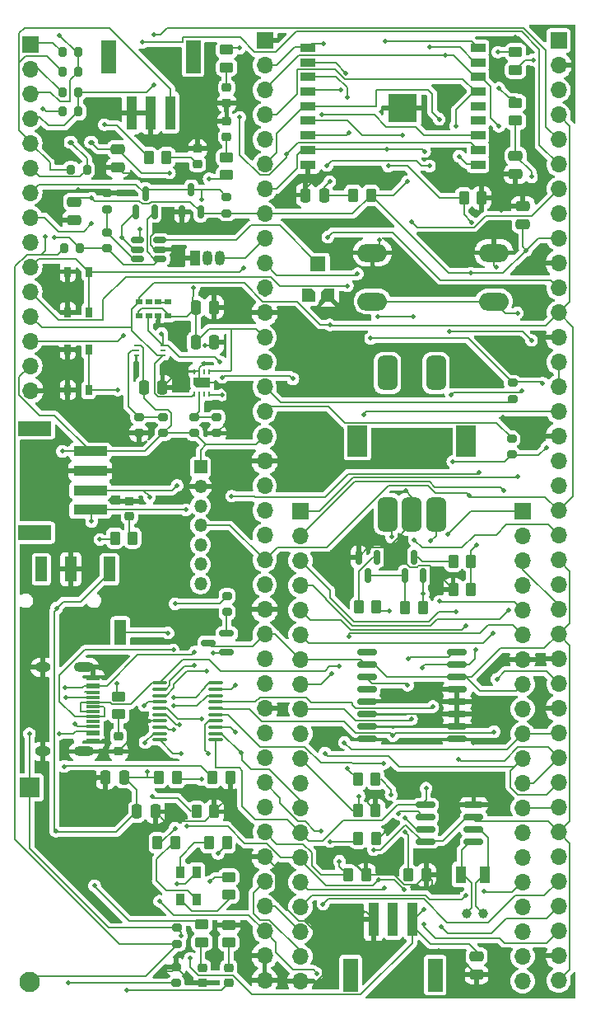
<source format=gtl>
G04 #@! TF.GenerationSoftware,KiCad,Pcbnew,7.0.7*
G04 #@! TF.CreationDate,2024-01-09T19:06:28-05:00*
G04 #@! TF.ProjectId,sensor_node,73656e73-6f72-45f6-9e6f-64652e6b6963,rev?*
G04 #@! TF.SameCoordinates,Original*
G04 #@! TF.FileFunction,Copper,L1,Top*
G04 #@! TF.FilePolarity,Positive*
%FSLAX46Y46*%
G04 Gerber Fmt 4.6, Leading zero omitted, Abs format (unit mm)*
G04 Created by KiCad (PCBNEW 7.0.7) date 2024-01-09 19:06:28*
%MOMM*%
%LPD*%
G01*
G04 APERTURE LIST*
G04 Aperture macros list*
%AMRoundRect*
0 Rectangle with rounded corners*
0 $1 Rounding radius*
0 $2 $3 $4 $5 $6 $7 $8 $9 X,Y pos of 4 corners*
0 Add a 4 corners polygon primitive as box body*
4,1,4,$2,$3,$4,$5,$6,$7,$8,$9,$2,$3,0*
0 Add four circle primitives for the rounded corners*
1,1,$1+$1,$2,$3*
1,1,$1+$1,$4,$5*
1,1,$1+$1,$6,$7*
1,1,$1+$1,$8,$9*
0 Add four rect primitives between the rounded corners*
20,1,$1+$1,$2,$3,$4,$5,0*
20,1,$1+$1,$4,$5,$6,$7,0*
20,1,$1+$1,$6,$7,$8,$9,0*
20,1,$1+$1,$8,$9,$2,$3,0*%
%AMFreePoly0*
4,1,6,0.500000,-0.850000,-0.500000,-0.850000,-0.500000,0.550000,-0.200000,0.850000,0.500000,0.850000,0.500000,-0.850000,0.500000,-0.850000,$1*%
%AMFreePoly1*
4,1,48,0.304658,0.675378,0.306642,0.675910,0.309680,0.674493,0.326062,0.671605,0.338804,0.660912,0.353882,0.653882,0.653881,0.353882,0.656594,0.350006,0.658373,0.348980,0.659519,0.345829,0.669061,0.332204,0.670510,0.315631,0.676200,0.300000,0.676200,-0.600000,0.674454,-0.609900,0.675042,-0.613232,0.673350,-0.616161,0.671605,-0.626062,0.658877,-0.641229,0.648980,-0.658373,
0.642519,-0.660724,0.638100,-0.665991,0.618605,-0.669428,0.600000,-0.676200,-0.600000,-0.676200,-0.609900,-0.674454,-0.613232,-0.675042,-0.616161,-0.673350,-0.626062,-0.671605,-0.641229,-0.658877,-0.658373,-0.648980,-0.660724,-0.642519,-0.665991,-0.638100,-0.669428,-0.618605,-0.676200,-0.600000,-0.676200,0.600000,-0.674454,0.609900,-0.675042,0.613232,-0.673350,0.616161,-0.671605,0.626062,
-0.658877,0.641229,-0.648980,0.658373,-0.642519,0.660724,-0.638100,0.665991,-0.618605,0.669428,-0.600000,0.676200,0.300000,0.676200,0.304658,0.675378,0.304658,0.675378,$1*%
%AMFreePoly2*
4,1,48,0.609900,0.674454,0.613232,0.675042,0.616161,0.673350,0.626062,0.671605,0.641229,0.658877,0.658373,0.648980,0.660724,0.642519,0.665991,0.638100,0.669428,0.618605,0.676200,0.600000,0.676200,-0.600000,0.674454,-0.609900,0.675042,-0.613232,0.673350,-0.616161,0.671605,-0.626062,0.658877,-0.641229,0.648980,-0.658373,0.642519,-0.660724,0.638100,-0.665991,0.618605,-0.669428,
0.600000,-0.676200,-0.600000,-0.676200,-0.609900,-0.674454,-0.613232,-0.675042,-0.616161,-0.673350,-0.626062,-0.671605,-0.641229,-0.658877,-0.658373,-0.648980,-0.660724,-0.642519,-0.665991,-0.638100,-0.669428,-0.618605,-0.676200,-0.600000,-0.676200,0.300000,-0.675378,0.304658,-0.675910,0.306642,-0.674493,0.309680,-0.671605,0.326062,-0.660912,0.338804,-0.653882,0.353882,-0.353882,0.653881,
-0.350006,0.656594,-0.348980,0.658373,-0.345829,0.659519,-0.332204,0.669061,-0.315631,0.670510,-0.300000,0.676200,0.600000,0.676200,0.609900,0.674454,0.609900,0.674454,$1*%
G04 Aperture macros list end*
G04 #@! TA.AperFunction,ComponentPad*
%ADD10R,1.350000X1.350000*%
G04 #@! TD*
G04 #@! TA.AperFunction,ComponentPad*
%ADD11O,1.350000X1.350000*%
G04 #@! TD*
G04 #@! TA.AperFunction,SMDPad,CuDef*
%ADD12R,1.500000X0.900000*%
G04 #@! TD*
G04 #@! TA.AperFunction,ComponentPad*
%ADD13C,0.400000*%
G04 #@! TD*
G04 #@! TA.AperFunction,SMDPad,CuDef*
%ADD14R,2.890000X2.950000*%
G04 #@! TD*
G04 #@! TA.AperFunction,SMDPad,CuDef*
%ADD15R,1.000000X1.800000*%
G04 #@! TD*
G04 #@! TA.AperFunction,ComponentPad*
%ADD16C,1.000000*%
G04 #@! TD*
G04 #@! TA.AperFunction,SMDPad,CuDef*
%ADD17R,0.550000X0.250000*%
G04 #@! TD*
G04 #@! TA.AperFunction,SMDPad,CuDef*
%ADD18RoundRect,0.150000X-0.875000X-0.150000X0.875000X-0.150000X0.875000X0.150000X-0.875000X0.150000X0*%
G04 #@! TD*
G04 #@! TA.AperFunction,SMDPad,CuDef*
%ADD19RoundRect,0.150000X0.825000X0.150000X-0.825000X0.150000X-0.825000X-0.150000X0.825000X-0.150000X0*%
G04 #@! TD*
G04 #@! TA.AperFunction,SMDPad,CuDef*
%ADD20FreePoly0,90.000000*%
G04 #@! TD*
G04 #@! TA.AperFunction,SMDPad,CuDef*
%ADD21R,0.250000X0.550000*%
G04 #@! TD*
G04 #@! TA.AperFunction,SMDPad,CuDef*
%ADD22R,0.720000X0.600000*%
G04 #@! TD*
G04 #@! TA.AperFunction,SMDPad,CuDef*
%ADD23RoundRect,0.250000X0.475000X-0.250000X0.475000X0.250000X-0.475000X0.250000X-0.475000X-0.250000X0*%
G04 #@! TD*
G04 #@! TA.AperFunction,SMDPad,CuDef*
%ADD24R,1.450000X0.600000*%
G04 #@! TD*
G04 #@! TA.AperFunction,SMDPad,CuDef*
%ADD25R,1.450000X0.300000*%
G04 #@! TD*
G04 #@! TA.AperFunction,ComponentPad*
%ADD26O,1.600000X1.000000*%
G04 #@! TD*
G04 #@! TA.AperFunction,ComponentPad*
%ADD27O,2.100000X1.000000*%
G04 #@! TD*
G04 #@! TA.AperFunction,SMDPad,CuDef*
%ADD28RoundRect,0.250000X-0.475000X0.250000X-0.475000X-0.250000X0.475000X-0.250000X0.475000X0.250000X0*%
G04 #@! TD*
G04 #@! TA.AperFunction,SMDPad,CuDef*
%ADD29RoundRect,0.250000X-0.262500X-0.450000X0.262500X-0.450000X0.262500X0.450000X-0.262500X0.450000X0*%
G04 #@! TD*
G04 #@! TA.AperFunction,ComponentPad*
%ADD30O,1.050000X1.500000*%
G04 #@! TD*
G04 #@! TA.AperFunction,ComponentPad*
%ADD31R,1.050000X1.500000*%
G04 #@! TD*
G04 #@! TA.AperFunction,SMDPad,CuDef*
%ADD32RoundRect,0.250000X0.250000X0.475000X-0.250000X0.475000X-0.250000X-0.475000X0.250000X-0.475000X0*%
G04 #@! TD*
G04 #@! TA.AperFunction,SMDPad,CuDef*
%ADD33RoundRect,0.250000X-0.250000X-0.475000X0.250000X-0.475000X0.250000X0.475000X-0.250000X0.475000X0*%
G04 #@! TD*
G04 #@! TA.AperFunction,SMDPad,CuDef*
%ADD34RoundRect,0.200000X-0.275000X0.200000X-0.275000X-0.200000X0.275000X-0.200000X0.275000X0.200000X0*%
G04 #@! TD*
G04 #@! TA.AperFunction,SMDPad,CuDef*
%ADD35RoundRect,0.200000X0.275000X-0.200000X0.275000X0.200000X-0.275000X0.200000X-0.275000X-0.200000X0*%
G04 #@! TD*
G04 #@! TA.AperFunction,SMDPad,CuDef*
%ADD36RoundRect,0.250000X0.262500X0.450000X-0.262500X0.450000X-0.262500X-0.450000X0.262500X-0.450000X0*%
G04 #@! TD*
G04 #@! TA.AperFunction,SMDPad,CuDef*
%ADD37RoundRect,0.250000X-0.450000X0.262500X-0.450000X-0.262500X0.450000X-0.262500X0.450000X0.262500X0*%
G04 #@! TD*
G04 #@! TA.AperFunction,SMDPad,CuDef*
%ADD38RoundRect,0.250000X0.450000X-0.262500X0.450000X0.262500X-0.450000X0.262500X-0.450000X-0.262500X0*%
G04 #@! TD*
G04 #@! TA.AperFunction,SMDPad,CuDef*
%ADD39RoundRect,0.218750X0.256250X-0.218750X0.256250X0.218750X-0.256250X0.218750X-0.256250X-0.218750X0*%
G04 #@! TD*
G04 #@! TA.AperFunction,SMDPad,CuDef*
%ADD40RoundRect,0.218750X-0.256250X0.218750X-0.256250X-0.218750X0.256250X-0.218750X0.256250X0.218750X0*%
G04 #@! TD*
G04 #@! TA.AperFunction,ComponentPad*
%ADD41R,1.700000X1.700000*%
G04 #@! TD*
G04 #@! TA.AperFunction,ComponentPad*
%ADD42O,1.700000X1.700000*%
G04 #@! TD*
G04 #@! TA.AperFunction,SMDPad,CuDef*
%ADD43O,3.048000X1.850000*%
G04 #@! TD*
G04 #@! TA.AperFunction,SMDPad,CuDef*
%ADD44RoundRect,0.500000X0.500000X-1.250000X0.500000X1.250000X-0.500000X1.250000X-0.500000X-1.250000X0*%
G04 #@! TD*
G04 #@! TA.AperFunction,SMDPad,CuDef*
%ADD45R,2.000000X3.200000*%
G04 #@! TD*
G04 #@! TA.AperFunction,SMDPad,CuDef*
%ADD46RoundRect,0.150000X-0.150000X0.587500X-0.150000X-0.587500X0.150000X-0.587500X0.150000X0.587500X0*%
G04 #@! TD*
G04 #@! TA.AperFunction,SMDPad,CuDef*
%ADD47RoundRect,0.150000X0.150000X-0.587500X0.150000X0.587500X-0.150000X0.587500X-0.150000X-0.587500X0*%
G04 #@! TD*
G04 #@! TA.AperFunction,SMDPad,CuDef*
%ADD48RoundRect,0.200000X-0.200000X-0.275000X0.200000X-0.275000X0.200000X0.275000X-0.200000X0.275000X0*%
G04 #@! TD*
G04 #@! TA.AperFunction,SMDPad,CuDef*
%ADD49R,1.200000X2.500000*%
G04 #@! TD*
G04 #@! TA.AperFunction,ComponentPad*
%ADD50R,2.100000X2.100000*%
G04 #@! TD*
G04 #@! TA.AperFunction,ComponentPad*
%ADD51C,2.100000*%
G04 #@! TD*
G04 #@! TA.AperFunction,SMDPad,CuDef*
%ADD52FreePoly1,0.000000*%
G04 #@! TD*
G04 #@! TA.AperFunction,SMDPad,CuDef*
%ADD53R,1.600000X1.500000*%
G04 #@! TD*
G04 #@! TA.AperFunction,SMDPad,CuDef*
%ADD54FreePoly2,0.000000*%
G04 #@! TD*
G04 #@! TA.AperFunction,SMDPad,CuDef*
%ADD55R,0.900000X1.200000*%
G04 #@! TD*
G04 #@! TA.AperFunction,SMDPad,CuDef*
%ADD56RoundRect,0.112500X0.187500X0.112500X-0.187500X0.112500X-0.187500X-0.112500X0.187500X-0.112500X0*%
G04 #@! TD*
G04 #@! TA.AperFunction,SMDPad,CuDef*
%ADD57R,1.000000X3.500000*%
G04 #@! TD*
G04 #@! TA.AperFunction,SMDPad,CuDef*
%ADD58R,1.500000X3.400000*%
G04 #@! TD*
G04 #@! TA.AperFunction,SMDPad,CuDef*
%ADD59R,0.650000X1.050000*%
G04 #@! TD*
G04 #@! TA.AperFunction,SMDPad,CuDef*
%ADD60RoundRect,0.200000X0.200000X0.275000X-0.200000X0.275000X-0.200000X-0.275000X0.200000X-0.275000X0*%
G04 #@! TD*
G04 #@! TA.AperFunction,SMDPad,CuDef*
%ADD61RoundRect,0.100000X-0.637500X-0.100000X0.637500X-0.100000X0.637500X0.100000X-0.637500X0.100000X0*%
G04 #@! TD*
G04 #@! TA.AperFunction,SMDPad,CuDef*
%ADD62RoundRect,0.150000X0.512500X0.150000X-0.512500X0.150000X-0.512500X-0.150000X0.512500X-0.150000X0*%
G04 #@! TD*
G04 #@! TA.AperFunction,SMDPad,CuDef*
%ADD63RoundRect,0.150000X0.150000X-0.512500X0.150000X0.512500X-0.150000X0.512500X-0.150000X-0.512500X0*%
G04 #@! TD*
G04 #@! TA.AperFunction,SMDPad,CuDef*
%ADD64RoundRect,0.150000X0.587500X0.150000X-0.587500X0.150000X-0.587500X-0.150000X0.587500X-0.150000X0*%
G04 #@! TD*
G04 #@! TA.AperFunction,SMDPad,CuDef*
%ADD65R,3.500000X1.000000*%
G04 #@! TD*
G04 #@! TA.AperFunction,SMDPad,CuDef*
%ADD66R,3.400000X1.500000*%
G04 #@! TD*
G04 #@! TA.AperFunction,ViaPad*
%ADD67C,0.500000*%
G04 #@! TD*
G04 #@! TA.AperFunction,Conductor*
%ADD68C,0.130000*%
G04 #@! TD*
G04 #@! TA.AperFunction,Conductor*
%ADD69C,0.200000*%
G04 #@! TD*
G04 #@! TA.AperFunction,Conductor*
%ADD70C,0.150000*%
G04 #@! TD*
G04 APERTURE END LIST*
D10*
X164400000Y-87400000D03*
D11*
X164400000Y-89400000D03*
X164400000Y-91400000D03*
X164400000Y-93400000D03*
X164400000Y-95400000D03*
X164400000Y-97400000D03*
X164400000Y-99400000D03*
D12*
X175450000Y-44350000D03*
X175450000Y-45850000D03*
X175450000Y-47350000D03*
X175450000Y-48850000D03*
X175450000Y-50350000D03*
X175450000Y-51850000D03*
X175450000Y-53350000D03*
X175450000Y-54850000D03*
X175450000Y-56350000D03*
X192950000Y-56350000D03*
X192950000Y-54850000D03*
X192950000Y-53350000D03*
X192950000Y-51850000D03*
X192950000Y-50350000D03*
X192950000Y-48850000D03*
X192950000Y-47350000D03*
X192950000Y-45850000D03*
X192950000Y-44350000D03*
D13*
X184060000Y-50000000D03*
X184060000Y-51100000D03*
X184610000Y-49450000D03*
X184610000Y-50550000D03*
X184610000Y-51650000D03*
D14*
X185155000Y-50575000D03*
D13*
X185160000Y-50000000D03*
X185160000Y-51100000D03*
X185710000Y-49450000D03*
X185710000Y-50550000D03*
X185710000Y-51650000D03*
X186260000Y-50000000D03*
X186260000Y-51100000D03*
D15*
X191150000Y-129250000D03*
X193650000Y-129250000D03*
D16*
X191800000Y-133250000D03*
X193500000Y-133250000D03*
D17*
X157800000Y-74900000D03*
X157800000Y-75400000D03*
X157800000Y-75900000D03*
X160550000Y-75900000D03*
X160550000Y-75400000D03*
X160550000Y-74900000D03*
D18*
X181500000Y-106450000D03*
X181500000Y-107720000D03*
X181500000Y-108990000D03*
X181500000Y-110260000D03*
X181500000Y-111530000D03*
X181500000Y-112800000D03*
X181500000Y-114070000D03*
X181500000Y-115340000D03*
X190800000Y-115340000D03*
X190800000Y-114070000D03*
X190800000Y-112800000D03*
X190800000Y-111530000D03*
X190800000Y-110260000D03*
X190800000Y-108990000D03*
X190800000Y-107720000D03*
X190800000Y-106450000D03*
D19*
X192500000Y-125900000D03*
X192500000Y-124630000D03*
X192500000Y-123360000D03*
X192500000Y-122090000D03*
X187550000Y-122090000D03*
X187550000Y-123360000D03*
X187550000Y-124630000D03*
X187550000Y-125900000D03*
D20*
X164550000Y-78775000D03*
D21*
X163800000Y-77600000D03*
X164300000Y-77600000D03*
X164800000Y-77600000D03*
X165300000Y-77600000D03*
X165300000Y-79950000D03*
X164800000Y-79950000D03*
X164300000Y-79950000D03*
X163800000Y-79950000D03*
D22*
X158110000Y-71850000D03*
X159080000Y-71850000D03*
X160050000Y-71850000D03*
X161020000Y-71850000D03*
X161020000Y-70450000D03*
X160050000Y-70450000D03*
X159080000Y-70450000D03*
X158110000Y-70450000D03*
D23*
X197550000Y-60600000D03*
X197550000Y-62500000D03*
D24*
X153310000Y-109050000D03*
X153310000Y-109850000D03*
D25*
X153310000Y-111050000D03*
X153310000Y-112050000D03*
X153310000Y-112550000D03*
X153310000Y-113550000D03*
D24*
X153310000Y-114750000D03*
X153310000Y-115550000D03*
X153310000Y-115550000D03*
X153310000Y-114750000D03*
D25*
X153310000Y-114050000D03*
X153310000Y-113050000D03*
X153310000Y-111550000D03*
X153310000Y-110550000D03*
D24*
X153310000Y-109850000D03*
X153310000Y-109050000D03*
D26*
X148215000Y-107980000D03*
D27*
X152395000Y-107980000D03*
X152395000Y-116620000D03*
D26*
X148215000Y-116620000D03*
D28*
X192800000Y-137650000D03*
X192800000Y-139550000D03*
D29*
X163987500Y-122800000D03*
X165812500Y-122800000D03*
X165625000Y-119300000D03*
X167450000Y-119300000D03*
D30*
X166400000Y-65912500D03*
X165130000Y-65912500D03*
D31*
X163860000Y-65912500D03*
D32*
X156550000Y-119300000D03*
X154650000Y-119300000D03*
D33*
X158597500Y-79212500D03*
X160497500Y-79212500D03*
X163900000Y-74600000D03*
X165800000Y-74600000D03*
X163900000Y-71000000D03*
X165800000Y-71000000D03*
D28*
X151400000Y-60162500D03*
X151400000Y-62062500D03*
D33*
X157850000Y-122800000D03*
X159750000Y-122800000D03*
D28*
X196800000Y-57350000D03*
X196800000Y-55450000D03*
X155900000Y-54762500D03*
X155900000Y-56662500D03*
D32*
X177117500Y-59475000D03*
X175217500Y-59475000D03*
D34*
X196400000Y-84475000D03*
X196400000Y-86125000D03*
D35*
X196500000Y-80425000D03*
X196500000Y-78775000D03*
D36*
X182450000Y-125550000D03*
X180625000Y-125550000D03*
D29*
X193312500Y-59800000D03*
X191487500Y-59800000D03*
X181925000Y-59500000D03*
X180100000Y-59500000D03*
D37*
X196800000Y-51850000D03*
X196800000Y-50025000D03*
D29*
X165287500Y-126000000D03*
X167112500Y-126000000D03*
D38*
X167300000Y-131350000D03*
X167300000Y-129525000D03*
D36*
X182412500Y-122700000D03*
X180587500Y-122700000D03*
X187612500Y-129300000D03*
X185787500Y-129300000D03*
X182412500Y-119500000D03*
X180587500Y-119500000D03*
D29*
X160125000Y-119300000D03*
X161950000Y-119300000D03*
D36*
X179587500Y-129300000D03*
X181412500Y-129300000D03*
D38*
X156000000Y-112800000D03*
X156000000Y-110975000D03*
D36*
X157425000Y-94700000D03*
X155600000Y-94700000D03*
D39*
X155970000Y-116622500D03*
X155970000Y-115047500D03*
D40*
X157100000Y-90912500D03*
X157100000Y-92487500D03*
D41*
X146900000Y-44000000D03*
D42*
X146900000Y-46540000D03*
X146900000Y-49080000D03*
X146900000Y-51620000D03*
X146900000Y-54160000D03*
X146900000Y-56700000D03*
X146900000Y-59240000D03*
X146900000Y-61780000D03*
X146900000Y-64320000D03*
X146900000Y-66860000D03*
X146900000Y-69400000D03*
X146900000Y-71940000D03*
X146900000Y-74480000D03*
X146900000Y-77020000D03*
X146900000Y-79560000D03*
D38*
X196800000Y-44800000D03*
X196800000Y-46625000D03*
D43*
X182087500Y-65400000D03*
X194587500Y-65400000D03*
X182087500Y-70400000D03*
X194587500Y-70400000D03*
D44*
X183637500Y-92250000D03*
X188637500Y-92250000D03*
X186137500Y-92250000D03*
D45*
X180537500Y-84750000D03*
X191737500Y-84750000D03*
D44*
X188637500Y-77750000D03*
X183637500Y-77750000D03*
D46*
X181612500Y-98533750D03*
X180662500Y-96658750D03*
X182562500Y-96658750D03*
D36*
X187288750Y-101823750D03*
X185463750Y-101823750D03*
D29*
X182512500Y-101800000D03*
X180687500Y-101800000D03*
D47*
X186362500Y-96696250D03*
X187312500Y-98571250D03*
X185412500Y-98571250D03*
D41*
X171000000Y-43620000D03*
D42*
X171000000Y-46160000D03*
X171000000Y-48700000D03*
X171000000Y-51240000D03*
X171000000Y-53780000D03*
X171000000Y-56320000D03*
X171000000Y-58860000D03*
X171000000Y-61400000D03*
X171000000Y-63940000D03*
X171000000Y-66480000D03*
X171000000Y-69020000D03*
X171000000Y-71560000D03*
X171000000Y-74100000D03*
X171000000Y-76640000D03*
X171000000Y-79180000D03*
X171000000Y-81720000D03*
X171000000Y-84260000D03*
X171000000Y-86800000D03*
X171000000Y-89340000D03*
X171000000Y-91880000D03*
X171000000Y-94420000D03*
X171000000Y-96960000D03*
X171000000Y-99500000D03*
X171000000Y-102040000D03*
X171000000Y-104580000D03*
X171000000Y-107120000D03*
X171000000Y-109660000D03*
X171000000Y-112200000D03*
X171000000Y-114740000D03*
X171000000Y-117280000D03*
X171000000Y-119820000D03*
X171000000Y-122360000D03*
X171000000Y-124900000D03*
X171000000Y-127440000D03*
X171000000Y-129980000D03*
X171000000Y-132520000D03*
X171000000Y-135060000D03*
X171000000Y-137600000D03*
X171000000Y-140140000D03*
D29*
X190387500Y-100000000D03*
X192212500Y-100000000D03*
D36*
X190400000Y-97100000D03*
X192225000Y-97100000D03*
D29*
X161800000Y-126000000D03*
X159975000Y-126000000D03*
D37*
X167090000Y-46385000D03*
X167090000Y-44560000D03*
D41*
X201230000Y-43620000D03*
D42*
X201230000Y-46160000D03*
X201230000Y-48700000D03*
X201230000Y-51240000D03*
X201230000Y-53780000D03*
X201230000Y-56320000D03*
X201230000Y-58860000D03*
X201230000Y-61400000D03*
X201230000Y-63940000D03*
X201230000Y-66480000D03*
X201230000Y-69020000D03*
X201230000Y-71560000D03*
X201230000Y-74100000D03*
X201230000Y-76640000D03*
X201230000Y-79180000D03*
X201230000Y-81720000D03*
X201230000Y-84260000D03*
X201230000Y-86800000D03*
X201230000Y-89340000D03*
X201230000Y-91880000D03*
X201230000Y-94420000D03*
X201230000Y-96960000D03*
X201230000Y-99500000D03*
X201230000Y-102040000D03*
X201230000Y-104580000D03*
X201230000Y-107120000D03*
X201230000Y-109660000D03*
X201230000Y-112200000D03*
X201230000Y-114740000D03*
X201230000Y-117280000D03*
X201230000Y-119820000D03*
X201230000Y-122360000D03*
X201230000Y-124900000D03*
X201230000Y-127440000D03*
X201230000Y-129980000D03*
X201230000Y-132520000D03*
X201230000Y-135060000D03*
X201230000Y-137600000D03*
X201230000Y-140140000D03*
D48*
X151850000Y-46812500D03*
X150200000Y-46812500D03*
D34*
X167100000Y-59687500D03*
X167100000Y-61337500D03*
D49*
X148044250Y-97887500D03*
X151044250Y-97887500D03*
X155044250Y-97887500D03*
X156144250Y-104387500D03*
D35*
X166072500Y-83937500D03*
X166072500Y-82287500D03*
X167140000Y-102300000D03*
X167140000Y-100650000D03*
D34*
X154800000Y-59287500D03*
X154800000Y-60937500D03*
D36*
X159087500Y-55622500D03*
X160912500Y-55622500D03*
D38*
X167300000Y-136237500D03*
X167300000Y-134412500D03*
D34*
X154800000Y-63287500D03*
X154800000Y-64937500D03*
D50*
X146800000Y-120300000D03*
D51*
X146800000Y-140300000D03*
D52*
X175500000Y-69800000D03*
D53*
X176500000Y-66550000D03*
D54*
X177500000Y-69800000D03*
D34*
X163772500Y-82262500D03*
X163772500Y-83912500D03*
X162000000Y-134737500D03*
X162000000Y-136387500D03*
D47*
X157773344Y-61199448D03*
X159673344Y-61199448D03*
X158723344Y-59324448D03*
D35*
X158072500Y-82262500D03*
X158072500Y-83912500D03*
D55*
X162300000Y-131800000D03*
X162300000Y-129000000D03*
X164000000Y-129000000D03*
X164000000Y-131800000D03*
D56*
X153150000Y-54062500D03*
X151050000Y-54062500D03*
D57*
X161300000Y-51012500D03*
X159300000Y-51012500D03*
X157300000Y-51012500D03*
D58*
X163650000Y-45262500D03*
X154950000Y-45262500D03*
D34*
X160572500Y-83912500D03*
X160572500Y-82262500D03*
D59*
X150750000Y-79500000D03*
X150750000Y-75350000D03*
X152900000Y-79500000D03*
X152900000Y-75350000D03*
D48*
X151850000Y-50912500D03*
X150200000Y-50912500D03*
D60*
X151825000Y-48912500D03*
X150175000Y-48912500D03*
D35*
X161900000Y-140412500D03*
X161900000Y-138762500D03*
D61*
X160212500Y-109565685D03*
X160212500Y-110215685D03*
X160212500Y-110865685D03*
X160212500Y-111515685D03*
X160212500Y-112165685D03*
X160212500Y-112815685D03*
X160212500Y-113465685D03*
X160212500Y-114115685D03*
X160212500Y-114765685D03*
X160212500Y-115415685D03*
X165937500Y-115415685D03*
X165937500Y-114765685D03*
X165937500Y-114115685D03*
X165937500Y-113465685D03*
X165937500Y-112815685D03*
X165937500Y-112165685D03*
X165937500Y-111515685D03*
X165937500Y-110865685D03*
X165937500Y-110215685D03*
X165937500Y-109565685D03*
D59*
X152900000Y-67350000D03*
X152900000Y-71500000D03*
X150750000Y-67350000D03*
X150750000Y-71500000D03*
D48*
X152725000Y-56862500D03*
X151075000Y-56862500D03*
D37*
X164530000Y-136200000D03*
X164530000Y-134375000D03*
D62*
X160200000Y-66012500D03*
X160200000Y-65062500D03*
X160200000Y-64112500D03*
X157925000Y-64112500D03*
X157925000Y-65062500D03*
X157925000Y-66012500D03*
D63*
X162500000Y-61212500D03*
X164400000Y-61212500D03*
X163450000Y-58937500D03*
D40*
X167100000Y-53500000D03*
X167100000Y-51925000D03*
D64*
X167100000Y-106400000D03*
X167100000Y-104500000D03*
X165225000Y-105450000D03*
D42*
X197536000Y-140200000D03*
X197536000Y-137660000D03*
X197536000Y-135120000D03*
X197536000Y-132580000D03*
X197536000Y-130040000D03*
X197536000Y-127500000D03*
X197536000Y-124960000D03*
X197536000Y-122420000D03*
X197536000Y-119880000D03*
X197536000Y-117340000D03*
X197536000Y-114800000D03*
X197536000Y-112260000D03*
X197536000Y-109720000D03*
X197536000Y-107180000D03*
X197536000Y-104640000D03*
X197536000Y-102100000D03*
X197536000Y-99560000D03*
X197536000Y-97020000D03*
X197536000Y-94480000D03*
D41*
X197536000Y-91940000D03*
D42*
X174676000Y-140200000D03*
X174676000Y-137660000D03*
X174676000Y-135120000D03*
X174676000Y-132580000D03*
X174676000Y-130040000D03*
X174676000Y-127500000D03*
X174676000Y-124960000D03*
X174676000Y-122420000D03*
X174676000Y-119880000D03*
X174676000Y-117340000D03*
X174676000Y-114800000D03*
X174676000Y-112260000D03*
X174676000Y-109720000D03*
X174676000Y-107180000D03*
X174676000Y-104640000D03*
X174676000Y-102100000D03*
X174676000Y-99560000D03*
X174676000Y-97020000D03*
X174676000Y-94480000D03*
D41*
X174676000Y-91940000D03*
D57*
X182200000Y-133825000D03*
X184200000Y-133825000D03*
X186200000Y-133825000D03*
D58*
X179850000Y-139575000D03*
X188550000Y-139575000D03*
D65*
X153075000Y-85800000D03*
X153075000Y-87800000D03*
X153075000Y-89800000D03*
X153075000Y-91800000D03*
D66*
X147325000Y-83450000D03*
X147325000Y-94150000D03*
D40*
X167300000Y-138812500D03*
X167300000Y-140387500D03*
D39*
X167090000Y-48425000D03*
X167090000Y-50000000D03*
D40*
X164100000Y-56300000D03*
X164100000Y-54725000D03*
D60*
X150200000Y-44812500D03*
X151850000Y-44812500D03*
X150375000Y-64912500D03*
X152025000Y-64912500D03*
D39*
X164600000Y-140385000D03*
X164600000Y-138810000D03*
D38*
X167100000Y-57425000D03*
X167100000Y-55600000D03*
D67*
X191000000Y-122200000D03*
X163800000Y-106400000D03*
X191299500Y-130800000D03*
X189950000Y-130750000D03*
X185350000Y-130800500D03*
X183350000Y-130600000D03*
X182200000Y-126700000D03*
X168612500Y-116787500D03*
X196800000Y-43249500D03*
X168450000Y-51500000D03*
X173273556Y-55276444D03*
X187950000Y-56500000D03*
X188000000Y-44300000D03*
X177400000Y-56450000D03*
X176900000Y-51200000D03*
X183400000Y-43650000D03*
X195500000Y-82300000D03*
X196950000Y-70300000D03*
X158250000Y-90750000D03*
X156150000Y-87850000D03*
X182600000Y-67050000D03*
X195350000Y-61050000D03*
X198450500Y-57600000D03*
X197050000Y-66950000D03*
X194800000Y-66900000D03*
X186136444Y-62236444D03*
X181900000Y-74200000D03*
X185200000Y-53300000D03*
X156350000Y-63836396D03*
X151600000Y-75400000D03*
X151600000Y-71550000D03*
X191050000Y-64050000D03*
X192200000Y-67500000D03*
X186320000Y-72000000D03*
X182600000Y-72000000D03*
X189600000Y-45150000D03*
X198450000Y-74400000D03*
X190000000Y-73449500D03*
X197450500Y-79600000D03*
X190190500Y-80000000D03*
X166600000Y-78200000D03*
X173900000Y-78350000D03*
X190350000Y-86850000D03*
X190950000Y-117400000D03*
X190650500Y-102300500D03*
X177050000Y-43950000D03*
X185650000Y-58100000D03*
X183600000Y-54800000D03*
X185400000Y-87150000D03*
X185500000Y-89850000D03*
X183800000Y-102200000D03*
X177700000Y-58100000D03*
X179700000Y-104800000D03*
X159150500Y-90500000D03*
X161600000Y-114399500D03*
X160200000Y-72850000D03*
X160500000Y-77700000D03*
X157813000Y-77500000D03*
X162436320Y-135558352D03*
X163350000Y-137850000D03*
X153200000Y-93000000D03*
X154050000Y-94850000D03*
X150449500Y-110100000D03*
X164850000Y-74900000D03*
X164750000Y-76750000D03*
X192300000Y-62300000D03*
X182850000Y-64050000D03*
X183450000Y-58050000D03*
X153700000Y-119350000D03*
X183250000Y-117850000D03*
X181600000Y-121450000D03*
X148450000Y-63750000D03*
X154500000Y-52250000D03*
X158900000Y-118700000D03*
X158700000Y-115700000D03*
X159600000Y-48200000D03*
X157300000Y-57200000D03*
X156400000Y-59300000D03*
X148200000Y-50600000D03*
X151800000Y-58939500D03*
X155800000Y-109600000D03*
X150550000Y-111050000D03*
X150400000Y-118150000D03*
X192500000Y-115750000D03*
X192500000Y-120700000D03*
X183500500Y-124800000D03*
X181100000Y-133100000D03*
X180000000Y-127950000D03*
X153500000Y-130400000D03*
X188200000Y-130450000D03*
X188900000Y-137100000D03*
X178700000Y-127900000D03*
X160400000Y-73700000D03*
X156500000Y-73900000D03*
X163700000Y-69000000D03*
X168800000Y-67000000D03*
X165300000Y-57800000D03*
X161200000Y-57200000D03*
X164500000Y-59900000D03*
X149400000Y-63800000D03*
X158200000Y-63000000D03*
X153200000Y-62400000D03*
X153200000Y-59800000D03*
X149900000Y-43100000D03*
X158400000Y-43800000D03*
X159600000Y-43000000D03*
X168400000Y-44400000D03*
X167600000Y-90400000D03*
X166400000Y-76600000D03*
X166600000Y-80000000D03*
X155900000Y-79500000D03*
X150200000Y-85800000D03*
X162000000Y-89300000D03*
X162900000Y-91800000D03*
X149600000Y-101900000D03*
X161800000Y-101450000D03*
X161050000Y-104450000D03*
X161600000Y-106200000D03*
X165700000Y-106500000D03*
X163800000Y-107800000D03*
X165000000Y-108400000D03*
X168000000Y-109800000D03*
X158600000Y-111900000D03*
X161600000Y-111100000D03*
X161650500Y-111950000D03*
X162200000Y-113850000D03*
X164500000Y-113300000D03*
X168000000Y-114600000D03*
X165200000Y-116800000D03*
X164500000Y-119500000D03*
X162400000Y-116800000D03*
X151500000Y-113800000D03*
X149899500Y-114800000D03*
X146800000Y-114800000D03*
X149500000Y-124800000D03*
X159400000Y-121200000D03*
X161800000Y-124500000D03*
X163000000Y-124300000D03*
X166200000Y-127100000D03*
X162000000Y-130200000D03*
X160200250Y-132000250D03*
X165390871Y-129998534D03*
X150800000Y-140400000D03*
X156800000Y-141100000D03*
X160600000Y-139200000D03*
X198600000Y-45600000D03*
X195000000Y-44800000D03*
X188950000Y-51700000D03*
X190650000Y-52400000D03*
X195100000Y-52400000D03*
X195100000Y-48500000D03*
X187450000Y-55000000D03*
X179700000Y-53100000D03*
X179500000Y-49400000D03*
X178850000Y-48700000D03*
X179346399Y-46953601D03*
X191000000Y-55500000D03*
X183700000Y-56500000D03*
X179500000Y-68800000D03*
X177500000Y-63800000D03*
X180550000Y-67550000D03*
X197900500Y-65150000D03*
X197000000Y-71600000D03*
X177700000Y-72800000D03*
X181200000Y-82000000D03*
X199600000Y-78800000D03*
X200000000Y-85400000D03*
X193050000Y-87950000D03*
X197000000Y-88400000D03*
X195600000Y-89800000D03*
X192000000Y-90300000D03*
X189800000Y-94350000D03*
X192800000Y-95400000D03*
X188100000Y-95000000D03*
X186400000Y-94900000D03*
X184050000Y-94600000D03*
X187300000Y-100400000D03*
X189000000Y-101200000D03*
X191700000Y-103700000D03*
X196100000Y-102100000D03*
X192700000Y-106200000D03*
X194500000Y-104500000D03*
X194900000Y-109200000D03*
X187200000Y-108000000D03*
X185800000Y-107100000D03*
X178700000Y-107900000D03*
X177900000Y-108600000D03*
X185700000Y-109800000D03*
X194600000Y-114600000D03*
X188300000Y-112000000D03*
X186100000Y-113300000D03*
X184200000Y-115000000D03*
X179200000Y-115700000D03*
X177200000Y-116800000D03*
X179500000Y-118400000D03*
X180700000Y-121200000D03*
X184000000Y-121050000D03*
X187600000Y-120400000D03*
X185400000Y-123400000D03*
X184750000Y-123000000D03*
X176800000Y-124800000D03*
X177737500Y-125855000D03*
X182750000Y-129814500D03*
X177000000Y-132300000D03*
X176400000Y-139449500D03*
X193600000Y-131000000D03*
X191700000Y-131400000D03*
X185463807Y-124863807D03*
X187400000Y-132800000D03*
X189150500Y-134600000D03*
X187400000Y-134400000D03*
D68*
X180062500Y-127950000D02*
X181412500Y-129300000D01*
X180000000Y-127950000D02*
X180062500Y-127950000D01*
X186647500Y-130265000D02*
X187612500Y-129300000D01*
X185311680Y-130265000D02*
X186647500Y-130265000D01*
X181350000Y-129300000D02*
X184346680Y-129300000D01*
X180000000Y-127950000D02*
X181350000Y-129300000D01*
X184346680Y-129300000D02*
X185311680Y-130265000D01*
X185463807Y-124863807D02*
X185787500Y-125187500D01*
X185787500Y-125187500D02*
X185787500Y-129300000D01*
X182900000Y-126700000D02*
X182200000Y-126700000D01*
X185400000Y-124200000D02*
X182900000Y-126700000D01*
X185558101Y-124200000D02*
X185400000Y-124200000D01*
X187258101Y-125900000D02*
X185558101Y-124200000D01*
X187550000Y-125900000D02*
X187258101Y-125900000D01*
D69*
X186530000Y-124530000D02*
X187225000Y-124530000D01*
X185400000Y-123400000D02*
X186530000Y-124530000D01*
X186765000Y-122800000D02*
X187225000Y-123260000D01*
X184950000Y-122800000D02*
X186765000Y-122800000D01*
X184750000Y-123000000D02*
X184950000Y-122800000D01*
X177004682Y-125810000D02*
X179114682Y-123700000D01*
X175526000Y-125810000D02*
X177004682Y-125810000D01*
X179114682Y-123700000D02*
X183100000Y-123700000D01*
X183100000Y-123700000D02*
X184710000Y-122090000D01*
X184710000Y-122090000D02*
X187550000Y-122090000D01*
X174676000Y-124960000D02*
X175526000Y-125810000D01*
X160865685Y-110865685D02*
X160212500Y-110865685D01*
X161650000Y-110081370D02*
X160865685Y-110865685D01*
X161650000Y-109750000D02*
X161650000Y-110081370D01*
X163000000Y-108400000D02*
X161650000Y-109750000D01*
X165000000Y-108400000D02*
X163000000Y-108400000D01*
D68*
X163485000Y-106715000D02*
X163800000Y-106400000D01*
X157956680Y-106715000D02*
X163485000Y-106715000D01*
X154821680Y-109850000D02*
X157956680Y-106715000D01*
X153310000Y-109850000D02*
X154821680Y-109850000D01*
X164400000Y-85680000D02*
X164970000Y-85110000D01*
X164400000Y-87400000D02*
X164400000Y-85680000D01*
D69*
X177200000Y-90500000D02*
X179600000Y-88100000D01*
X170000000Y-90500000D02*
X177200000Y-90500000D01*
X169900000Y-90400000D02*
X170000000Y-90500000D01*
X179600000Y-88100000D02*
X192900000Y-88100000D01*
X167600000Y-90400000D02*
X169900000Y-90400000D01*
X192900000Y-88100000D02*
X193050000Y-87950000D01*
D68*
X167440000Y-93400000D02*
X171000000Y-96960000D01*
X164400000Y-93400000D02*
X167440000Y-93400000D01*
D69*
X166390000Y-101400000D02*
X167140000Y-100650000D01*
X161850000Y-101400000D02*
X166390000Y-101400000D01*
X161800000Y-101450000D02*
X161850000Y-101400000D01*
X160865685Y-112815685D02*
X160212500Y-112815685D01*
X161900000Y-113850000D02*
X160865685Y-112815685D01*
X162200000Y-113850000D02*
X161900000Y-113850000D01*
X161149500Y-114399500D02*
X160865685Y-114115685D01*
X161600000Y-114399500D02*
X161149500Y-114399500D01*
X160865685Y-114115685D02*
X160212500Y-114115685D01*
X165284315Y-109565685D02*
X165937500Y-109565685D01*
X164900000Y-109950000D02*
X165284315Y-109565685D01*
X164900000Y-110100000D02*
X164900000Y-109950000D01*
X163900000Y-111100000D02*
X164900000Y-110100000D01*
X161600000Y-111100000D02*
X163900000Y-111100000D01*
X165134315Y-110865685D02*
X165937500Y-110865685D01*
X164050000Y-111950000D02*
X165134315Y-110865685D01*
X161650500Y-111950000D02*
X164050000Y-111950000D01*
X160965685Y-112165685D02*
X160212500Y-112165685D01*
X162061750Y-113261750D02*
X160965685Y-112165685D01*
X164499007Y-113261750D02*
X162061750Y-113261750D01*
X151450000Y-113050000D02*
X152990000Y-113050000D01*
X149900000Y-111500000D02*
X151450000Y-113050000D01*
X152488629Y-106200000D02*
X149900000Y-108788629D01*
X149900000Y-108788629D02*
X149900000Y-111500000D01*
X161600000Y-106200000D02*
X152488629Y-106200000D01*
X175881000Y-131375000D02*
X174676000Y-132580000D01*
X187955636Y-131800000D02*
X187530635Y-131375000D01*
X187530635Y-131375000D02*
X175881000Y-131375000D01*
X191700000Y-131400000D02*
X191300000Y-131800000D01*
X191300000Y-131800000D02*
X187955636Y-131800000D01*
D68*
X185350000Y-130800500D02*
X184364000Y-129814500D01*
X184364000Y-129814500D02*
X182750000Y-129814500D01*
X175401000Y-130765000D02*
X174676000Y-130040000D01*
X183185000Y-130765000D02*
X175401000Y-130765000D01*
X183350000Y-130600000D02*
X183185000Y-130765000D01*
D69*
X182164500Y-130400000D02*
X177334314Y-130400000D01*
X177334314Y-130400000D02*
X174676000Y-127741686D01*
X174676000Y-127741686D02*
X174676000Y-127500000D01*
X182750000Y-129814500D02*
X182164500Y-130400000D01*
D68*
X182750500Y-125550000D02*
X182450000Y-125550000D01*
X183500500Y-124800000D02*
X182750500Y-125550000D01*
D69*
X168612500Y-116787500D02*
X168700000Y-116875000D01*
X166590685Y-114765685D02*
X168612500Y-116787500D01*
X184000000Y-120537500D02*
X182962500Y-119500000D01*
X184000000Y-121050000D02*
X184000000Y-120537500D01*
D70*
X188200000Y-129887500D02*
X187612500Y-129300000D01*
X188200000Y-130450000D02*
X188200000Y-129887500D01*
D69*
X199273911Y-54363911D02*
X201230000Y-56320000D01*
X199273911Y-44539597D02*
X199273911Y-54363911D01*
X197434314Y-42700000D02*
X199273911Y-44539597D01*
X168462500Y-43262500D02*
X169970000Y-44770000D01*
X162600000Y-43262500D02*
X168462500Y-43262500D01*
X169970000Y-44770000D02*
X172150000Y-44770000D01*
X162600000Y-43800000D02*
X162600000Y-43262500D01*
X158400000Y-43800000D02*
X162600000Y-43800000D01*
X172150000Y-44770000D02*
X174220000Y-42700000D01*
X174220000Y-42700000D02*
X197434314Y-42700000D01*
D68*
X174415000Y-54135000D02*
X173273556Y-55276444D01*
X192235000Y-54135000D02*
X174415000Y-54135000D01*
X192950000Y-54850000D02*
X192235000Y-54135000D01*
X179500000Y-51800000D02*
X179494840Y-51800000D01*
X181000000Y-53300000D02*
X179500000Y-51800000D01*
X185200000Y-53300000D02*
X181000000Y-53300000D01*
D69*
X187400000Y-53350000D02*
X192950000Y-53350000D01*
X186500000Y-52450000D02*
X187400000Y-53350000D01*
X183510000Y-52450000D02*
X186500000Y-52450000D01*
X176900000Y-51200000D02*
X182260000Y-51200000D01*
X182260000Y-51200000D02*
X183510000Y-52450000D01*
D68*
X168450000Y-55350000D02*
X168450000Y-51500000D01*
X173273556Y-55276444D02*
X173273556Y-55623293D01*
X173273556Y-55623293D02*
X171461849Y-57435000D01*
X170535000Y-57435000D02*
X168450000Y-55350000D01*
X171461849Y-57435000D02*
X170535000Y-57435000D01*
X187150000Y-56500000D02*
X187950000Y-56500000D01*
X191100000Y-44300000D02*
X188000000Y-44300000D01*
X192650000Y-45850000D02*
X191100000Y-44300000D01*
X192950000Y-45850000D02*
X192650000Y-45850000D01*
X192950000Y-44350000D02*
X192250000Y-43650000D01*
X192250000Y-43650000D02*
X183400000Y-43650000D01*
D69*
X187250000Y-54800000D02*
X183600000Y-54800000D01*
X187450000Y-55000000D02*
X187250000Y-54800000D01*
D68*
X177400000Y-56450000D02*
X177865000Y-55985000D01*
X177865000Y-55985000D02*
X186635000Y-55985000D01*
X186635000Y-55985000D02*
X187150000Y-56500000D01*
D69*
X182500000Y-48650000D02*
X182500000Y-50400000D01*
X188250000Y-49100000D02*
X187800000Y-48650000D01*
X188250000Y-51000000D02*
X188250000Y-49100000D01*
X187800000Y-48650000D02*
X182500000Y-48650000D01*
X188950000Y-51700000D02*
X188250000Y-51000000D01*
X182500000Y-50400000D02*
X175400000Y-50400000D01*
X178292798Y-45900000D02*
X175400000Y-45900000D01*
X179346399Y-46953601D02*
X178292798Y-45900000D01*
X191400000Y-47600000D02*
X192600000Y-48800000D01*
X174350000Y-49090000D02*
X174350000Y-46600000D01*
X172200000Y-51240000D02*
X174350000Y-49090000D01*
X174350000Y-46600000D02*
X178215686Y-46600000D01*
X178215686Y-46600000D02*
X179215686Y-47600000D01*
X171000000Y-51240000D02*
X172200000Y-51240000D01*
X179215686Y-47600000D02*
X191400000Y-47600000D01*
X179500000Y-48450000D02*
X178350000Y-47300000D01*
X179500000Y-49400000D02*
X179500000Y-48450000D01*
X178350000Y-47300000D02*
X175400000Y-47300000D01*
X177117500Y-58682500D02*
X177117500Y-59475000D01*
X177700000Y-58100000D02*
X177117500Y-58682500D01*
X175500000Y-48700000D02*
X175400000Y-48800000D01*
X178850000Y-48700000D02*
X175500000Y-48700000D01*
D68*
X197460000Y-84260000D02*
X195500000Y-82300000D01*
X201230000Y-84260000D02*
X197460000Y-84260000D01*
X158087500Y-90912500D02*
X158250000Y-90750000D01*
X157100000Y-90912500D02*
X158087500Y-90912500D01*
X159150500Y-90400500D02*
X158550000Y-89800000D01*
X159150500Y-90500000D02*
X159150500Y-90400500D01*
D69*
X171000000Y-48600000D02*
X171000000Y-48700000D01*
X189550000Y-45100000D02*
X174500000Y-45100000D01*
X174500000Y-45100000D02*
X171000000Y-48600000D01*
X189600000Y-45150000D02*
X189550000Y-45100000D01*
X194250000Y-48350000D02*
X193200000Y-47300000D01*
X194250000Y-51550000D02*
X194250000Y-48350000D01*
X193200000Y-47300000D02*
X192600000Y-47300000D01*
X192600000Y-47300000D02*
X190450000Y-45150000D01*
X190450000Y-45150000D02*
X189600000Y-45150000D01*
X195100000Y-52400000D02*
X194250000Y-51550000D01*
X192600000Y-107100000D02*
X192020000Y-107680000D01*
X192020000Y-107680000D02*
X190650000Y-107680000D01*
X192701000Y-106189500D02*
X192600000Y-106290500D01*
X192600000Y-106290500D02*
X192600000Y-107100000D01*
X184500000Y-114700000D02*
X184200000Y-115000000D01*
X194500000Y-114700000D02*
X184500000Y-114700000D01*
X194600000Y-114600000D02*
X194500000Y-114700000D01*
X158550000Y-79165000D02*
X158597500Y-79212500D01*
X158550000Y-75187500D02*
X158550000Y-79165000D01*
X158287500Y-74925000D02*
X158550000Y-75187500D01*
X157787500Y-74925000D02*
X158287500Y-74925000D01*
X170673654Y-113500000D02*
X169473654Y-112300000D01*
X166071815Y-112300000D02*
X165937500Y-112165685D01*
X179158604Y-113500000D02*
X170673654Y-113500000D01*
X183900000Y-114700000D02*
X180358604Y-114700000D01*
X180358604Y-114700000D02*
X179158604Y-113500000D01*
X184200000Y-115000000D02*
X183900000Y-114700000D01*
X169473654Y-112300000D02*
X166071815Y-112300000D01*
X180378604Y-113450000D02*
X179188604Y-112260000D01*
X186005000Y-113450000D02*
X180378604Y-113450000D01*
X179188604Y-112260000D02*
X174676000Y-112260000D01*
X186100000Y-113355000D02*
X186005000Y-113450000D01*
X194000000Y-129050000D02*
X193750000Y-129300000D01*
X194000000Y-125500000D02*
X194000000Y-129050000D01*
X192500000Y-124630000D02*
X193130000Y-124630000D01*
X193130000Y-124630000D02*
X194000000Y-125500000D01*
X192400000Y-124530000D02*
X192500000Y-124630000D01*
X192175000Y-124530000D02*
X192400000Y-124530000D01*
X183550000Y-108950000D02*
X182280000Y-107680000D01*
X192305000Y-108950000D02*
X183550000Y-108950000D01*
X195225000Y-106030000D02*
X192305000Y-108950000D01*
X182280000Y-107680000D02*
X181350000Y-107680000D01*
X199780000Y-106030000D02*
X195225000Y-106030000D01*
X201230000Y-104580000D02*
X199780000Y-106030000D01*
X162975000Y-71925000D02*
X163900000Y-71000000D01*
X160935000Y-71925000D02*
X162975000Y-71925000D01*
X160935000Y-71635000D02*
X160935000Y-71925000D01*
X160450000Y-71150000D02*
X160935000Y-71635000D01*
X158300000Y-71150000D02*
X160450000Y-71150000D01*
X158025000Y-71425000D02*
X158300000Y-71150000D01*
X158025000Y-71925000D02*
X158025000Y-71425000D01*
D68*
X197499500Y-73449500D02*
X198450000Y-74400000D01*
X190000000Y-73449500D02*
X197499500Y-73449500D01*
D69*
X198450500Y-57100500D02*
X196800000Y-55450000D01*
X198450500Y-57600000D02*
X198450500Y-57100500D01*
D68*
X182087500Y-66537500D02*
X182087500Y-65400000D01*
X182600000Y-67050000D02*
X182087500Y-66537500D01*
X195800000Y-60600000D02*
X195350000Y-61050000D01*
X197550000Y-60600000D02*
X195800000Y-60600000D01*
X193728320Y-61600000D02*
X192513320Y-62815000D01*
X186715000Y-62815000D02*
X186136444Y-62236444D01*
X198490000Y-61600000D02*
X193728320Y-61600000D01*
X201230000Y-58860000D02*
X198490000Y-61600000D01*
X192513320Y-62815000D02*
X186715000Y-62815000D01*
X194587500Y-66687500D02*
X194587500Y-65400000D01*
X194800000Y-66900000D02*
X194587500Y-66687500D01*
X197520000Y-66480000D02*
X197050000Y-66950000D01*
X201230000Y-66480000D02*
X197520000Y-66480000D01*
D69*
X185650000Y-56500000D02*
X183700000Y-56500000D01*
X188950000Y-59800000D02*
X185650000Y-56500000D01*
X191487500Y-59800000D02*
X188950000Y-59800000D01*
X189100000Y-68200000D02*
X200410000Y-68200000D01*
X184200000Y-63300000D02*
X189100000Y-68200000D01*
X200410000Y-68200000D02*
X201230000Y-69020000D01*
X177500000Y-63800000D02*
X178000000Y-63300000D01*
X178000000Y-63300000D02*
X184200000Y-63300000D01*
X192200000Y-67500000D02*
X195550500Y-67500000D01*
X189925000Y-67500000D02*
X181925000Y-59500000D01*
X192200000Y-67500000D02*
X189925000Y-67500000D01*
X195550500Y-67500000D02*
X197900500Y-65150000D01*
X191925000Y-74200000D02*
X181900000Y-74200000D01*
X196500000Y-78775000D02*
X191925000Y-74200000D01*
D68*
X182850000Y-64637500D02*
X182087500Y-65400000D01*
X182850000Y-64050000D02*
X182850000Y-64637500D01*
D69*
X148450000Y-65200000D02*
X148050000Y-65600000D01*
X148450000Y-63750000D02*
X148450000Y-65200000D01*
D70*
X150800000Y-75400000D02*
X150750000Y-75350000D01*
X151600000Y-75400000D02*
X150800000Y-75400000D01*
X151550000Y-71500000D02*
X151600000Y-71550000D01*
X150750000Y-71500000D02*
X151550000Y-71500000D01*
D68*
X192400000Y-65400000D02*
X191050000Y-64050000D01*
X194587500Y-65400000D02*
X192400000Y-65400000D01*
X182600000Y-72000000D02*
X186320000Y-72000000D01*
D69*
X190650000Y-50750000D02*
X192600000Y-48800000D01*
X190650000Y-52400000D02*
X190650000Y-50750000D01*
X191487500Y-61487500D02*
X191487500Y-59800000D01*
X192300000Y-62300000D02*
X191487500Y-61487500D01*
X199890000Y-72900000D02*
X201230000Y-71560000D01*
X177800000Y-72900000D02*
X199890000Y-72900000D01*
X177700000Y-72800000D02*
X177800000Y-72900000D01*
D68*
X161850601Y-61212500D02*
X159272500Y-63790601D01*
X159272500Y-63790601D02*
X159272500Y-64622500D01*
X159272500Y-64622500D02*
X159712500Y-65062500D01*
X159712500Y-65062500D02*
X160200000Y-65062500D01*
X162500000Y-61212500D02*
X161850601Y-61212500D01*
D69*
X158900000Y-65312500D02*
X158900000Y-61972792D01*
X158900000Y-61972792D02*
X159673344Y-61199448D01*
X159600000Y-66012500D02*
X158900000Y-65312500D01*
X160200000Y-66012500D02*
X159600000Y-66012500D01*
X195250000Y-89450000D02*
X188515686Y-89450000D01*
X176650314Y-91940000D02*
X174676000Y-91940000D01*
X196900000Y-88500000D02*
X180090314Y-88500000D01*
X197000000Y-88400000D02*
X196900000Y-88500000D01*
X180090314Y-88500000D02*
X176650314Y-91940000D01*
X180256000Y-88900000D02*
X174676000Y-94480000D01*
X187965686Y-88900000D02*
X180256000Y-88900000D01*
X188515686Y-89450000D02*
X187965686Y-88900000D01*
X195600000Y-89800000D02*
X195250000Y-89450000D01*
X172330000Y-95630000D02*
X171000000Y-96960000D01*
X183706129Y-89300000D02*
X177376129Y-95630000D01*
X188550000Y-90050000D02*
X187800000Y-89300000D01*
X191750000Y-90050000D02*
X188550000Y-90050000D01*
X187800000Y-89300000D02*
X183706129Y-89300000D01*
X177376129Y-95630000D02*
X172330000Y-95630000D01*
X192000000Y-90300000D02*
X191750000Y-90050000D01*
D68*
X190430500Y-79760000D02*
X197290500Y-79760000D01*
X190190500Y-80000000D02*
X190430500Y-79760000D01*
X197290500Y-79760000D02*
X197450500Y-79600000D01*
D69*
X195787500Y-71600000D02*
X194587500Y-70400000D01*
X197000000Y-71600000D02*
X195787500Y-71600000D01*
X166770000Y-78030000D02*
X166600000Y-78200000D01*
X173580000Y-78030000D02*
X166770000Y-78030000D01*
X173900000Y-78350000D02*
X173580000Y-78030000D01*
D68*
X195675000Y-86850000D02*
X196400000Y-86125000D01*
X190350000Y-86850000D02*
X195675000Y-86850000D01*
D69*
X200140000Y-116190000D02*
X201230000Y-117280000D01*
X190950000Y-117400000D02*
X191150000Y-117600000D01*
X191150000Y-117600000D02*
X195649654Y-117600000D01*
X195649654Y-117600000D02*
X197059654Y-116190000D01*
X197059654Y-116190000D02*
X200140000Y-116190000D01*
X177700500Y-100044500D02*
X174676000Y-97020000D01*
X177700500Y-100800500D02*
X177700500Y-100044500D01*
X180200000Y-103300000D02*
X177700500Y-100800500D01*
X188868003Y-102300500D02*
X187868503Y-103300000D01*
X190650500Y-102300500D02*
X188868003Y-102300500D01*
X187868503Y-103300000D02*
X180200000Y-103300000D01*
D68*
X197550000Y-62500000D02*
X197550000Y-64799500D01*
X197550000Y-64799500D02*
X197900500Y-65150000D01*
X184575000Y-49515000D02*
X184575000Y-49500000D01*
X185110000Y-50050000D02*
X184575000Y-49515000D01*
X185660000Y-49500000D02*
X185110000Y-50050000D01*
X185660000Y-49500000D02*
X186210000Y-50050000D01*
X184025000Y-50065000D02*
X184560000Y-50600000D01*
X185110000Y-50050000D02*
X185095000Y-50065000D01*
X186210000Y-50050000D02*
X186210000Y-51150000D01*
X185660000Y-50600000D02*
X186210000Y-50050000D01*
X185110000Y-50050000D02*
X185660000Y-50600000D01*
X184560000Y-50600000D02*
X185110000Y-50050000D01*
X184560000Y-50600000D02*
X185110000Y-51150000D01*
X184010000Y-51150000D02*
X184560000Y-50600000D01*
X184560000Y-51700000D02*
X184010000Y-51150000D01*
X184560000Y-51700000D02*
X185110000Y-51150000D01*
X184560000Y-51700000D02*
X185660000Y-51700000D01*
X185110000Y-51150000D02*
X185660000Y-51700000D01*
X185660000Y-50600000D02*
X185110000Y-51150000D01*
X186210000Y-51150000D02*
X185660000Y-50600000D01*
X185660000Y-51700000D02*
X186210000Y-51150000D01*
D69*
X175850000Y-43950000D02*
X175400000Y-44400000D01*
X177050000Y-43950000D02*
X175850000Y-43950000D01*
X184250000Y-59500000D02*
X185650000Y-58100000D01*
X181925000Y-59500000D02*
X184250000Y-59500000D01*
X183600000Y-54800000D02*
X174900000Y-54800000D01*
X172200000Y-58860000D02*
X171000000Y-58860000D01*
X174350000Y-56710000D02*
X172200000Y-58860000D01*
X174350000Y-55350000D02*
X174350000Y-56710000D01*
X174900000Y-54800000D02*
X174350000Y-55350000D01*
D68*
X176750000Y-72800000D02*
X177700000Y-72800000D01*
X168888151Y-68485000D02*
X170803151Y-70400000D01*
X170803151Y-70400000D02*
X174350000Y-70400000D01*
X159645000Y-68485000D02*
X168888151Y-68485000D01*
X174350000Y-70400000D02*
X176750000Y-72800000D01*
X158110000Y-70020000D02*
X159645000Y-68485000D01*
X158110000Y-70450000D02*
X158110000Y-70020000D01*
D70*
X167125000Y-79782537D02*
X167125000Y-82885000D01*
X166104963Y-78762500D02*
X167125000Y-79782537D01*
X164297500Y-78512500D02*
X164297500Y-77587500D01*
X164547500Y-78762500D02*
X164297500Y-78512500D01*
X164547500Y-78762500D02*
X166104963Y-78762500D01*
D68*
X185050000Y-86800000D02*
X171000000Y-86800000D01*
X185400000Y-87150000D02*
X185050000Y-86800000D01*
X186137500Y-92250000D02*
X186137500Y-90487500D01*
X186137500Y-90487500D02*
X185500000Y-89850000D01*
D69*
X192210000Y-91940000D02*
X189800000Y-94350000D01*
X197536000Y-91940000D02*
X192210000Y-91940000D01*
X180400000Y-67700000D02*
X172220000Y-67700000D01*
X180550000Y-67550000D02*
X180400000Y-67700000D01*
X172220000Y-67700000D02*
X171000000Y-66480000D01*
X199110500Y-63940000D02*
X201230000Y-63940000D01*
X197900500Y-65150000D02*
X199110500Y-63940000D01*
D68*
X192500000Y-115750000D02*
X192050000Y-115300000D01*
X192050000Y-115300000D02*
X190650000Y-115300000D01*
D69*
X163700000Y-69000000D02*
X163572500Y-70972500D01*
X183800000Y-102200000D02*
X182912500Y-102200000D01*
X179700000Y-104800000D02*
X179671123Y-104531819D01*
X158550000Y-89800000D02*
X153075000Y-89800000D01*
X161500000Y-89800000D02*
X158550000Y-89800000D01*
X160987500Y-104387500D02*
X156144250Y-104387500D01*
X161050000Y-104450000D02*
X160987500Y-104387500D01*
X157576104Y-65062500D02*
X157925000Y-65062500D01*
X156350000Y-63836396D02*
X157576104Y-65062500D01*
X156350000Y-62622792D02*
X156350000Y-63836396D01*
X157773344Y-61199448D02*
X156350000Y-62622792D01*
D68*
X160200000Y-72160000D02*
X159965000Y-71925000D01*
X160200000Y-72850000D02*
X160200000Y-72160000D01*
X160500000Y-79210000D02*
X160497500Y-79212500D01*
X160500000Y-77700000D02*
X160500000Y-79210000D01*
X157787500Y-77474500D02*
X157813000Y-77500000D01*
X157787500Y-75925000D02*
X157787500Y-77474500D01*
X185948750Y-97698750D02*
X183906250Y-95656250D01*
X186684399Y-97698750D02*
X185948750Y-97698750D01*
X183906250Y-95656250D02*
X183722070Y-95656250D01*
X186814399Y-97568750D02*
X186684399Y-97698750D01*
X187956250Y-97568750D02*
X186814399Y-97568750D01*
X190387500Y-100000000D02*
X187956250Y-97568750D01*
X183722070Y-95656250D02*
X181665000Y-95656250D01*
X181665000Y-95656250D02*
X180662500Y-96658750D01*
X186137500Y-93240820D02*
X183722070Y-95656250D01*
X186137500Y-92250000D02*
X186137500Y-93240820D01*
D69*
X184050000Y-92662500D02*
X183637500Y-92250000D01*
X184050000Y-94600000D02*
X184050000Y-92662500D01*
X168950000Y-126050000D02*
X167200000Y-124300000D01*
X172686346Y-127500000D02*
X171236346Y-126050000D01*
X167200000Y-124300000D02*
X163000000Y-124300000D01*
X174676000Y-127500000D02*
X172686346Y-127500000D01*
X171236346Y-126050000D02*
X168950000Y-126050000D01*
X162436320Y-135173820D02*
X162000000Y-134737500D01*
X162436320Y-135558352D02*
X162436320Y-135173820D01*
X186200000Y-136275000D02*
X186200000Y-133825000D01*
X180900000Y-141575000D02*
X186200000Y-136275000D01*
X169708623Y-141575000D02*
X180900000Y-141575000D01*
X164181377Y-139600000D02*
X167733623Y-139600000D01*
X163350000Y-138768623D02*
X164181377Y-139600000D01*
X163350000Y-137850000D02*
X163350000Y-138768623D01*
X167733623Y-139600000D02*
X169708623Y-141575000D01*
D68*
X153200000Y-93000000D02*
X153200000Y-91925000D01*
X153200000Y-91925000D02*
X153075000Y-91800000D01*
X155450000Y-94850000D02*
X155600000Y-94700000D01*
X154050000Y-94850000D02*
X155450000Y-94850000D01*
X159126815Y-113465685D02*
X160212500Y-113465685D01*
X155970000Y-116622500D02*
X159126815Y-113465685D01*
X152205000Y-110100000D02*
X150449500Y-110100000D01*
X152455000Y-109850000D02*
X152205000Y-110100000D01*
X153310000Y-109850000D02*
X152455000Y-109850000D01*
X162122500Y-77587500D02*
X163797500Y-77587500D01*
X160497500Y-79212500D02*
X162122500Y-77587500D01*
X159700000Y-76762500D02*
X160537500Y-75925000D01*
X159700000Y-79868320D02*
X159700000Y-76762500D01*
X163532500Y-80202500D02*
X160034180Y-80202500D01*
X163797500Y-79937500D02*
X163532500Y-80202500D01*
X160034180Y-80202500D02*
X159700000Y-79868320D01*
D69*
X158597500Y-80347500D02*
X158597500Y-79212500D01*
X161054607Y-81562500D02*
X159812500Y-81562500D01*
X161347500Y-81855393D02*
X161054607Y-81562500D01*
X159812500Y-81562500D02*
X158597500Y-80347500D01*
X161347500Y-83137500D02*
X161347500Y-81855393D01*
X160572500Y-83912500D02*
X161347500Y-83137500D01*
D70*
X167125000Y-82885000D02*
X166072500Y-83937500D01*
D68*
X165500000Y-74900000D02*
X165800000Y-74600000D01*
X164850000Y-74900000D02*
X165500000Y-74900000D01*
X164297500Y-77202500D02*
X164750000Y-76750000D01*
X164297500Y-77587500D02*
X164297500Y-77202500D01*
D69*
X162212500Y-76100000D02*
X165900000Y-76100000D01*
X161037500Y-74925000D02*
X162212500Y-76100000D01*
X165900000Y-76100000D02*
X166400000Y-76600000D01*
X160537500Y-74925000D02*
X161037500Y-74925000D01*
D68*
X163797500Y-77587500D02*
X164297500Y-77587500D01*
X182735000Y-57335000D02*
X183450000Y-58050000D01*
X176748812Y-57335000D02*
X182735000Y-57335000D01*
X175217500Y-58866312D02*
X176748812Y-57335000D01*
X175217500Y-59475000D02*
X175217500Y-58866312D01*
D70*
X163522500Y-140385000D02*
X164600000Y-140385000D01*
X161900000Y-138762500D02*
X163522500Y-140385000D01*
D69*
X202700000Y-90410000D02*
X201230000Y-91880000D01*
X202700000Y-73030000D02*
X202700000Y-90410000D01*
X201230000Y-71560000D02*
X202700000Y-73030000D01*
D68*
X153700000Y-119350000D02*
X154600000Y-119350000D01*
X154600000Y-119350000D02*
X154650000Y-119300000D01*
X181350000Y-114030000D02*
X190650000Y-114030000D01*
D69*
X183250000Y-117850000D02*
X176762346Y-117800000D01*
D68*
X181600000Y-121450000D02*
X181600000Y-121887500D01*
X181600000Y-121887500D02*
X182412500Y-122700000D01*
D69*
X146533654Y-65600000D02*
X148050000Y-65600000D01*
X148050000Y-65600000D02*
X149687500Y-65600000D01*
D68*
X150550000Y-111050000D02*
X153310000Y-111050000D01*
X150400000Y-118150000D02*
X150450000Y-118100000D01*
X150450000Y-118100000D02*
X164425000Y-118100000D01*
X164425000Y-118100000D02*
X165625000Y-119300000D01*
D69*
X149899500Y-114800000D02*
X151300406Y-114800000D01*
X152805000Y-114515000D02*
X152990000Y-114700000D01*
X151300406Y-114800000D02*
X151585406Y-114515000D01*
X151585406Y-114515000D02*
X152805000Y-114515000D01*
X149350000Y-124650000D02*
X149500000Y-124800000D01*
X149350000Y-102250000D02*
X149350000Y-124650000D01*
X149600000Y-102000000D02*
X149350000Y-102250000D01*
D68*
X158900000Y-119200000D02*
X159000000Y-119300000D01*
X158900000Y-118700000D02*
X158900000Y-119200000D01*
X158700000Y-115674497D02*
X158700000Y-115700000D01*
X160212500Y-114765685D02*
X159608812Y-114765685D01*
X159608812Y-114765685D02*
X158700000Y-115674497D01*
X156437500Y-57200000D02*
X155900000Y-56662500D01*
X157300000Y-57200000D02*
X156437500Y-57200000D01*
X156387500Y-59287500D02*
X156400000Y-59300000D01*
X154800000Y-59287500D02*
X156387500Y-59287500D01*
D69*
X148512500Y-50912500D02*
X150200000Y-50912500D01*
X148200000Y-50600000D02*
X148512500Y-50912500D01*
D68*
X151985000Y-57602500D02*
X152725000Y-56862500D01*
X147802500Y-57602500D02*
X151985000Y-57602500D01*
X146900000Y-56700000D02*
X147802500Y-57602500D01*
X154452000Y-58939500D02*
X151800000Y-58939500D01*
X154800000Y-59287500D02*
X154452000Y-58939500D01*
X155800000Y-110775000D02*
X156000000Y-110975000D01*
X155800000Y-109600000D02*
X155800000Y-110775000D01*
X181350000Y-112760000D02*
X190650000Y-112760000D01*
X192500000Y-121665000D02*
X192175000Y-121990000D01*
X192500000Y-120700000D02*
X192500000Y-121665000D01*
X167450000Y-121162500D02*
X165812500Y-122800000D01*
X167450000Y-119300000D02*
X167450000Y-121162500D01*
D69*
X173316000Y-123600000D02*
X174676000Y-124960000D01*
X170059683Y-123600000D02*
X173316000Y-123600000D01*
X168700000Y-122240317D02*
X170059683Y-123600000D01*
X168700000Y-118600000D02*
X168700000Y-122240317D01*
X168400000Y-118300000D02*
X168700000Y-118600000D01*
X165937500Y-118300000D02*
X168400000Y-118300000D01*
X165937500Y-115415685D02*
X165937500Y-118300000D01*
D68*
X160715000Y-123765000D02*
X164847500Y-123765000D01*
X159750000Y-122800000D02*
X160715000Y-123765000D01*
X164847500Y-123765000D02*
X165812500Y-122800000D01*
X181475000Y-133100000D02*
X182200000Y-133825000D01*
X181100000Y-133100000D02*
X181475000Y-133100000D01*
X177000000Y-135867151D02*
X177000000Y-139577820D01*
X176377820Y-140200000D02*
X174676000Y-140200000D01*
X175137849Y-134005000D02*
X177000000Y-135867151D01*
X172115000Y-131620000D02*
X174500000Y-134005000D01*
X172115000Y-128555000D02*
X172115000Y-131620000D01*
X177000000Y-139577820D02*
X176377820Y-140200000D01*
X171000000Y-127440000D02*
X172115000Y-128555000D01*
X174500000Y-134005000D02*
X175137849Y-134005000D01*
D69*
X172150000Y-136210000D02*
X171000000Y-135060000D01*
X173950000Y-139050000D02*
X172150000Y-137250000D01*
X176000500Y-139050000D02*
X173950000Y-139050000D01*
X176400000Y-139449500D02*
X176000500Y-139050000D01*
X172150000Y-137250000D02*
X172150000Y-136210000D01*
X176400000Y-139449500D02*
X176400000Y-139600000D01*
X199850000Y-90500000D02*
X201230000Y-91880000D01*
X192200000Y-90500000D02*
X199850000Y-90500000D01*
X192000000Y-90300000D02*
X192200000Y-90500000D01*
X155044250Y-98305267D02*
X155044250Y-97887500D01*
X152109935Y-101239582D02*
X155044250Y-98305267D01*
X150260418Y-101239582D02*
X152109935Y-101239582D01*
X149600000Y-101900000D02*
X150260418Y-101239582D01*
X180320000Y-125855000D02*
X180625000Y-125550000D01*
X177737500Y-125855000D02*
X180320000Y-125855000D01*
D70*
X188900000Y-137100000D02*
X188900000Y-137099500D01*
X190349500Y-137099500D02*
X188900000Y-137100000D01*
X192800000Y-139550000D02*
X190349500Y-137099500D01*
D69*
X192075000Y-136400000D02*
X188100000Y-136400000D01*
X188100000Y-136400000D02*
X186200000Y-134500000D01*
X192800000Y-137125000D02*
X192075000Y-136400000D01*
X186200000Y-134500000D02*
X186200000Y-133825000D01*
X200020000Y-136270000D02*
X201230000Y-135060000D01*
X195670000Y-136270000D02*
X200020000Y-136270000D01*
X195200000Y-135800000D02*
X195670000Y-136270000D01*
X187400000Y-134600000D02*
X188600000Y-135800000D01*
X187400000Y-134400000D02*
X187400000Y-134600000D01*
X188600000Y-135800000D02*
X195200000Y-135800000D01*
X200020000Y-133730000D02*
X201230000Y-132520000D01*
X195880000Y-133730000D02*
X200020000Y-133730000D01*
X194310000Y-135300000D02*
X195880000Y-133730000D01*
X189850500Y-135300000D02*
X194310000Y-135300000D01*
X189150500Y-134600000D02*
X189850500Y-135300000D01*
X178700000Y-128412500D02*
X179587500Y-129300000D01*
X178700000Y-127900000D02*
X178700000Y-128412500D01*
X172210000Y-126110000D02*
X171000000Y-124900000D01*
X174912346Y-126110000D02*
X172210000Y-126110000D01*
X175826000Y-127023654D02*
X174912346Y-126110000D01*
X175826000Y-128326000D02*
X175826000Y-127023654D01*
X179587500Y-129300000D02*
X176800000Y-129300000D01*
X176800000Y-129300000D02*
X175826000Y-128326000D01*
X160537500Y-73837500D02*
X160400000Y-73700000D01*
X160537500Y-74925000D02*
X160537500Y-73837500D01*
D70*
X155920000Y-74480000D02*
X156500000Y-73900000D01*
X146900000Y-74480000D02*
X155920000Y-74480000D01*
D69*
X170150000Y-85110000D02*
X171000000Y-84260000D01*
X164970000Y-85110000D02*
X170150000Y-85110000D01*
X163772500Y-83912500D02*
X164970000Y-85110000D01*
D70*
X146900000Y-71940000D02*
X148060000Y-73100000D01*
X148060000Y-73100000D02*
X157365000Y-73100000D01*
D69*
X157365000Y-73100000D02*
X157365000Y-73377500D01*
X157365000Y-71185000D02*
X157365000Y-73100000D01*
X165300000Y-57800000D02*
X166725000Y-57800000D01*
X149900000Y-43100000D02*
X151612500Y-44812500D01*
X155900000Y-79500000D02*
X152900000Y-79500000D01*
X165700500Y-106499500D02*
X167000500Y-106499500D01*
X165700000Y-106500000D02*
X165700500Y-106499500D01*
X165699500Y-106499500D02*
X165700000Y-106500000D01*
X165200000Y-116762000D02*
X164900000Y-116462000D01*
X165200000Y-116800000D02*
X165200000Y-116762000D01*
X165238000Y-116800000D02*
X165200000Y-116800000D01*
X151480410Y-113800000D02*
X151730410Y-114050000D01*
X151500000Y-113800000D02*
X151480410Y-113800000D01*
X151500000Y-113819590D02*
X151500000Y-113800000D01*
X149500000Y-124800000D02*
X149400000Y-124900000D01*
X166200000Y-127099500D02*
X167112500Y-126187000D01*
X166200000Y-127100000D02*
X166200000Y-127099500D01*
X166199500Y-127100000D02*
X166200000Y-127100000D01*
X162000000Y-130200000D02*
X162799500Y-130200500D01*
X169340000Y-133400000D02*
X161600000Y-133400000D01*
X171000000Y-135060000D02*
X169340000Y-133400000D01*
X161600000Y-133400000D02*
X160200250Y-132000250D01*
X192900000Y-45800000D02*
X193200000Y-45800000D01*
D70*
X161462500Y-139200000D02*
X161900000Y-138762500D01*
X160600000Y-139200000D02*
X161462500Y-139200000D01*
D69*
X158685000Y-85800000D02*
X153075000Y-85800000D01*
X160572500Y-83912500D02*
X158685000Y-85800000D01*
X194862500Y-82850000D02*
X196400000Y-84387500D01*
X177587500Y-81200000D02*
X179237500Y-82850000D01*
X179237500Y-82850000D02*
X194862500Y-82850000D01*
X171520000Y-81200000D02*
X177587500Y-81200000D01*
X171000000Y-81720000D02*
X171520000Y-81200000D01*
X167600000Y-73250000D02*
X167600000Y-77500000D01*
X167600000Y-73250000D02*
X170150000Y-73250000D01*
X165250000Y-73250000D02*
X167600000Y-73250000D01*
X167600000Y-77500000D02*
X167512500Y-77587500D01*
X165297500Y-77587500D02*
X167512500Y-77587500D01*
X170150000Y-73250000D02*
X171000000Y-74100000D01*
X163900000Y-74600000D02*
X165250000Y-73250000D01*
X165360000Y-80000000D02*
X165297500Y-79937500D01*
X166600000Y-80000000D02*
X165360000Y-80000000D01*
X196496000Y-103600000D02*
X197536000Y-104640000D01*
X194000000Y-103600000D02*
X196496000Y-103600000D01*
X193100000Y-104500000D02*
X194000000Y-103600000D01*
X179702942Y-104500000D02*
X193100000Y-104500000D01*
X179671123Y-104531819D02*
X179702942Y-104500000D01*
X179671123Y-104790500D02*
X179700000Y-104800000D01*
X175676000Y-103100000D02*
X174676000Y-102100000D01*
X178868628Y-103100000D02*
X175676000Y-103100000D01*
X191304878Y-104100000D02*
X179868628Y-104100000D01*
X191705378Y-103699500D02*
X191304878Y-104100000D01*
X179868628Y-104100000D02*
X178868628Y-103100000D01*
X200000000Y-85400000D02*
X199187500Y-86212500D01*
X199187500Y-86212500D02*
X196400000Y-86212500D01*
X199600000Y-78800000D02*
X199487500Y-78687500D01*
X199487500Y-78687500D02*
X196500000Y-78687500D01*
X175526000Y-105490000D02*
X174676000Y-104640000D01*
X193503051Y-105490000D02*
X175526000Y-105490000D01*
X194500500Y-104492551D02*
X193503051Y-105490000D01*
X199970000Y-108400000D02*
X201230000Y-109660000D01*
X195686500Y-108400000D02*
X199970000Y-108400000D01*
X194886500Y-109200000D02*
X195686500Y-108400000D01*
X175960000Y-99560000D02*
X174676000Y-99560000D01*
X177300500Y-100900500D02*
X175960000Y-99560000D01*
X177300500Y-100966186D02*
X177300500Y-100900500D01*
X180034314Y-103700000D02*
X177300500Y-100966186D01*
X188734189Y-103000000D02*
X188034187Y-103700000D01*
X195186497Y-103000000D02*
X188734189Y-103000000D01*
X188034187Y-103700000D02*
X180034314Y-103700000D01*
X196086497Y-102100000D02*
X195186497Y-103000000D01*
X189050000Y-101250000D02*
X189000000Y-101200000D01*
X189352817Y-101250000D02*
X189050000Y-101250000D01*
X195880346Y-93330000D02*
X200140000Y-93330000D01*
X194810346Y-94400000D02*
X195880346Y-93330000D01*
X192600000Y-94400000D02*
X194810346Y-94400000D01*
X191300000Y-95700000D02*
X192600000Y-94400000D01*
X200140000Y-93330000D02*
X201230000Y-94420000D01*
X186400000Y-94900000D02*
X187200000Y-95700000D01*
X187200000Y-95700000D02*
X191300000Y-95700000D01*
X172620000Y-80800000D02*
X181789950Y-80800000D01*
X171000000Y-79180000D02*
X172620000Y-80800000D01*
X181480000Y-81720000D02*
X201230000Y-81720000D01*
X181200000Y-82000000D02*
X181480000Y-81720000D01*
X181789950Y-80800000D02*
X196212500Y-80800000D01*
X196212500Y-80800000D02*
X196500000Y-80512500D01*
X169027500Y-65912500D02*
X171000000Y-63940000D01*
X166400000Y-65912500D02*
X169027500Y-65912500D01*
X172550000Y-62600000D02*
X176500000Y-66550000D01*
X169600000Y-62600000D02*
X172550000Y-62600000D01*
X168087500Y-64112500D02*
X169600000Y-62600000D01*
X160200000Y-64112500D02*
X168087500Y-64112500D01*
X168450000Y-67350000D02*
X168800000Y-67000000D01*
X152900000Y-67350000D02*
X168450000Y-67350000D01*
X150200000Y-85800000D02*
X153075000Y-85800000D01*
X179587000Y-118499500D02*
X180587500Y-119500000D01*
X179499500Y-118499500D02*
X179587000Y-118499500D01*
X165273268Y-107162718D02*
X166440550Y-108330000D01*
X162615467Y-107162718D02*
X165273268Y-107162718D01*
X166440550Y-108330000D02*
X177180550Y-108330000D01*
X177631050Y-107879500D02*
X178700500Y-107879500D01*
X160212500Y-109565685D02*
X162615467Y-107162718D01*
X177180550Y-108330000D02*
X177631050Y-107879500D01*
X161250000Y-109831370D02*
X160865685Y-110215685D01*
X161250000Y-109350000D02*
X161250000Y-109831370D01*
X162737282Y-107862718D02*
X161250000Y-109350000D01*
X163830485Y-107862718D02*
X162737282Y-107862718D01*
X160865685Y-110215685D02*
X160212500Y-110215685D01*
X167000500Y-106499500D02*
X167100000Y-106400000D01*
X165600000Y-106499500D02*
X165699500Y-106499500D01*
X167584315Y-110215685D02*
X168000000Y-109800000D01*
X165937500Y-110215685D02*
X167584315Y-110215685D01*
X192225000Y-95975000D02*
X192800000Y-95400000D01*
X192225000Y-97100000D02*
X192225000Y-95975000D01*
X188144500Y-112155000D02*
X180353604Y-112155000D01*
X180353604Y-112155000D02*
X180000000Y-111801396D01*
X188299500Y-112000000D02*
X188144500Y-112155000D01*
X180000000Y-111801396D02*
X180000000Y-111600000D01*
X172600000Y-68800000D02*
X179599500Y-68800000D01*
X156730000Y-67870000D02*
X171670000Y-67870000D01*
X154400000Y-70200000D02*
X156730000Y-67870000D01*
X154400000Y-72325000D02*
X154400000Y-70200000D01*
X171670000Y-67870000D02*
X172600000Y-68800000D01*
X149825000Y-72325000D02*
X154400000Y-72325000D01*
X146900000Y-69400000D02*
X149825000Y-72325000D01*
X163872500Y-70972500D02*
X163900000Y-71000000D01*
X163572500Y-69060000D02*
X163700000Y-69000000D01*
X158200000Y-63837500D02*
X157925000Y-64112500D01*
X158200000Y-63000000D02*
X158200000Y-63837500D01*
X149789950Y-63200000D02*
X152400000Y-63200000D01*
X148369950Y-61780000D02*
X149789950Y-63200000D01*
X152400000Y-63200000D02*
X153200000Y-62400000D01*
X146900000Y-61780000D02*
X148369950Y-61780000D01*
X147750000Y-66010000D02*
X151560000Y-66010000D01*
X146900000Y-66860000D02*
X147750000Y-66010000D01*
X151560000Y-66010000D02*
X152900000Y-67350000D01*
X150912500Y-63800000D02*
X152025000Y-64912500D01*
X149400000Y-63800000D02*
X150912500Y-63800000D01*
X149400000Y-124900000D02*
X149550000Y-124750000D01*
X155750000Y-124900000D02*
X149400000Y-124900000D01*
X146800000Y-114800000D02*
X146800000Y-120300000D01*
X152225000Y-89800000D02*
X153075000Y-89800000D01*
X176780500Y-109720000D02*
X174676000Y-109720000D01*
X177900500Y-108600000D02*
X176780500Y-109720000D01*
X165875000Y-129525000D02*
X167300000Y-129525000D01*
X165400000Y-130000000D02*
X165875000Y-129525000D01*
X166099500Y-127200000D02*
X166199500Y-127100000D01*
X167112500Y-126187000D02*
X167112500Y-126000000D01*
X163800000Y-126000000D02*
X162300000Y-127500000D01*
X164737500Y-126000000D02*
X163800000Y-126000000D01*
X162300000Y-127500000D02*
X162300000Y-129000000D01*
X162400000Y-116800000D02*
X161596815Y-116800000D01*
X160212500Y-115415685D02*
X161596815Y-116800000D01*
X162037500Y-121400000D02*
X163437500Y-122800000D01*
X159600000Y-121400000D02*
X162037500Y-121400000D01*
X159400000Y-121200000D02*
X159600000Y-121400000D01*
X157850000Y-120600000D02*
X156550000Y-119300000D01*
X157850000Y-122800000D02*
X157850000Y-120600000D01*
X156550000Y-119300000D02*
X159775000Y-119300000D01*
X157850000Y-122800000D02*
X155750000Y-124900000D01*
X149687500Y-65600000D02*
X150375000Y-64912500D01*
X145325000Y-66808654D02*
X146533654Y-65600000D01*
X145325000Y-125680635D02*
X145325000Y-66808654D01*
X156031865Y-136387500D02*
X145325000Y-125680635D01*
X162000000Y-136387500D02*
X156031865Y-136387500D01*
X158337500Y-57200000D02*
X161200000Y-57200000D01*
X155900000Y-54762500D02*
X158337500Y-57200000D01*
X166725000Y-57800000D02*
X167100000Y-57425000D01*
X165200000Y-57800000D02*
X165300000Y-57800000D01*
X167250000Y-44400000D02*
X167090000Y-44560000D01*
X168400000Y-44400000D02*
X167250000Y-44400000D01*
X160572500Y-83912500D02*
X163772500Y-83912500D01*
X163900000Y-74600000D02*
X163900000Y-71000000D01*
X145750000Y-42850000D02*
X145750000Y-45883654D01*
X146300000Y-42300000D02*
X145750000Y-42850000D01*
X155037500Y-42300000D02*
X146300000Y-42300000D01*
X161300000Y-51012500D02*
X161300000Y-48562500D01*
X161300000Y-48562500D02*
X155037500Y-42300000D01*
X160300000Y-43000000D02*
X161000000Y-42300000D01*
X159600000Y-43000000D02*
X160300000Y-43000000D01*
X197600000Y-42300000D02*
X161000000Y-42300000D01*
X158887500Y-48912500D02*
X159600000Y-48200000D01*
X151825000Y-48912500D02*
X158887500Y-48912500D01*
X201230000Y-53780000D02*
X199900000Y-52450000D01*
X199900000Y-52450000D02*
X199900000Y-44600000D01*
X199900000Y-44600000D02*
X197600000Y-42300000D01*
X156000000Y-79500000D02*
X155900000Y-79500000D01*
X158984315Y-111515685D02*
X158600000Y-111900000D01*
X160212500Y-111515685D02*
X158984315Y-111515685D01*
X159434315Y-109565685D02*
X160212500Y-109565685D01*
X157212500Y-111787500D02*
X159434315Y-109565685D01*
X155084683Y-111550000D02*
X155322183Y-111787500D01*
X155322183Y-111787500D02*
X157212500Y-111787500D01*
X152990000Y-111550000D02*
X155084683Y-111550000D01*
X154460000Y-112050000D02*
X153590000Y-112050000D01*
X165284315Y-113465685D02*
X165937500Y-113465685D01*
X164900000Y-116462000D02*
X164900000Y-113850000D01*
X164900000Y-113850000D02*
X165284315Y-113465685D01*
X165238000Y-116800000D02*
X165238000Y-116800000D01*
X162150000Y-119500000D02*
X161950000Y-119300000D01*
X164500000Y-119500000D02*
X162150000Y-119500000D01*
X162850000Y-91750000D02*
X162900000Y-91800000D01*
X153125000Y-91750000D02*
X162850000Y-91750000D01*
X153075000Y-91800000D02*
X153125000Y-91750000D01*
X162000000Y-89300000D02*
X161500000Y-89800000D01*
X159110292Y-58937500D02*
X158723344Y-59324448D01*
X163450000Y-58937500D02*
X159110292Y-58937500D01*
X164500000Y-59900000D02*
X164500000Y-58937500D01*
X163450000Y-58937500D02*
X164500000Y-58937500D01*
X164500000Y-58937500D02*
X166350000Y-58937500D01*
X159136948Y-60361948D02*
X159336948Y-60161948D01*
X158386948Y-60361948D02*
X159136948Y-60361948D01*
X158125000Y-60100000D02*
X158386948Y-60361948D01*
X153500000Y-60100000D02*
X158125000Y-60100000D01*
X163349448Y-60161948D02*
X164400000Y-61212500D01*
X153200000Y-59800000D02*
X153500000Y-60100000D01*
X159336948Y-60161948D02*
X163349448Y-60161948D01*
X151762500Y-59800000D02*
X151400000Y-60162500D01*
X153200000Y-59800000D02*
X151762500Y-59800000D01*
X157788896Y-58390000D02*
X158723344Y-59324448D01*
X146900000Y-59240000D02*
X147750000Y-58390000D01*
X147750000Y-58390000D02*
X157788896Y-58390000D01*
X149375000Y-82100000D02*
X153075000Y-85800000D01*
X147813654Y-82100000D02*
X149375000Y-82100000D01*
X145750000Y-80036346D02*
X147813654Y-82100000D01*
X145750000Y-78170000D02*
X145750000Y-80036346D01*
X146900000Y-77020000D02*
X145750000Y-78170000D01*
X162799500Y-130200500D02*
X164000000Y-129000000D01*
X162000000Y-130200500D02*
X162000000Y-130200000D01*
X166100000Y-133000000D02*
X167300000Y-131800000D01*
X167300000Y-131800000D02*
X167300000Y-131350000D01*
X163500000Y-133000000D02*
X166100000Y-133000000D01*
X162300000Y-131800000D02*
X163500000Y-133000000D01*
X169780000Y-105800000D02*
X171000000Y-104580000D01*
X165575000Y-105800000D02*
X169780000Y-105800000D01*
X165225000Y-105450000D02*
X165575000Y-105800000D01*
X176900000Y-59257500D02*
X177117500Y-59475000D01*
X179494840Y-51800000D02*
X175400000Y-51800000D01*
X179450498Y-53300000D02*
X175400000Y-53300000D01*
X179650498Y-53100000D02*
X179450498Y-53300000D01*
X180025000Y-61400000D02*
X181925000Y-59500000D01*
X171000000Y-61400000D02*
X180025000Y-61400000D01*
X167162500Y-61400000D02*
X171000000Y-61400000D01*
X167100000Y-61337500D02*
X167162500Y-61400000D01*
X155765000Y-52300000D02*
X154500000Y-52300000D01*
X159087500Y-55622500D02*
X155765000Y-52300000D01*
X151612500Y-44812500D02*
X151850000Y-44812500D01*
X149800000Y-43000000D02*
X149900000Y-43100000D01*
X198573911Y-45626089D02*
X197798911Y-45626089D01*
X197798911Y-45626089D02*
X196800000Y-46625000D01*
X151075000Y-56862500D02*
X148900000Y-56862500D01*
X148900000Y-56160000D02*
X146900000Y-54160000D01*
X148900000Y-56862500D02*
X148900000Y-56160000D01*
X148775050Y-52352500D02*
X150210000Y-52352500D01*
X147862550Y-51440000D02*
X148775050Y-52352500D01*
X146900000Y-51440000D02*
X147862550Y-51440000D01*
X151875000Y-46812500D02*
X151825000Y-46762500D01*
X151825000Y-46762500D02*
X151825000Y-45012500D01*
X151000000Y-47687500D02*
X151875000Y-46812500D01*
X151000000Y-49900000D02*
X151000000Y-47687500D01*
X147622500Y-46360000D02*
X146900000Y-46360000D01*
X150175000Y-48912500D02*
X147622500Y-46360000D01*
X149980393Y-49900000D02*
X151000000Y-49900000D01*
X148980393Y-48900000D02*
X149980393Y-49900000D01*
X146900000Y-48900000D02*
X148980393Y-48900000D01*
X149207500Y-43820000D02*
X150200000Y-44812500D01*
X146900000Y-43820000D02*
X149207500Y-43820000D01*
X148597500Y-45210000D02*
X150200000Y-46812500D01*
X146423654Y-45210000D02*
X148597500Y-45210000D01*
X145750000Y-45883654D02*
X146423654Y-45210000D01*
X145750000Y-52830000D02*
X145750000Y-45883654D01*
X146900000Y-53980000D02*
X145750000Y-52830000D01*
X172200000Y-55120000D02*
X171000000Y-56320000D01*
X172200000Y-53200000D02*
X172200000Y-55120000D01*
X174060000Y-44300000D02*
X175400000Y-44300000D01*
X172200000Y-46160000D02*
X174060000Y-44300000D01*
X171000000Y-46160000D02*
X172200000Y-46160000D01*
X166350000Y-58937500D02*
X167100000Y-59687500D01*
X164525000Y-61337500D02*
X164400000Y-61212500D01*
X167100000Y-61337500D02*
X164525000Y-61337500D01*
X167100000Y-61337500D02*
X167000000Y-61437500D01*
X163422500Y-55622500D02*
X164100000Y-56300000D01*
X160550000Y-55622500D02*
X163422500Y-55622500D01*
X167100000Y-53500000D02*
X167100000Y-55600000D01*
X167100000Y-53912500D02*
X167100000Y-53500000D01*
X167090000Y-46385000D02*
X167090000Y-48425000D01*
X153850000Y-54762500D02*
X155900000Y-54762500D01*
X153150000Y-54062500D02*
X153850000Y-54762500D01*
X196686000Y-101250000D02*
X197536000Y-102100000D01*
X189352817Y-101250000D02*
X196686000Y-101250000D01*
X196800000Y-55450000D02*
X196800000Y-51850000D01*
X191000000Y-55500000D02*
X191800000Y-56300000D01*
X191800000Y-56300000D02*
X192900000Y-56300000D01*
X180700000Y-122587500D02*
X180587500Y-122700000D01*
X180700000Y-121200000D02*
X180700000Y-122587500D01*
X187312500Y-98571250D02*
X187312500Y-100400000D01*
X187312500Y-100400000D02*
X187312500Y-101800000D01*
X187312500Y-101800000D02*
X187288750Y-101823750D01*
X186375000Y-133825000D02*
X187400000Y-132800000D01*
X186200000Y-133825000D02*
X186375000Y-133825000D01*
X189940000Y-106900000D02*
X190540000Y-106300000D01*
X186000000Y-106900000D02*
X189940000Y-106900000D01*
X185800000Y-107100000D02*
X186000000Y-106900000D01*
X152050000Y-64937500D02*
X152025000Y-64912500D01*
X154800000Y-64937500D02*
X152050000Y-64937500D01*
X159600000Y-66612500D02*
X160200000Y-66012500D01*
X156475000Y-66612500D02*
X159600000Y-66612500D01*
X154800000Y-64937500D02*
X156475000Y-66612500D01*
X154800000Y-63287500D02*
X157525000Y-66012500D01*
X157525000Y-66012500D02*
X157925000Y-66012500D01*
X154800000Y-60937500D02*
X154800000Y-63287500D01*
X175100000Y-50300000D02*
X172200000Y-53200000D01*
X175400000Y-50300000D02*
X175100000Y-50300000D01*
X192600000Y-48800000D02*
X192900000Y-48800000D01*
X160300000Y-126000000D02*
X161800000Y-124500000D01*
X159975000Y-126000000D02*
X160300000Y-126000000D01*
X157100000Y-94375000D02*
X157425000Y-94700000D01*
X157100000Y-92487500D02*
X157100000Y-94375000D01*
X174676000Y-121676000D02*
X174676000Y-122420000D01*
X171430000Y-118430000D02*
X174676000Y-121676000D01*
X169630000Y-118430000D02*
X171430000Y-118430000D01*
X165937500Y-114765685D02*
X166590685Y-114765685D01*
X168700000Y-116875000D02*
X168700000Y-117500000D01*
X168700000Y-117500000D02*
X169630000Y-118430000D01*
X167100000Y-102340000D02*
X167140000Y-102300000D01*
X167100000Y-104500000D02*
X167100000Y-102120000D01*
X172076000Y-104580000D02*
X171000000Y-104580000D01*
X180850000Y-107180000D02*
X174676000Y-107180000D01*
X181350000Y-107680000D02*
X180850000Y-107180000D01*
X167209339Y-112815685D02*
X165937500Y-112815685D01*
X170523654Y-116130000D02*
X167209339Y-112815685D01*
X175092346Y-116130000D02*
X170523654Y-116130000D01*
X176762346Y-117800000D02*
X175092346Y-116130000D01*
X183300000Y-117800000D02*
X183250000Y-117850000D01*
X175800000Y-111600000D02*
X180000000Y-111600000D01*
X170523654Y-111050000D02*
X175250000Y-111050000D01*
X170057969Y-111515685D02*
X170523654Y-111050000D01*
X175250000Y-111050000D02*
X175800000Y-111600000D01*
X165334315Y-111515685D02*
X170057969Y-111515685D01*
X164192500Y-134037500D02*
X164530000Y-134375000D01*
X153500000Y-130500000D02*
X157037500Y-134037500D01*
X157037500Y-134037500D02*
X164192500Y-134037500D01*
X167515685Y-114115685D02*
X165937500Y-114115685D01*
X168000000Y-114600000D02*
X167515685Y-114115685D01*
X160900000Y-130900000D02*
X163100000Y-130900000D01*
X163100000Y-130900000D02*
X164000000Y-131800000D01*
X159900000Y-127700000D02*
X159900000Y-129900000D01*
X159900000Y-129900000D02*
X160900000Y-130900000D01*
X161600000Y-126000000D02*
X159900000Y-127700000D01*
X161800000Y-126000000D02*
X161600000Y-126000000D01*
X171476346Y-133910000D02*
X174676000Y-137109654D01*
X170523654Y-133910000D02*
X171476346Y-133910000D01*
X174676000Y-137109654D02*
X174676000Y-137660000D01*
X169850000Y-133236346D02*
X170523654Y-133910000D01*
X169850000Y-131130000D02*
X169850000Y-133236346D01*
X171000000Y-129980000D02*
X169850000Y-131130000D01*
X196676000Y-118200000D02*
X197536000Y-117340000D01*
X184800000Y-118200000D02*
X196676000Y-118200000D01*
X183700000Y-117100000D02*
X184800000Y-118200000D01*
X177500000Y-117100000D02*
X183700000Y-117100000D01*
X177300000Y-116900000D02*
X177500000Y-117100000D01*
X158800000Y-139700000D02*
X147400000Y-139700000D01*
X162000000Y-136500000D02*
X158800000Y-139700000D01*
X162000000Y-136387500D02*
X162000000Y-136500000D01*
X147400000Y-139700000D02*
X146800000Y-140300000D01*
X150800000Y-140400000D02*
X150812500Y-140412500D01*
X150812500Y-140412500D02*
X161900000Y-140412500D01*
X195936000Y-116400000D02*
X197536000Y-114800000D01*
X179899500Y-116400000D02*
X195936000Y-116400000D01*
X179199500Y-115700000D02*
X179899500Y-116400000D01*
X202380000Y-52390000D02*
X201230000Y-51240000D01*
X202380000Y-70410000D02*
X202380000Y-52390000D01*
X201230000Y-71560000D02*
X202380000Y-70410000D01*
X196075000Y-49475000D02*
X195100000Y-48500000D01*
X196800000Y-49475000D02*
X196075000Y-49475000D01*
X196800000Y-44800000D02*
X195000000Y-44800000D01*
X172550000Y-121370000D02*
X171000000Y-119820000D01*
X174410000Y-123810000D02*
X172550000Y-121950000D01*
X172550000Y-121950000D02*
X172550000Y-121370000D01*
X175152346Y-123810000D02*
X174410000Y-123810000D01*
X176142346Y-124800000D02*
X175152346Y-123810000D01*
X176800000Y-124800000D02*
X176142346Y-124800000D01*
X187364950Y-131775000D02*
X177525000Y-131775000D01*
X189789950Y-134200000D02*
X187364950Y-131775000D01*
X196770000Y-131430000D02*
X194000000Y-134200000D01*
X194000000Y-134200000D02*
X189789950Y-134200000D01*
X177525000Y-131775000D02*
X177000000Y-132300000D01*
X199780000Y-131430000D02*
X196770000Y-131430000D01*
X201230000Y-129980000D02*
X199780000Y-131430000D01*
X194587500Y-70400000D02*
X182087500Y-70400000D01*
X196476000Y-131100000D02*
X193600500Y-131100000D01*
X197536000Y-130040000D02*
X196476000Y-131100000D01*
X192700000Y-130150000D02*
X192700000Y-132500000D01*
X192700000Y-132500000D02*
X193430000Y-133230000D01*
X193750000Y-129100000D02*
X192700000Y-130150000D01*
X192300000Y-130150000D02*
X192300000Y-132660000D01*
X191250000Y-129100000D02*
X192300000Y-130150000D01*
X192300000Y-132660000D02*
X191730000Y-133230000D01*
X188637500Y-94462500D02*
X188637500Y-92250000D01*
X188100000Y-95000000D02*
X188637500Y-94462500D01*
X196856000Y-110400000D02*
X197536000Y-109720000D01*
X193150000Y-110400000D02*
X196856000Y-110400000D01*
X191700000Y-108950000D02*
X193150000Y-110400000D01*
X182020000Y-109620000D02*
X181350000Y-108950000D01*
X185700000Y-109755000D02*
X185565000Y-109620000D01*
X185565000Y-109620000D02*
X182020000Y-109620000D01*
X182912500Y-102200000D02*
X182512500Y-101800000D01*
X198630000Y-119880000D02*
X197536000Y-119880000D01*
X201230000Y-117280000D02*
X198630000Y-119880000D01*
X196300000Y-118576000D02*
X197536000Y-117340000D01*
X196300000Y-120270346D02*
X196300000Y-118576000D01*
X197059654Y-121030000D02*
X196300000Y-120270346D01*
X200020000Y-121030000D02*
X197059654Y-121030000D01*
X201230000Y-119820000D02*
X200020000Y-121030000D01*
X201230000Y-76640000D02*
X201230000Y-79180000D01*
X197536000Y-97933654D02*
X197536000Y-97020000D01*
X201230000Y-101627654D02*
X197536000Y-97933654D01*
X201230000Y-102040000D02*
X201230000Y-101627654D01*
X202380000Y-103430000D02*
X202380000Y-98110000D01*
X201230000Y-104580000D02*
X202380000Y-103430000D01*
X202380000Y-98110000D02*
X201230000Y-96960000D01*
X202380000Y-123750000D02*
X202380000Y-105730000D01*
X202380000Y-105730000D02*
X201230000Y-104580000D01*
X201230000Y-124900000D02*
X202380000Y-123750000D01*
X187566396Y-121990000D02*
X187225000Y-121990000D01*
X151730410Y-114050000D02*
X152990000Y-114050000D01*
X151495910Y-113815500D02*
X151500000Y-113819590D01*
X156000000Y-115017500D02*
X155970000Y-115047500D01*
X156000000Y-112800000D02*
X156000000Y-115017500D01*
X187600000Y-120400000D02*
X187600000Y-121615000D01*
X187600000Y-121615000D02*
X187225000Y-121990000D01*
X187475000Y-107680000D02*
X190650000Y-107680000D01*
X187200000Y-107955000D02*
X187475000Y-107680000D01*
X172076000Y-132520000D02*
X171000000Y-132520000D01*
X174676000Y-135120000D02*
X172076000Y-132520000D01*
X192725000Y-123810000D02*
X192175000Y-123260000D01*
X200140000Y-123810000D02*
X192725000Y-123810000D01*
X201230000Y-124900000D02*
X200140000Y-123810000D01*
X174676000Y-107180000D02*
X172076000Y-104580000D01*
X181350000Y-107680000D02*
X181195000Y-107835000D01*
X202380000Y-126050000D02*
X201230000Y-124900000D01*
X202380000Y-138990000D02*
X202380000Y-126050000D01*
X201230000Y-140140000D02*
X202380000Y-138990000D01*
X190650000Y-107680000D02*
X190258604Y-107680000D01*
X191250000Y-126725000D02*
X192175000Y-125800000D01*
X191250000Y-129300000D02*
X191250000Y-126725000D01*
X201170000Y-114800000D02*
X201230000Y-114740000D01*
X197536000Y-114800000D02*
X201170000Y-114800000D01*
X201170000Y-122420000D02*
X201230000Y-122360000D01*
X197536000Y-122420000D02*
X201170000Y-122420000D01*
X189293604Y-125800000D02*
X191833604Y-123260000D01*
X187225000Y-125800000D02*
X189293604Y-125800000D01*
X191833604Y-123260000D02*
X192175000Y-123260000D01*
X180036000Y-122700000D02*
X174676000Y-117340000D01*
X180037500Y-122700000D02*
X180036000Y-122700000D01*
X146800000Y-126589950D02*
X146800000Y-120300000D01*
X154947550Y-134737500D02*
X146800000Y-126589950D01*
X162000000Y-134737500D02*
X154947550Y-134737500D01*
X156810500Y-141122500D02*
X166577500Y-141122500D01*
X156800000Y-141112000D02*
X156810500Y-141122500D01*
X166577500Y-141122500D02*
X167300000Y-140400000D01*
X159912500Y-75925000D02*
X160212500Y-75925000D01*
X157365000Y-73377500D02*
X159912500Y-75925000D01*
X158025000Y-70525000D02*
X157365000Y-71185000D01*
X158995000Y-71925000D02*
X158995000Y-73382500D01*
X160935000Y-70525000D02*
X159965000Y-70525000D01*
X157287500Y-75425000D02*
X157787500Y-75425000D01*
X156972500Y-75740000D02*
X157287500Y-75425000D01*
X156972500Y-81162500D02*
X156972500Y-75740000D01*
X158072500Y-82262500D02*
X156972500Y-81162500D01*
D70*
X150750000Y-67350000D02*
X150750000Y-71500000D01*
D69*
X158072500Y-82262500D02*
X160572500Y-82262500D01*
X187215146Y-97100000D02*
X186811396Y-96696250D01*
X190400000Y-97100000D02*
X187215146Y-97100000D01*
X192225000Y-99987500D02*
X192212500Y-100000000D01*
X192225000Y-97100000D02*
X192225000Y-99987500D01*
X161800000Y-126000000D02*
X161700000Y-126100000D01*
X154450000Y-112050000D02*
X153580000Y-112050000D01*
X154500000Y-113000000D02*
X154500000Y-112100000D01*
X153630000Y-113000000D02*
X154500000Y-113000000D01*
X153580000Y-113050000D02*
X153630000Y-113000000D01*
X152130000Y-111550000D02*
X152980000Y-111550000D01*
X152060000Y-111620000D02*
X152130000Y-111550000D01*
X152110000Y-112550000D02*
X152060000Y-112500000D01*
X152060000Y-112500000D02*
X152060000Y-111620000D01*
X152980000Y-112550000D02*
X152110000Y-112550000D01*
D70*
X150750000Y-79300000D02*
X150750000Y-75150000D01*
D69*
X152900000Y-79300000D02*
X152900000Y-75150000D01*
X167300000Y-136237500D02*
X167300000Y-138825000D01*
X152500000Y-110450000D02*
X153370000Y-110450000D01*
X152900000Y-67350000D02*
X152900000Y-71500000D01*
X180687500Y-98084854D02*
X180687500Y-101800000D01*
X182562500Y-96658750D02*
X182113604Y-96658750D01*
X182113604Y-96658750D02*
X180687500Y-98084854D01*
X186362500Y-96696250D02*
X186811396Y-96696250D01*
X152725000Y-55737500D02*
X151050000Y-54062500D01*
X152725000Y-56862500D02*
X152725000Y-55737500D01*
X151075000Y-56862500D02*
X151180000Y-56967500D01*
X150410000Y-52352500D02*
X151850000Y-50912500D01*
X150210000Y-52352500D02*
X150410000Y-52352500D01*
X182362500Y-96458750D02*
X182562500Y-96658750D01*
X181612500Y-98533750D02*
X185375000Y-98533750D01*
X185375000Y-98533750D02*
X185412500Y-98571250D01*
X160050000Y-63962500D02*
X160200000Y-64112500D01*
X166865000Y-44785000D02*
X167090000Y-44560000D01*
X164400000Y-138740000D02*
X164470000Y-138810000D01*
X164400000Y-136087500D02*
X164400000Y-138740000D01*
X150095000Y-44732500D02*
X150175000Y-44812500D01*
X151825000Y-50887500D02*
X151850000Y-50912500D01*
X151825000Y-49137500D02*
X151825000Y-50887500D01*
X185463750Y-98622500D02*
X185412500Y-98571250D01*
X185463750Y-101823750D02*
X185463750Y-98622500D01*
X164297500Y-81737500D02*
X163772500Y-82262500D01*
X164297500Y-79937500D02*
X164297500Y-81737500D01*
X165897500Y-82262500D02*
X163772500Y-82262500D01*
X165922500Y-82287500D02*
X165897500Y-82262500D01*
X160212500Y-75925000D02*
X160537500Y-75925000D01*
X158995000Y-73382500D02*
X160537500Y-74925000D01*
D70*
X160325000Y-65187500D02*
X160200000Y-65062500D01*
D69*
X180162500Y-59475000D02*
X180187500Y-59500000D01*
X177642500Y-59475000D02*
X180162500Y-59475000D01*
X193430000Y-129420000D02*
X193850000Y-129000000D01*
G04 #@! TA.AperFunction,Conductor*
G36*
X186962923Y-135971880D02*
G01*
X186973490Y-135981304D01*
X187698614Y-136706428D01*
X187715246Y-136727066D01*
X187717854Y-136731125D01*
X187717857Y-136731128D01*
X187757067Y-136765103D01*
X187760283Y-136768097D01*
X187771407Y-136779221D01*
X187771412Y-136779224D01*
X187771417Y-136779229D01*
X187783979Y-136788633D01*
X187787427Y-136791411D01*
X187812199Y-136812875D01*
X187826627Y-136825377D01*
X187831010Y-136827379D01*
X187853807Y-136840905D01*
X187857669Y-136843796D01*
X187906295Y-136861932D01*
X187910351Y-136863612D01*
X187930170Y-136872664D01*
X187957540Y-136885164D01*
X187957541Y-136885164D01*
X187957543Y-136885165D01*
X187962312Y-136885850D01*
X187988002Y-136892407D01*
X187992517Y-136894091D01*
X188044258Y-136897791D01*
X188048657Y-136898264D01*
X188064201Y-136900500D01*
X188079906Y-136900500D01*
X188084328Y-136900657D01*
X188136073Y-136904359D01*
X188140784Y-136903334D01*
X188167143Y-136900500D01*
X191647265Y-136900500D01*
X191714304Y-136920185D01*
X191760059Y-136972989D01*
X191770003Y-137042147D01*
X191753998Y-137087620D01*
X191723254Y-137139605D01*
X191723254Y-137139606D01*
X191677402Y-137297426D01*
X191677401Y-137297432D01*
X191674500Y-137334304D01*
X191674500Y-137965696D01*
X191677401Y-138002567D01*
X191677402Y-138002573D01*
X191723254Y-138160393D01*
X191723255Y-138160396D01*
X191806917Y-138301862D01*
X191806923Y-138301870D01*
X191923129Y-138418076D01*
X191923132Y-138418078D01*
X191923135Y-138418081D01*
X191952192Y-138435265D01*
X191999875Y-138486332D01*
X192012381Y-138555073D01*
X191985736Y-138619663D01*
X191954170Y-138647535D01*
X191856656Y-138707682D01*
X191732684Y-138831654D01*
X191640643Y-138980875D01*
X191640641Y-138980880D01*
X191585494Y-139147302D01*
X191585493Y-139147309D01*
X191575000Y-139250013D01*
X191575000Y-139300000D01*
X194024999Y-139300000D01*
X194024999Y-139250028D01*
X194024998Y-139250013D01*
X194014505Y-139147302D01*
X193959358Y-138980880D01*
X193959356Y-138980875D01*
X193867315Y-138831654D01*
X193743344Y-138707683D01*
X193743340Y-138707680D01*
X193645830Y-138647535D01*
X193599105Y-138595588D01*
X193587884Y-138526625D01*
X193615727Y-138462543D01*
X193647806Y-138435266D01*
X193676865Y-138418081D01*
X193793081Y-138301865D01*
X193876744Y-138160398D01*
X193922598Y-138002569D01*
X193925500Y-137965694D01*
X193925500Y-137334306D01*
X193922598Y-137297431D01*
X193914012Y-137267879D01*
X193876745Y-137139606D01*
X193876744Y-137139603D01*
X193876744Y-137139602D01*
X193793081Y-136998135D01*
X193793079Y-136998133D01*
X193793076Y-136998129D01*
X193676870Y-136881923D01*
X193676862Y-136881917D01*
X193591864Y-136831650D01*
X193535398Y-136798256D01*
X193535397Y-136798255D01*
X193535396Y-136798255D01*
X193535393Y-136798254D01*
X193377573Y-136752402D01*
X193377567Y-136752401D01*
X193340696Y-136749500D01*
X193340694Y-136749500D01*
X193183676Y-136749500D01*
X193116637Y-136729815D01*
X193095995Y-136713181D01*
X192894995Y-136512181D01*
X192861510Y-136450858D01*
X192866494Y-136381166D01*
X192908366Y-136325233D01*
X192973830Y-136300816D01*
X192982676Y-136300500D01*
X194941324Y-136300500D01*
X195008363Y-136320185D01*
X195029005Y-136336819D01*
X195268614Y-136576427D01*
X195285250Y-136597071D01*
X195287857Y-136601128D01*
X195327063Y-136635100D01*
X195330304Y-136638117D01*
X195341407Y-136649220D01*
X195341410Y-136649222D01*
X195341412Y-136649224D01*
X195353970Y-136658625D01*
X195357418Y-136661403D01*
X195396623Y-136695374D01*
X195396624Y-136695375D01*
X195396625Y-136695375D01*
X195396627Y-136695377D01*
X195401010Y-136697379D01*
X195423807Y-136710905D01*
X195427669Y-136713796D01*
X195476295Y-136731932D01*
X195480351Y-136733612D01*
X195502457Y-136743708D01*
X195527540Y-136755164D01*
X195527541Y-136755164D01*
X195527543Y-136755165D01*
X195532312Y-136755850D01*
X195558002Y-136762407D01*
X195562517Y-136764091D01*
X195562518Y-136764091D01*
X195562522Y-136764092D01*
X195614245Y-136767790D01*
X195618652Y-136768264D01*
X195634200Y-136770500D01*
X195634201Y-136770500D01*
X195649915Y-136770500D01*
X195654337Y-136770657D01*
X195706073Y-136774358D01*
X195709302Y-136773655D01*
X195710781Y-136773334D01*
X195737138Y-136770500D01*
X196394054Y-136770500D01*
X196461093Y-136790185D01*
X196506848Y-136842989D01*
X196516792Y-136912147D01*
X196495629Y-136965621D01*
X196485155Y-136980582D01*
X196448897Y-137032362D01*
X196356426Y-137230668D01*
X196356422Y-137230677D01*
X196299793Y-137442020D01*
X196299793Y-137442024D01*
X196280960Y-137657296D01*
X196280723Y-137660000D01*
X196297345Y-137850000D01*
X196299793Y-137877975D01*
X196299793Y-137877979D01*
X196356422Y-138089322D01*
X196356424Y-138089326D01*
X196356425Y-138089330D01*
X196382507Y-138145262D01*
X196448897Y-138287638D01*
X196473998Y-138323486D01*
X196574402Y-138466877D01*
X196729123Y-138621598D01*
X196873837Y-138722928D01*
X196908361Y-138747102D01*
X197059583Y-138817618D01*
X197112022Y-138863790D01*
X197131174Y-138930984D01*
X197110958Y-138997865D01*
X197059583Y-139042382D01*
X196908361Y-139112898D01*
X196908357Y-139112900D01*
X196729121Y-139238402D01*
X196574402Y-139393121D01*
X196448900Y-139572357D01*
X196448898Y-139572361D01*
X196356426Y-139770668D01*
X196356422Y-139770677D01*
X196299793Y-139982020D01*
X196299793Y-139982023D01*
X196296478Y-140019915D01*
X196280723Y-140199997D01*
X196280723Y-140200002D01*
X196288690Y-140291067D01*
X196299081Y-140409844D01*
X196299793Y-140417975D01*
X196299793Y-140417979D01*
X196356422Y-140629322D01*
X196356424Y-140629326D01*
X196356425Y-140629330D01*
X196372355Y-140663492D01*
X196448897Y-140827638D01*
X196473935Y-140863396D01*
X196574402Y-141006877D01*
X196729123Y-141161598D01*
X196908361Y-141287102D01*
X197106670Y-141379575D01*
X197318023Y-141436207D01*
X197500926Y-141452208D01*
X197535998Y-141455277D01*
X197536000Y-141455277D01*
X197536002Y-141455277D01*
X197564254Y-141452805D01*
X197753977Y-141436207D01*
X197965330Y-141379575D01*
X198163639Y-141287102D01*
X198342877Y-141161598D01*
X198497598Y-141006877D01*
X198623102Y-140827639D01*
X198715575Y-140629330D01*
X198772207Y-140417977D01*
X198791277Y-140200000D01*
X198772207Y-139982023D01*
X198732291Y-139833053D01*
X198715577Y-139770677D01*
X198715576Y-139770676D01*
X198715575Y-139770670D01*
X198623102Y-139572362D01*
X198623100Y-139572359D01*
X198623099Y-139572357D01*
X198497599Y-139393124D01*
X198423065Y-139318590D01*
X198342877Y-139238402D01*
X198163639Y-139112898D01*
X198012414Y-139042381D01*
X197959977Y-138996210D01*
X197940825Y-138929016D01*
X197961041Y-138862135D01*
X198012414Y-138817618D01*
X198163639Y-138747102D01*
X198342877Y-138621598D01*
X198497598Y-138466877D01*
X198623102Y-138287639D01*
X198715575Y-138089330D01*
X198772207Y-137877977D01*
X198791277Y-137660000D01*
X198791040Y-137657296D01*
X198781387Y-137546954D01*
X198772207Y-137442023D01*
X198715575Y-137230670D01*
X198623102Y-137032362D01*
X198576370Y-136965621D01*
X198554044Y-136899418D01*
X198571054Y-136831650D01*
X198622002Y-136783837D01*
X198677946Y-136770500D01*
X199932602Y-136770500D01*
X199999641Y-136790185D01*
X200045396Y-136842989D01*
X200055340Y-136912147D01*
X200044984Y-136946905D01*
X199956569Y-137136507D01*
X199956567Y-137136513D01*
X199899364Y-137349999D01*
X199899364Y-137350000D01*
X200616653Y-137350000D01*
X200683692Y-137369685D01*
X200729447Y-137422489D01*
X200739391Y-137491647D01*
X200735631Y-137508933D01*
X200730000Y-137528111D01*
X200730000Y-137671888D01*
X200735631Y-137691067D01*
X200735630Y-137760936D01*
X200697855Y-137819714D01*
X200634299Y-137848738D01*
X200616653Y-137850000D01*
X199899364Y-137850000D01*
X199956567Y-138063486D01*
X199956570Y-138063492D01*
X200056399Y-138277578D01*
X200191894Y-138471082D01*
X200358917Y-138638105D01*
X200552419Y-138773598D01*
X200635865Y-138812509D01*
X200688305Y-138858681D01*
X200707457Y-138925875D01*
X200687242Y-138992756D01*
X200635868Y-139037273D01*
X200602363Y-139052897D01*
X200602357Y-139052900D01*
X200423121Y-139178402D01*
X200268402Y-139333121D01*
X200142900Y-139512357D01*
X200142898Y-139512361D01*
X200050426Y-139710668D01*
X200050422Y-139710677D01*
X199993793Y-139922020D01*
X199993793Y-139922023D01*
X199991345Y-139950000D01*
X199976457Y-140120185D01*
X199974723Y-140140000D01*
X199993081Y-140349844D01*
X199993793Y-140357975D01*
X199993793Y-140357979D01*
X200050422Y-140569322D01*
X200050424Y-140569326D01*
X200050425Y-140569330D01*
X200078404Y-140629331D01*
X200142897Y-140767638D01*
X200142898Y-140767639D01*
X200268402Y-140946877D01*
X200423123Y-141101598D01*
X200602361Y-141227102D01*
X200800670Y-141319575D01*
X201012023Y-141376207D01*
X201194926Y-141392208D01*
X201229998Y-141395277D01*
X201230000Y-141395277D01*
X201230002Y-141395277D01*
X201258254Y-141392805D01*
X201447977Y-141376207D01*
X201659330Y-141319575D01*
X201857639Y-141227102D01*
X202036877Y-141101598D01*
X202191598Y-140946877D01*
X202317102Y-140767639D01*
X202409575Y-140569330D01*
X202466207Y-140357977D01*
X202485277Y-140140000D01*
X202483543Y-140120185D01*
X202478470Y-140062196D01*
X202466207Y-139922023D01*
X202425652Y-139770670D01*
X202419137Y-139746355D01*
X202420800Y-139676506D01*
X202451229Y-139626583D01*
X202686431Y-139391381D01*
X202707068Y-139374751D01*
X202711128Y-139372143D01*
X202745109Y-139332925D01*
X202748092Y-139329720D01*
X202759221Y-139318593D01*
X202768637Y-139306014D01*
X202771417Y-139302564D01*
X202781789Y-139290595D01*
X202840567Y-139252821D01*
X202910437Y-139252823D01*
X202969214Y-139290598D01*
X202998238Y-139354154D01*
X202999500Y-139371799D01*
X202999500Y-141875500D01*
X202979815Y-141942539D01*
X202927011Y-141988294D01*
X202875500Y-141999500D01*
X181482675Y-141999500D01*
X181415636Y-141979815D01*
X181369881Y-141927011D01*
X181359937Y-141857853D01*
X181388962Y-141794297D01*
X181394994Y-141787819D01*
X181876296Y-141306517D01*
X187399500Y-141306517D01*
X187409685Y-141370825D01*
X187414354Y-141400304D01*
X187471950Y-141513342D01*
X187471952Y-141513344D01*
X187471954Y-141513347D01*
X187561652Y-141603045D01*
X187561654Y-141603046D01*
X187561658Y-141603050D01*
X187674694Y-141660645D01*
X187674698Y-141660647D01*
X187768475Y-141675499D01*
X187768481Y-141675500D01*
X189331518Y-141675499D01*
X189425304Y-141660646D01*
X189538342Y-141603050D01*
X189628050Y-141513342D01*
X189685646Y-141400304D01*
X189685646Y-141400302D01*
X189685647Y-141400301D01*
X189700499Y-141306524D01*
X189700500Y-141306519D01*
X189700500Y-139800000D01*
X191575001Y-139800000D01*
X191575001Y-139849986D01*
X191585494Y-139952697D01*
X191640641Y-140119119D01*
X191640643Y-140119124D01*
X191732684Y-140268345D01*
X191856654Y-140392315D01*
X192005875Y-140484356D01*
X192005880Y-140484358D01*
X192172302Y-140539505D01*
X192172309Y-140539506D01*
X192275019Y-140549999D01*
X192549999Y-140549999D01*
X192550000Y-140549998D01*
X192550000Y-139800000D01*
X193050000Y-139800000D01*
X193050000Y-140549999D01*
X193324972Y-140549999D01*
X193324986Y-140549998D01*
X193427697Y-140539505D01*
X193594119Y-140484358D01*
X193594124Y-140484356D01*
X193743345Y-140392315D01*
X193867315Y-140268345D01*
X193959356Y-140119124D01*
X193959358Y-140119119D01*
X194014505Y-139952697D01*
X194014506Y-139952690D01*
X194024999Y-139849986D01*
X194025000Y-139849973D01*
X194025000Y-139800000D01*
X193050000Y-139800000D01*
X192550000Y-139800000D01*
X191575001Y-139800000D01*
X189700500Y-139800000D01*
X189700499Y-137843482D01*
X189685646Y-137749696D01*
X189628050Y-137636658D01*
X189628046Y-137636654D01*
X189628045Y-137636652D01*
X189538347Y-137546954D01*
X189538344Y-137546952D01*
X189538342Y-137546950D01*
X189431147Y-137492331D01*
X189425301Y-137489352D01*
X189331524Y-137474500D01*
X187768482Y-137474500D01*
X187687519Y-137487323D01*
X187674696Y-137489354D01*
X187561658Y-137546950D01*
X187561656Y-137546951D01*
X187561657Y-137546951D01*
X187561652Y-137546954D01*
X187471954Y-137636652D01*
X187471951Y-137636657D01*
X187471950Y-137636658D01*
X187460058Y-137659997D01*
X187414352Y-137749698D01*
X187399500Y-137843475D01*
X187399500Y-141306517D01*
X181876296Y-141306517D01*
X183950482Y-139232331D01*
X186506431Y-136676381D01*
X186527068Y-136659751D01*
X186531128Y-136657143D01*
X186565109Y-136617925D01*
X186568092Y-136614720D01*
X186579221Y-136603593D01*
X186588637Y-136591014D01*
X186591417Y-136587564D01*
X186592899Y-136585854D01*
X186625377Y-136548373D01*
X186627375Y-136543995D01*
X186640907Y-136521189D01*
X186643796Y-136517331D01*
X186661922Y-136468728D01*
X186663614Y-136464645D01*
X186667466Y-136456210D01*
X186685165Y-136417457D01*
X186685850Y-136412685D01*
X186692409Y-136386992D01*
X186694091Y-136382483D01*
X186697791Y-136330740D01*
X186698265Y-136326340D01*
X186699150Y-136320185D01*
X186700500Y-136310799D01*
X186700499Y-136295095D01*
X186700657Y-136290669D01*
X186701591Y-136277618D01*
X186704359Y-136238927D01*
X186703333Y-136234213D01*
X186700500Y-136207857D01*
X186700500Y-136147102D01*
X186700500Y-136086315D01*
X186720183Y-136019279D01*
X186772987Y-135973524D01*
X186805102Y-135963845D01*
X186825304Y-135960646D01*
X186829516Y-135958499D01*
X186898183Y-135945604D01*
X186962923Y-135971880D01*
G37*
G04 #@! TD.AperFunction*
G04 #@! TA.AperFunction,Conductor*
G36*
X172373189Y-138184720D02*
G01*
X172393006Y-138200820D01*
X173516221Y-139324035D01*
X173549706Y-139385358D01*
X173544722Y-139455050D01*
X173530117Y-139482837D01*
X173502399Y-139522424D01*
X173402570Y-139736507D01*
X173402567Y-139736513D01*
X173345364Y-139949999D01*
X173345364Y-139950000D01*
X174062653Y-139950000D01*
X174129692Y-139969685D01*
X174175447Y-140022489D01*
X174185391Y-140091647D01*
X174181631Y-140108933D01*
X174176000Y-140128111D01*
X174176000Y-140271888D01*
X174181631Y-140291067D01*
X174181630Y-140360936D01*
X174143855Y-140419714D01*
X174080299Y-140448738D01*
X174062653Y-140450000D01*
X173345364Y-140450000D01*
X173402567Y-140663486D01*
X173402570Y-140663492D01*
X173502399Y-140877577D01*
X173503657Y-140879373D01*
X173503967Y-140880293D01*
X173505109Y-140882271D01*
X173504711Y-140882500D01*
X173525986Y-140945579D01*
X173508978Y-141013346D01*
X173458032Y-141061161D01*
X173402084Y-141074500D01*
X172231903Y-141074500D01*
X172164864Y-141054815D01*
X172119109Y-141002011D01*
X172109165Y-140932853D01*
X172130329Y-140879376D01*
X172173596Y-140817585D01*
X172173599Y-140817579D01*
X172273429Y-140603492D01*
X172273432Y-140603486D01*
X172330636Y-140390000D01*
X171613347Y-140390000D01*
X171546308Y-140370315D01*
X171500553Y-140317511D01*
X171490609Y-140248353D01*
X171494369Y-140231067D01*
X171500000Y-140211888D01*
X171500000Y-140068111D01*
X171494369Y-140048933D01*
X171494370Y-139979064D01*
X171532145Y-139920286D01*
X171595701Y-139891262D01*
X171613347Y-139890000D01*
X172330636Y-139890000D01*
X172330635Y-139889999D01*
X172273431Y-139676510D01*
X172173600Y-139462422D01*
X172173599Y-139462420D01*
X172038113Y-139268926D01*
X172038108Y-139268920D01*
X171871082Y-139101894D01*
X171684968Y-138971575D01*
X171641344Y-138916998D01*
X171634151Y-138847499D01*
X171665673Y-138785145D01*
X171684968Y-138768425D01*
X171871082Y-138638105D01*
X172038105Y-138471082D01*
X172173598Y-138277580D01*
X172192942Y-138236097D01*
X172239114Y-138183658D01*
X172306308Y-138164505D01*
X172373189Y-138184720D01*
G37*
G04 #@! TD.AperFunction*
G04 #@! TA.AperFunction,Conductor*
G36*
X176352675Y-131895185D02*
G01*
X176398430Y-131947989D01*
X176408374Y-132017147D01*
X176401578Y-132043471D01*
X176363763Y-132143181D01*
X176344722Y-132299999D01*
X176344722Y-132300000D01*
X176363762Y-132456818D01*
X176410480Y-132580000D01*
X176419780Y-132604523D01*
X176509517Y-132734530D01*
X176627760Y-132839283D01*
X176627762Y-132839284D01*
X176767634Y-132912696D01*
X176921014Y-132950500D01*
X176921015Y-132950500D01*
X177078985Y-132950500D01*
X177232365Y-132912696D01*
X177250673Y-132903087D01*
X177372240Y-132839283D01*
X177490483Y-132734530D01*
X177580220Y-132604523D01*
X177636237Y-132456818D01*
X177642859Y-132402273D01*
X177670480Y-132338097D01*
X177678279Y-132329534D01*
X177696001Y-132311814D01*
X177757326Y-132278332D01*
X177783677Y-132275500D01*
X181076000Y-132275500D01*
X181143039Y-132295185D01*
X181188794Y-132347989D01*
X181200000Y-132399500D01*
X181200000Y-133575000D01*
X182326000Y-133575000D01*
X182393039Y-133594685D01*
X182438794Y-133647489D01*
X182450000Y-133699000D01*
X182450000Y-136075000D01*
X182747828Y-136075000D01*
X182747844Y-136074999D01*
X182807372Y-136068598D01*
X182807379Y-136068596D01*
X182942086Y-136018354D01*
X182942093Y-136018350D01*
X183057187Y-135932190D01*
X183057190Y-135932187D01*
X183143350Y-135817093D01*
X183147604Y-135809304D01*
X183149561Y-135810372D01*
X183184040Y-135764299D01*
X183249501Y-135739872D01*
X183317776Y-135754714D01*
X183367189Y-135804111D01*
X183368849Y-135807256D01*
X183371949Y-135813341D01*
X183371954Y-135813347D01*
X183461652Y-135903045D01*
X183461654Y-135903046D01*
X183461658Y-135903050D01*
X183545175Y-135945604D01*
X183574698Y-135960647D01*
X183668475Y-135975499D01*
X183668481Y-135975500D01*
X184731518Y-135975499D01*
X184825304Y-135960646D01*
X184938342Y-135903050D01*
X185028050Y-135813342D01*
X185085646Y-135700304D01*
X185085646Y-135700301D01*
X185089515Y-135692709D01*
X185137490Y-135641913D01*
X185205311Y-135625118D01*
X185271446Y-135647655D01*
X185310485Y-135692709D01*
X185314353Y-135700301D01*
X185314354Y-135700304D01*
X185371950Y-135813342D01*
X185371952Y-135813344D01*
X185371954Y-135813347D01*
X185461652Y-135903045D01*
X185461654Y-135903046D01*
X185461658Y-135903050D01*
X185574696Y-135960646D01*
X185574697Y-135960646D01*
X185576214Y-135961419D01*
X185627010Y-136009394D01*
X185643805Y-136077215D01*
X185621267Y-136143350D01*
X185607600Y-136159585D01*
X181212180Y-140555005D01*
X181150857Y-140588490D01*
X181081165Y-140583506D01*
X181025232Y-140541634D01*
X181000815Y-140476170D01*
X181000499Y-140467324D01*
X181000499Y-137843482D01*
X181000393Y-137842814D01*
X180985646Y-137749696D01*
X180928050Y-137636658D01*
X180928046Y-137636654D01*
X180928045Y-137636652D01*
X180838347Y-137546954D01*
X180838344Y-137546952D01*
X180838342Y-137546950D01*
X180731147Y-137492331D01*
X180725301Y-137489352D01*
X180631524Y-137474500D01*
X179068482Y-137474500D01*
X178987519Y-137487323D01*
X178974696Y-137489354D01*
X178861658Y-137546950D01*
X178861657Y-137546950D01*
X178861657Y-137546951D01*
X178861652Y-137546954D01*
X178771954Y-137636652D01*
X178771951Y-137636657D01*
X178771950Y-137636658D01*
X178760058Y-137659997D01*
X178714352Y-137749698D01*
X178699500Y-137843475D01*
X178699500Y-137843480D01*
X178699500Y-137843481D01*
X178699500Y-139455050D01*
X178699501Y-140950500D01*
X178679816Y-141017539D01*
X178627012Y-141063294D01*
X178575501Y-141074500D01*
X175949916Y-141074500D01*
X175882877Y-141054815D01*
X175837122Y-141002011D01*
X175827178Y-140932853D01*
X175847139Y-140882414D01*
X175846891Y-140882271D01*
X175847861Y-140880590D01*
X175848343Y-140879373D01*
X175849600Y-140877577D01*
X175949429Y-140663492D01*
X175949432Y-140663486D01*
X176006636Y-140450000D01*
X175289347Y-140450000D01*
X175222308Y-140430315D01*
X175176553Y-140377511D01*
X175166609Y-140308353D01*
X175170369Y-140291067D01*
X175176000Y-140271888D01*
X175176000Y-140128111D01*
X175170369Y-140108933D01*
X175170370Y-140039064D01*
X175208145Y-139980286D01*
X175271701Y-139951262D01*
X175289347Y-139950000D01*
X175936956Y-139950000D01*
X176003995Y-139969685D01*
X176019178Y-139981180D01*
X176027760Y-139988783D01*
X176027762Y-139988784D01*
X176027766Y-139988787D01*
X176167634Y-140062196D01*
X176321014Y-140100000D01*
X176325132Y-140100500D01*
X176328039Y-140100500D01*
X176474868Y-140100500D01*
X176478985Y-140100000D01*
X176632365Y-140062196D01*
X176644654Y-140055746D01*
X176772240Y-139988783D01*
X176890483Y-139884030D01*
X176980220Y-139754023D01*
X177036237Y-139606318D01*
X177055278Y-139449500D01*
X177048433Y-139393121D01*
X177036237Y-139292681D01*
X176989713Y-139170008D01*
X176980220Y-139144977D01*
X176890483Y-139014970D01*
X176772240Y-138910217D01*
X176772238Y-138910216D01*
X176772237Y-138910215D01*
X176632366Y-138836804D01*
X176483787Y-138800183D01*
X176425781Y-138767467D01*
X176401885Y-138743571D01*
X176385250Y-138722928D01*
X176382645Y-138718874D01*
X176382644Y-138718873D01*
X176343434Y-138684897D01*
X176340206Y-138681892D01*
X176329093Y-138670779D01*
X176316508Y-138661358D01*
X176313083Y-138658598D01*
X176273873Y-138624623D01*
X176273871Y-138624622D01*
X176273867Y-138624619D01*
X176269483Y-138622617D01*
X176246694Y-138609096D01*
X176242831Y-138606204D01*
X176242829Y-138606203D01*
X176194216Y-138588071D01*
X176190142Y-138586383D01*
X176142957Y-138564835D01*
X176142955Y-138564834D01*
X176138182Y-138564148D01*
X176112500Y-138557593D01*
X176107985Y-138555909D01*
X176056240Y-138552207D01*
X176051843Y-138551734D01*
X176036299Y-138549500D01*
X176020594Y-138549500D01*
X176016171Y-138549342D01*
X175998583Y-138548084D01*
X175964429Y-138545641D01*
X175964425Y-138545641D01*
X175959715Y-138546666D01*
X175933357Y-138549500D01*
X175817946Y-138549500D01*
X175750907Y-138529815D01*
X175705152Y-138477011D01*
X175695208Y-138407853D01*
X175716372Y-138354376D01*
X175724085Y-138343361D01*
X175763102Y-138287639D01*
X175855575Y-138089330D01*
X175912207Y-137877977D01*
X175931277Y-137660000D01*
X175931040Y-137657296D01*
X175921387Y-137546954D01*
X175912207Y-137442023D01*
X175855575Y-137230670D01*
X175763102Y-137032362D01*
X175763100Y-137032359D01*
X175763099Y-137032357D01*
X175637599Y-136853124D01*
X175560608Y-136776133D01*
X175482877Y-136698402D01*
X175303639Y-136572898D01*
X175152414Y-136502381D01*
X175099977Y-136456210D01*
X175080825Y-136389016D01*
X175101041Y-136322135D01*
X175152414Y-136277618D01*
X175303639Y-136207102D01*
X175482877Y-136081598D01*
X175637598Y-135926877D01*
X175763102Y-135747639D01*
X175855575Y-135549330D01*
X175912207Y-135337977D01*
X175929700Y-135138021D01*
X175931277Y-135120002D01*
X175931277Y-135119997D01*
X175926028Y-135060000D01*
X175912207Y-134902023D01*
X175868813Y-134740073D01*
X175855577Y-134690677D01*
X175855576Y-134690676D01*
X175855575Y-134690670D01*
X175763102Y-134492362D01*
X175763100Y-134492359D01*
X175763099Y-134492357D01*
X175637599Y-134313124D01*
X175561159Y-134236684D01*
X175482877Y-134158402D01*
X175363767Y-134075000D01*
X181200000Y-134075000D01*
X181200000Y-135622844D01*
X181206401Y-135682372D01*
X181206403Y-135682379D01*
X181256645Y-135817086D01*
X181256649Y-135817093D01*
X181342809Y-135932187D01*
X181342812Y-135932190D01*
X181457906Y-136018350D01*
X181457913Y-136018354D01*
X181592620Y-136068596D01*
X181592627Y-136068598D01*
X181652155Y-136074999D01*
X181652172Y-136075000D01*
X181950000Y-136075000D01*
X181950000Y-134075000D01*
X181200000Y-134075000D01*
X175363767Y-134075000D01*
X175303639Y-134032898D01*
X175152414Y-133962381D01*
X175099977Y-133916210D01*
X175080825Y-133849016D01*
X175101041Y-133782135D01*
X175152414Y-133737618D01*
X175303639Y-133667102D01*
X175482877Y-133541598D01*
X175637598Y-133386877D01*
X175763102Y-133207639D01*
X175855575Y-133009330D01*
X175912207Y-132797977D01*
X175928805Y-132608254D01*
X175931277Y-132580002D01*
X175931277Y-132579997D01*
X175926028Y-132520000D01*
X175912207Y-132362023D01*
X175865136Y-132186355D01*
X175866800Y-132116506D01*
X175897227Y-132066585D01*
X176051996Y-131911816D01*
X176113317Y-131878334D01*
X176139675Y-131875500D01*
X176285636Y-131875500D01*
X176352675Y-131895185D01*
G37*
G04 #@! TD.AperFunction*
G04 #@! TA.AperFunction,Conductor*
G36*
X166050109Y-133920185D02*
G01*
X166095864Y-133972989D01*
X166106428Y-134037103D01*
X166100000Y-134100013D01*
X166100000Y-134100026D01*
X166099999Y-134162499D01*
X166100000Y-134162500D01*
X168499999Y-134162500D01*
X168499999Y-134100028D01*
X168499998Y-134100010D01*
X168493572Y-134037101D01*
X168506342Y-133968408D01*
X168554223Y-133917524D01*
X168616930Y-133900500D01*
X169081324Y-133900500D01*
X169148363Y-133920185D01*
X169169005Y-133936819D01*
X169778768Y-134546582D01*
X169812253Y-134607905D01*
X169810862Y-134666356D01*
X169763793Y-134842020D01*
X169763793Y-134842024D01*
X169746529Y-135039362D01*
X169744723Y-135060000D01*
X169762459Y-135262733D01*
X169763793Y-135277975D01*
X169763793Y-135277979D01*
X169820422Y-135489322D01*
X169820424Y-135489326D01*
X169820425Y-135489330D01*
X169859501Y-135573129D01*
X169912897Y-135687638D01*
X169932175Y-135715170D01*
X170038402Y-135866877D01*
X170193123Y-136021598D01*
X170372361Y-136147102D01*
X170392431Y-136156461D01*
X170405865Y-136162725D01*
X170458304Y-136208897D01*
X170477456Y-136276091D01*
X170457240Y-136342972D01*
X170405865Y-136387489D01*
X170322422Y-136426399D01*
X170322420Y-136426400D01*
X170128926Y-136561886D01*
X170128920Y-136561891D01*
X169961891Y-136728920D01*
X169961886Y-136728926D01*
X169826400Y-136922420D01*
X169826399Y-136922422D01*
X169726570Y-137136507D01*
X169726567Y-137136513D01*
X169669364Y-137349999D01*
X169669364Y-137350000D01*
X170386653Y-137350000D01*
X170453692Y-137369685D01*
X170499447Y-137422489D01*
X170509391Y-137491647D01*
X170505631Y-137508933D01*
X170500000Y-137528111D01*
X170500000Y-137671888D01*
X170505631Y-137691067D01*
X170505630Y-137760936D01*
X170467855Y-137819714D01*
X170404299Y-137848738D01*
X170386653Y-137850000D01*
X169669364Y-137850000D01*
X169726567Y-138063486D01*
X169726570Y-138063492D01*
X169826399Y-138277578D01*
X169961894Y-138471082D01*
X170128917Y-138638105D01*
X170315031Y-138768425D01*
X170358656Y-138823003D01*
X170365848Y-138892501D01*
X170334326Y-138954856D01*
X170315031Y-138971575D01*
X170128922Y-139101890D01*
X170128920Y-139101891D01*
X169961891Y-139268920D01*
X169961886Y-139268926D01*
X169826400Y-139462420D01*
X169826399Y-139462422D01*
X169726568Y-139676510D01*
X169669364Y-139889999D01*
X169669364Y-139890000D01*
X170386653Y-139890000D01*
X170453692Y-139909685D01*
X170499447Y-139962489D01*
X170509391Y-140031647D01*
X170505631Y-140048933D01*
X170500000Y-140068111D01*
X170500000Y-140211888D01*
X170505631Y-140231067D01*
X170505630Y-140300936D01*
X170467855Y-140359714D01*
X170404299Y-140388738D01*
X170386653Y-140390000D01*
X169669364Y-140390000D01*
X169709881Y-140541214D01*
X169708218Y-140611064D01*
X169669055Y-140668926D01*
X169604827Y-140696430D01*
X169535925Y-140684843D01*
X169502425Y-140660988D01*
X168179025Y-139337588D01*
X168145540Y-139276265D01*
X168147630Y-139215312D01*
X168168064Y-139144976D01*
X168172737Y-139128892D01*
X168174862Y-139101890D01*
X168175500Y-139093790D01*
X168175499Y-138531213D01*
X168172737Y-138496112D01*
X168172737Y-138496111D01*
X168172737Y-138496108D01*
X168129087Y-138345861D01*
X168077791Y-138259124D01*
X168049445Y-138211194D01*
X168049438Y-138211185D01*
X167938814Y-138100561D01*
X167938811Y-138100559D01*
X167938809Y-138100557D01*
X167861378Y-138054764D01*
X167813695Y-138003694D01*
X167800500Y-137948032D01*
X167800500Y-137255827D01*
X167820185Y-137188788D01*
X167872989Y-137143033D01*
X167889905Y-137136751D01*
X167933084Y-137124206D01*
X168010398Y-137101744D01*
X168151865Y-137018081D01*
X168268081Y-136901865D01*
X168351744Y-136760398D01*
X168388147Y-136635100D01*
X168397597Y-136602573D01*
X168397598Y-136602567D01*
X168400500Y-136565696D01*
X168400500Y-135909304D01*
X168397598Y-135872432D01*
X168397597Y-135872426D01*
X168351745Y-135714606D01*
X168351744Y-135714603D01*
X168351744Y-135714602D01*
X168268081Y-135573135D01*
X168268079Y-135573133D01*
X168268076Y-135573129D01*
X168170848Y-135475901D01*
X168137363Y-135414578D01*
X168142347Y-135344886D01*
X168184219Y-135288953D01*
X168193436Y-135282679D01*
X168218344Y-135267316D01*
X168342315Y-135143345D01*
X168434356Y-134994124D01*
X168434358Y-134994119D01*
X168489505Y-134827697D01*
X168489506Y-134827690D01*
X168499999Y-134724986D01*
X168500000Y-134724973D01*
X168500000Y-134662500D01*
X166100001Y-134662500D01*
X166100001Y-134724986D01*
X166110494Y-134827697D01*
X166165641Y-134994119D01*
X166165643Y-134994124D01*
X166257684Y-135143345D01*
X166381654Y-135267315D01*
X166406565Y-135282680D01*
X166453290Y-135334627D01*
X166464514Y-135403590D01*
X166436672Y-135467672D01*
X166429152Y-135475901D01*
X166331920Y-135573133D01*
X166331917Y-135573137D01*
X166248255Y-135714603D01*
X166248254Y-135714606D01*
X166202402Y-135872426D01*
X166202401Y-135872432D01*
X166199500Y-135909304D01*
X166199500Y-136565696D01*
X166202401Y-136602567D01*
X166202402Y-136602573D01*
X166248254Y-136760393D01*
X166248255Y-136760396D01*
X166248256Y-136760398D01*
X166270645Y-136798256D01*
X166331917Y-136901862D01*
X166331923Y-136901870D01*
X166448129Y-137018076D01*
X166448133Y-137018079D01*
X166448135Y-137018081D01*
X166589602Y-137101744D01*
X166641535Y-137116832D01*
X166710095Y-137136751D01*
X166768981Y-137174357D01*
X166798187Y-137237829D01*
X166799500Y-137255827D01*
X166799500Y-137948032D01*
X166779815Y-138015071D01*
X166738622Y-138054764D01*
X166661191Y-138100557D01*
X166661185Y-138100561D01*
X166550561Y-138211185D01*
X166550554Y-138211194D01*
X166470913Y-138345860D01*
X166427262Y-138496111D01*
X166424610Y-138529815D01*
X166424500Y-138531213D01*
X166424500Y-138804422D01*
X166424501Y-138975500D01*
X166404817Y-139042539D01*
X166352013Y-139088294D01*
X166300501Y-139099500D01*
X165599500Y-139099500D01*
X165532461Y-139079815D01*
X165486706Y-139027011D01*
X165475500Y-138975500D01*
X165475499Y-138528713D01*
X165472934Y-138496111D01*
X165472737Y-138493608D01*
X165429087Y-138343361D01*
X165349443Y-138208691D01*
X165349441Y-138208689D01*
X165349438Y-138208685D01*
X165238814Y-138098061D01*
X165238805Y-138098054D01*
X165156895Y-138049613D01*
X165104139Y-138018413D01*
X164989903Y-137985225D01*
X164931020Y-137947619D01*
X164901813Y-137884147D01*
X164900500Y-137866149D01*
X164900500Y-137237000D01*
X164920185Y-137169961D01*
X164972989Y-137124206D01*
X165024500Y-137113000D01*
X165045696Y-137113000D01*
X165064131Y-137111549D01*
X165082569Y-137110098D01*
X165082571Y-137110097D01*
X165082573Y-137110097D01*
X165159938Y-137087620D01*
X165240398Y-137064244D01*
X165381865Y-136980581D01*
X165498081Y-136864365D01*
X165581744Y-136722898D01*
X165617122Y-136601128D01*
X165627597Y-136565073D01*
X165627598Y-136565067D01*
X165630500Y-136528196D01*
X165630500Y-135871804D01*
X165627598Y-135834932D01*
X165627597Y-135834926D01*
X165581745Y-135677106D01*
X165581744Y-135677103D01*
X165581744Y-135677102D01*
X165498081Y-135535635D01*
X165498079Y-135535633D01*
X165498076Y-135535629D01*
X165381870Y-135419423D01*
X165381862Y-135419417D01*
X165339276Y-135394232D01*
X165291593Y-135343163D01*
X165279089Y-135274422D01*
X165305734Y-135209832D01*
X165339276Y-135180768D01*
X165367387Y-135164143D01*
X165381865Y-135155581D01*
X165498081Y-135039365D01*
X165581744Y-134897898D01*
X165622732Y-134756818D01*
X165627597Y-134740073D01*
X165627598Y-134740067D01*
X165630500Y-134703196D01*
X165630500Y-134046804D01*
X165629510Y-134034230D01*
X165643874Y-133965852D01*
X165692925Y-133916095D01*
X165753128Y-133900500D01*
X165983070Y-133900500D01*
X166050109Y-133920185D01*
G37*
G04 #@! TD.AperFunction*
G04 #@! TA.AperFunction,Conductor*
G36*
X163001088Y-139140513D02*
G01*
X163014764Y-139148126D01*
X163018871Y-139150765D01*
X163018872Y-139150766D01*
X163022928Y-139153372D01*
X163043571Y-139170008D01*
X163645293Y-139771730D01*
X163678778Y-139833053D01*
X163675318Y-139898415D01*
X163635057Y-140019915D01*
X163625000Y-140118349D01*
X163625000Y-140135000D01*
X165576511Y-140135000D01*
X165634503Y-140103334D01*
X165660861Y-140100500D01*
X166300500Y-140100500D01*
X166367539Y-140120185D01*
X166413294Y-140172989D01*
X166424500Y-140224500D01*
X166424500Y-140498000D01*
X166404815Y-140565039D01*
X166352011Y-140610794D01*
X166300500Y-140622000D01*
X162899500Y-140622000D01*
X162832461Y-140602315D01*
X162786706Y-140549511D01*
X162775500Y-140498000D01*
X162775499Y-140173136D01*
X162760046Y-140055746D01*
X162760044Y-140055741D01*
X162760044Y-140055738D01*
X162699536Y-139909659D01*
X162603282Y-139784218D01*
X162603280Y-139784216D01*
X162603279Y-139784215D01*
X162555886Y-139747849D01*
X162514683Y-139691421D01*
X162510529Y-139621675D01*
X162544742Y-139560755D01*
X162567224Y-139543356D01*
X162609879Y-139517570D01*
X162730072Y-139397377D01*
X162818018Y-139251897D01*
X162829342Y-139215556D01*
X162868078Y-139157408D01*
X162932103Y-139129432D01*
X163001088Y-139140513D01*
G37*
G04 #@! TD.AperFunction*
G04 #@! TA.AperFunction,Conductor*
G36*
X163372539Y-134557685D02*
G01*
X163418294Y-134610489D01*
X163429500Y-134662000D01*
X163429500Y-134703196D01*
X163432401Y-134740067D01*
X163432402Y-134740073D01*
X163478254Y-134897893D01*
X163478255Y-134897896D01*
X163478256Y-134897898D01*
X163498122Y-134931489D01*
X163561917Y-135039362D01*
X163561923Y-135039370D01*
X163678129Y-135155576D01*
X163678132Y-135155578D01*
X163678135Y-135155581D01*
X163719040Y-135179772D01*
X163720724Y-135180768D01*
X163768407Y-135231838D01*
X163780910Y-135300579D01*
X163754264Y-135365169D01*
X163720724Y-135394232D01*
X163678135Y-135419419D01*
X163678129Y-135419423D01*
X163561923Y-135535629D01*
X163561917Y-135535637D01*
X163478255Y-135677103D01*
X163478254Y-135677106D01*
X163432402Y-135834926D01*
X163432401Y-135834932D01*
X163429500Y-135871804D01*
X163429500Y-136528196D01*
X163432401Y-136565067D01*
X163432402Y-136565073D01*
X163478254Y-136722893D01*
X163478255Y-136722896D01*
X163478256Y-136722898D01*
X163504805Y-136767790D01*
X163561917Y-136864362D01*
X163561923Y-136864370D01*
X163678129Y-136980576D01*
X163678133Y-136980579D01*
X163678135Y-136980581D01*
X163819602Y-137064244D01*
X163819606Y-137064245D01*
X163824743Y-137066468D01*
X163878452Y-137111157D01*
X163899475Y-137177789D01*
X163899500Y-137180271D01*
X163899500Y-137198629D01*
X163879815Y-137265668D01*
X163827011Y-137311423D01*
X163757853Y-137321367D01*
X163717874Y-137308425D01*
X163582365Y-137237303D01*
X163428986Y-137199500D01*
X163428985Y-137199500D01*
X163271015Y-137199500D01*
X163271014Y-137199500D01*
X163117634Y-137237303D01*
X162977762Y-137310715D01*
X162859516Y-137415471D01*
X162769781Y-137545475D01*
X162769780Y-137545476D01*
X162713763Y-137693180D01*
X162694229Y-137854055D01*
X162666607Y-137918233D01*
X162608673Y-137957289D01*
X162538820Y-137958824D01*
X162506984Y-137945225D01*
X162464400Y-137919482D01*
X162464396Y-137919480D01*
X162302105Y-137868909D01*
X162302106Y-137868909D01*
X162231572Y-137862500D01*
X162150000Y-137862500D01*
X162150000Y-138888500D01*
X162130315Y-138955539D01*
X162077511Y-139001294D01*
X162026000Y-139012500D01*
X160925001Y-139012500D01*
X160925001Y-139019082D01*
X160931408Y-139089602D01*
X160931409Y-139089607D01*
X160981981Y-139251896D01*
X161069927Y-139397377D01*
X161190122Y-139517572D01*
X161232776Y-139543357D01*
X161279963Y-139594884D01*
X161291802Y-139663744D01*
X161264534Y-139728073D01*
X161244114Y-139747848D01*
X161196719Y-139784216D01*
X161135894Y-139863486D01*
X161079466Y-139904689D01*
X161037518Y-139912000D01*
X159595176Y-139912000D01*
X159528137Y-139892315D01*
X159482382Y-139839511D01*
X159472438Y-139770353D01*
X159501463Y-139706797D01*
X159507495Y-139700319D01*
X159810437Y-139397377D01*
X160722478Y-138485335D01*
X160783798Y-138451852D01*
X160853489Y-138456836D01*
X160897837Y-138485337D01*
X160925000Y-138512500D01*
X161650000Y-138512500D01*
X161650000Y-137862500D01*
X161649998Y-137862499D01*
X161644675Y-137862499D01*
X161577636Y-137842814D01*
X161531881Y-137790010D01*
X161521937Y-137720852D01*
X161550962Y-137657296D01*
X161556978Y-137650834D01*
X161983495Y-137224317D01*
X162044818Y-137190833D01*
X162071176Y-137187999D01*
X162314363Y-137187999D01*
X162431753Y-137172546D01*
X162431757Y-137172544D01*
X162431762Y-137172544D01*
X162577841Y-137112036D01*
X162703282Y-137015782D01*
X162799536Y-136890341D01*
X162860044Y-136744262D01*
X162875500Y-136626861D01*
X162875499Y-136148140D01*
X162871151Y-136115115D01*
X162881916Y-136046084D01*
X162911864Y-136006115D01*
X162926803Y-135992882D01*
X163016540Y-135862875D01*
X163072557Y-135715170D01*
X163091598Y-135558352D01*
X163087009Y-135520553D01*
X163072557Y-135401533D01*
X163036155Y-135305550D01*
X163016540Y-135253829D01*
X163014242Y-135250500D01*
X162966110Y-135180768D01*
X162954633Y-135164141D01*
X162933000Y-135102549D01*
X162930411Y-135066337D01*
X162928727Y-135061822D01*
X162922170Y-135036132D01*
X162921485Y-135031363D01*
X162899932Y-134984171D01*
X162898252Y-134980115D01*
X162883315Y-134940068D01*
X162875499Y-134896739D01*
X162875499Y-134662000D01*
X162895184Y-134594961D01*
X162947988Y-134549206D01*
X162999499Y-134538000D01*
X163305500Y-134538000D01*
X163372539Y-134557685D01*
G37*
G04 #@! TD.AperFunction*
G04 #@! TA.AperFunction,Conductor*
G36*
X171177512Y-138099507D02*
G01*
X171230315Y-138145262D01*
X171250000Y-138212301D01*
X171250000Y-139527698D01*
X171230315Y-139594737D01*
X171177511Y-139640492D01*
X171108355Y-139650436D01*
X171035766Y-139640000D01*
X171035763Y-139640000D01*
X170964237Y-139640000D01*
X170964233Y-139640000D01*
X170891645Y-139650436D01*
X170822487Y-139640492D01*
X170769684Y-139594736D01*
X170750000Y-139527698D01*
X170750000Y-138212301D01*
X170769685Y-138145262D01*
X170822489Y-138099507D01*
X170891647Y-138089563D01*
X170964237Y-138100000D01*
X170964238Y-138100000D01*
X171035762Y-138100000D01*
X171035763Y-138100000D01*
X171108353Y-138089563D01*
X171177512Y-138099507D01*
G37*
G04 #@! TD.AperFunction*
G04 #@! TA.AperFunction,Conductor*
G36*
X148408039Y-116939685D02*
G01*
X148453794Y-116992489D01*
X148465000Y-117044000D01*
X148465000Y-117620000D01*
X148565712Y-117620000D01*
X148712954Y-117605026D01*
X148781641Y-117617827D01*
X148832504Y-117665731D01*
X148849500Y-117728390D01*
X148849500Y-124582858D01*
X148846667Y-124609206D01*
X148845641Y-124613927D01*
X148845641Y-124613929D01*
X148845641Y-124613930D01*
X148849342Y-124665669D01*
X148849500Y-124670094D01*
X148849500Y-124685800D01*
X148851734Y-124701343D01*
X148852207Y-124705738D01*
X148852822Y-124714326D01*
X148852234Y-124738125D01*
X148844722Y-124799999D01*
X148844722Y-124800000D01*
X148863762Y-124956818D01*
X148917539Y-125098614D01*
X148919780Y-125104523D01*
X149009517Y-125234530D01*
X149127760Y-125339283D01*
X149127762Y-125339284D01*
X149267634Y-125412696D01*
X149421014Y-125450500D01*
X149421015Y-125450500D01*
X149578985Y-125450500D01*
X149732365Y-125412696D01*
X149739377Y-125410037D01*
X149740069Y-125411862D01*
X149786166Y-125400500D01*
X155682857Y-125400500D01*
X155709215Y-125403334D01*
X155713927Y-125404359D01*
X155765671Y-125400657D01*
X155770094Y-125400500D01*
X155785799Y-125400500D01*
X155801342Y-125398264D01*
X155805740Y-125397791D01*
X155857483Y-125394091D01*
X155861992Y-125392408D01*
X155887685Y-125385850D01*
X155892457Y-125385165D01*
X155939646Y-125363613D01*
X155943728Y-125361922D01*
X155986143Y-125346104D01*
X155992329Y-125343797D01*
X155992329Y-125343796D01*
X155992331Y-125343796D01*
X155996189Y-125340907D01*
X156018995Y-125327375D01*
X156023373Y-125325377D01*
X156062564Y-125291416D01*
X156066014Y-125288637D01*
X156070652Y-125285165D01*
X156078593Y-125279221D01*
X156089720Y-125268092D01*
X156092925Y-125265109D01*
X156132143Y-125231128D01*
X156134751Y-125227068D01*
X156151381Y-125206431D01*
X157399334Y-123958478D01*
X157460655Y-123924995D01*
X157496744Y-123922543D01*
X157497426Y-123922596D01*
X157497431Y-123922598D01*
X157531386Y-123925270D01*
X157534305Y-123925500D01*
X157534306Y-123925500D01*
X158165696Y-123925500D01*
X158184131Y-123924049D01*
X158202569Y-123922598D01*
X158202571Y-123922597D01*
X158202573Y-123922597D01*
X158258226Y-123906428D01*
X158360398Y-123876744D01*
X158501865Y-123793081D01*
X158618081Y-123676865D01*
X158635265Y-123647807D01*
X158686330Y-123600124D01*
X158755072Y-123587618D01*
X158819662Y-123614262D01*
X158847535Y-123645830D01*
X158907680Y-123743340D01*
X158907683Y-123743344D01*
X159031654Y-123867315D01*
X159180875Y-123959356D01*
X159180880Y-123959358D01*
X159347302Y-124014505D01*
X159347309Y-124014506D01*
X159450019Y-124024999D01*
X159499999Y-124024998D01*
X159500000Y-124024998D01*
X159500000Y-123050000D01*
X160000000Y-123050000D01*
X160000000Y-124024999D01*
X160049972Y-124024999D01*
X160049986Y-124024998D01*
X160152697Y-124014505D01*
X160319119Y-123959358D01*
X160319124Y-123959356D01*
X160468345Y-123867315D01*
X160592315Y-123743345D01*
X160684356Y-123594124D01*
X160684358Y-123594119D01*
X160739505Y-123427697D01*
X160739506Y-123427690D01*
X160749999Y-123324986D01*
X160750000Y-123324973D01*
X160750000Y-123050000D01*
X160000000Y-123050000D01*
X159500000Y-123050000D01*
X159500000Y-122674000D01*
X159519685Y-122606961D01*
X159572489Y-122561206D01*
X159624000Y-122550000D01*
X160749999Y-122550000D01*
X160749999Y-122275028D01*
X160749998Y-122275013D01*
X160739505Y-122172302D01*
X160703453Y-122063504D01*
X160701051Y-121993676D01*
X160736783Y-121933634D01*
X160799303Y-121902441D01*
X160821159Y-121900500D01*
X161778824Y-121900500D01*
X161845863Y-121920185D01*
X161866505Y-121936818D01*
X163038182Y-123108496D01*
X163071666Y-123169817D01*
X163074500Y-123196175D01*
X163074500Y-123315696D01*
X163077401Y-123352567D01*
X163077402Y-123352573D01*
X163117592Y-123490905D01*
X163117393Y-123560774D01*
X163079451Y-123619444D01*
X163015813Y-123648288D01*
X162998516Y-123649500D01*
X162921014Y-123649500D01*
X162767634Y-123687303D01*
X162627762Y-123760715D01*
X162516712Y-123859096D01*
X162509517Y-123865470D01*
X162481246Y-123906428D01*
X162420246Y-123994801D01*
X162365963Y-124038791D01*
X162296514Y-124046450D01*
X162235970Y-124017176D01*
X162181668Y-123969069D01*
X162172237Y-123960714D01*
X162032365Y-123887303D01*
X161878986Y-123849500D01*
X161878985Y-123849500D01*
X161721015Y-123849500D01*
X161721014Y-123849500D01*
X161567634Y-123887303D01*
X161427762Y-123960715D01*
X161309516Y-124065471D01*
X161219781Y-124195475D01*
X161219780Y-124195476D01*
X161163763Y-124343178D01*
X161163762Y-124343183D01*
X161157139Y-124397728D01*
X161129516Y-124461906D01*
X161121724Y-124470461D01*
X160657673Y-124934511D01*
X160596350Y-124967996D01*
X160526658Y-124963012D01*
X160506875Y-124953565D01*
X160501692Y-124950500D01*
X160497898Y-124948256D01*
X160497896Y-124948255D01*
X160497894Y-124948254D01*
X160340073Y-124902402D01*
X160340067Y-124902401D01*
X160303196Y-124899500D01*
X160303194Y-124899500D01*
X159646806Y-124899500D01*
X159646804Y-124899500D01*
X159609932Y-124902401D01*
X159609926Y-124902402D01*
X159452106Y-124948254D01*
X159452103Y-124948255D01*
X159310637Y-125031917D01*
X159310629Y-125031923D01*
X159194423Y-125148129D01*
X159194417Y-125148137D01*
X159110755Y-125289603D01*
X159110754Y-125289606D01*
X159064902Y-125447426D01*
X159064901Y-125447432D01*
X159062000Y-125484304D01*
X159062000Y-126515696D01*
X159064901Y-126552567D01*
X159064902Y-126552573D01*
X159110754Y-126710393D01*
X159110755Y-126710396D01*
X159110756Y-126710398D01*
X159134343Y-126750281D01*
X159194417Y-126851862D01*
X159194423Y-126851870D01*
X159310629Y-126968076D01*
X159310633Y-126968079D01*
X159310635Y-126968081D01*
X159452102Y-127051744D01*
X159551672Y-127080672D01*
X159610555Y-127118276D01*
X159639762Y-127181749D01*
X159630016Y-127250935D01*
X159604756Y-127287428D01*
X159593569Y-127298615D01*
X159572941Y-127315240D01*
X159568880Y-127317850D01*
X159568867Y-127317861D01*
X159534905Y-127357055D01*
X159531892Y-127360291D01*
X159520781Y-127371402D01*
X159511354Y-127383996D01*
X159508587Y-127387428D01*
X159508105Y-127387986D01*
X159474623Y-127426626D01*
X159474617Y-127426636D01*
X159472615Y-127431020D01*
X159459100Y-127453799D01*
X159456206Y-127457664D01*
X159456200Y-127457675D01*
X159438078Y-127506264D01*
X159436385Y-127510353D01*
X159414835Y-127557543D01*
X159414833Y-127557550D01*
X159414146Y-127562327D01*
X159407598Y-127587986D01*
X159405910Y-127592513D01*
X159405909Y-127592517D01*
X159402207Y-127644260D01*
X159401734Y-127648656D01*
X159399500Y-127664199D01*
X159399500Y-127679904D01*
X159399342Y-127684329D01*
X159395641Y-127736069D01*
X159395641Y-127736073D01*
X159396666Y-127740785D01*
X159399500Y-127767143D01*
X159399500Y-129832858D01*
X159396667Y-129859206D01*
X159395641Y-129863927D01*
X159395641Y-129863929D01*
X159395641Y-129863930D01*
X159399342Y-129915669D01*
X159399500Y-129920094D01*
X159399500Y-129935799D01*
X159401734Y-129951343D01*
X159402207Y-129955740D01*
X159405909Y-130007485D01*
X159407593Y-130012000D01*
X159414148Y-130037682D01*
X159414834Y-130042455D01*
X159414835Y-130042457D01*
X159436383Y-130089642D01*
X159438071Y-130093716D01*
X159456203Y-130142329D01*
X159459096Y-130146194D01*
X159472617Y-130168983D01*
X159474619Y-130173367D01*
X159474622Y-130173371D01*
X159474623Y-130173373D01*
X159508598Y-130212583D01*
X159511358Y-130216008D01*
X159513474Y-130218834D01*
X159520775Y-130228588D01*
X159520782Y-130228596D01*
X159531886Y-130239700D01*
X159534896Y-130242932D01*
X159547934Y-130257979D01*
X159568871Y-130282142D01*
X159568874Y-130282145D01*
X159572928Y-130284750D01*
X159593571Y-130301385D01*
X160446047Y-131153861D01*
X160479532Y-131215184D01*
X160474548Y-131284876D01*
X160432676Y-131340809D01*
X160367212Y-131365226D01*
X160328693Y-131361939D01*
X160279238Y-131349750D01*
X160279235Y-131349750D01*
X160121265Y-131349750D01*
X160121264Y-131349750D01*
X159967884Y-131387553D01*
X159828012Y-131460965D01*
X159757184Y-131523713D01*
X159718028Y-131558402D01*
X159709766Y-131565721D01*
X159620031Y-131695725D01*
X159620030Y-131695726D01*
X159564012Y-131843431D01*
X159544972Y-132000249D01*
X159544972Y-132000250D01*
X159564012Y-132157068D01*
X159605262Y-132265834D01*
X159620030Y-132304773D01*
X159709767Y-132434780D01*
X159828010Y-132539533D01*
X159828012Y-132539534D01*
X159967884Y-132612946D01*
X159967883Y-132612946D01*
X160116461Y-132649566D01*
X160174468Y-132682282D01*
X160817505Y-133325319D01*
X160850990Y-133386642D01*
X160846006Y-133456334D01*
X160804134Y-133512267D01*
X160738670Y-133536684D01*
X160729824Y-133537000D01*
X157296176Y-133537000D01*
X157229137Y-133517315D01*
X157208495Y-133500681D01*
X154191597Y-130483782D01*
X154158112Y-130422459D01*
X154156493Y-130407408D01*
X154156182Y-130407446D01*
X154154986Y-130397597D01*
X154136237Y-130243182D01*
X154080220Y-130095477D01*
X153990483Y-129965470D01*
X153872240Y-129860717D01*
X153872238Y-129860716D01*
X153872237Y-129860715D01*
X153732365Y-129787303D01*
X153578986Y-129749500D01*
X153578985Y-129749500D01*
X153421015Y-129749500D01*
X153421014Y-129749500D01*
X153267634Y-129787303D01*
X153127762Y-129860715D01*
X153009516Y-129965471D01*
X152919781Y-130095475D01*
X152919780Y-130095476D01*
X152863762Y-130243181D01*
X152844722Y-130399999D01*
X152844722Y-130400000D01*
X152863762Y-130556818D01*
X152915086Y-130692146D01*
X152919780Y-130704523D01*
X153009517Y-130834530D01*
X153127760Y-130939283D01*
X153267635Y-131012696D01*
X153283502Y-131016606D01*
X153341508Y-131049322D01*
X156317505Y-134025319D01*
X156350990Y-134086642D01*
X156346006Y-134156334D01*
X156304134Y-134212267D01*
X156238670Y-134236684D01*
X156229824Y-134237000D01*
X155206226Y-134237000D01*
X155139187Y-134217315D01*
X155118545Y-134200681D01*
X147336819Y-126418954D01*
X147303334Y-126357631D01*
X147300500Y-126331273D01*
X147300500Y-121874499D01*
X147320185Y-121807460D01*
X147372989Y-121761705D01*
X147424500Y-121750499D01*
X147881517Y-121750499D01*
X147881518Y-121750499D01*
X147975304Y-121735646D01*
X148088342Y-121678050D01*
X148178050Y-121588342D01*
X148235646Y-121475304D01*
X148235646Y-121475302D01*
X148235647Y-121475301D01*
X148250499Y-121381524D01*
X148250500Y-121381519D01*
X148250499Y-119218482D01*
X148235646Y-119124696D01*
X148178050Y-119011658D01*
X148178046Y-119011654D01*
X148178045Y-119011652D01*
X148088347Y-118921954D01*
X148088344Y-118921952D01*
X148088342Y-118921950D01*
X148011517Y-118882805D01*
X147975301Y-118864352D01*
X147881524Y-118849500D01*
X147881519Y-118849500D01*
X147424500Y-118849500D01*
X147357461Y-118829815D01*
X147311706Y-118777011D01*
X147300500Y-118725500D01*
X147300500Y-117632635D01*
X147320185Y-117565596D01*
X147372989Y-117519841D01*
X147442147Y-117509897D01*
X147473400Y-117518684D01*
X147614092Y-117579059D01*
X147813310Y-117620000D01*
X147965000Y-117620000D01*
X147965000Y-117044000D01*
X147984685Y-116976961D01*
X148037489Y-116931206D01*
X148089000Y-116920000D01*
X148341000Y-116920000D01*
X148408039Y-116939685D01*
G37*
G04 #@! TD.AperFunction*
G04 #@! TA.AperFunction,Conductor*
G36*
X172403800Y-127924098D02*
G01*
X172404900Y-127921690D01*
X172412971Y-127925375D01*
X172412973Y-127925377D01*
X172417356Y-127927379D01*
X172440153Y-127940905D01*
X172444015Y-127943796D01*
X172492641Y-127961932D01*
X172496697Y-127963612D01*
X172518803Y-127973708D01*
X172543886Y-127985164D01*
X172543887Y-127985164D01*
X172543889Y-127985165D01*
X172548658Y-127985850D01*
X172574348Y-127992407D01*
X172578863Y-127994091D01*
X172630604Y-127997791D01*
X172635003Y-127998264D01*
X172650547Y-128000500D01*
X172666252Y-128000500D01*
X172670674Y-128000657D01*
X172722419Y-128004359D01*
X172727130Y-128003334D01*
X172753489Y-128000500D01*
X173450616Y-128000500D01*
X173517655Y-128020185D01*
X173562997Y-128072095D01*
X173588898Y-128127639D01*
X173714402Y-128306877D01*
X173869123Y-128461598D01*
X174048361Y-128587101D01*
X174048361Y-128587102D01*
X174199583Y-128657618D01*
X174252022Y-128703790D01*
X174271174Y-128770984D01*
X174250958Y-128837865D01*
X174199583Y-128882382D01*
X174048361Y-128952898D01*
X174048357Y-128952900D01*
X173869121Y-129078402D01*
X173714402Y-129233121D01*
X173588900Y-129412357D01*
X173588898Y-129412361D01*
X173496426Y-129610668D01*
X173496422Y-129610677D01*
X173439793Y-129822020D01*
X173439793Y-129822023D01*
X173435025Y-129876517D01*
X173420723Y-130039997D01*
X173420723Y-130040002D01*
X173439793Y-130257975D01*
X173439793Y-130257979D01*
X173496422Y-130469322D01*
X173496424Y-130469326D01*
X173496425Y-130469330D01*
X173534275Y-130550499D01*
X173588897Y-130667638D01*
X173588898Y-130667639D01*
X173714402Y-130846877D01*
X173869123Y-131001598D01*
X174048361Y-131127101D01*
X174048361Y-131127102D01*
X174199583Y-131197618D01*
X174252022Y-131243790D01*
X174271174Y-131310984D01*
X174250958Y-131377865D01*
X174199583Y-131422382D01*
X174048361Y-131492898D01*
X174048357Y-131492900D01*
X173869121Y-131618402D01*
X173714402Y-131773121D01*
X173588900Y-131952357D01*
X173588898Y-131952361D01*
X173496426Y-132150668D01*
X173496422Y-132150677D01*
X173439793Y-132362020D01*
X173439793Y-132362023D01*
X173437445Y-132388857D01*
X173420723Y-132579997D01*
X173420723Y-132580002D01*
X173439793Y-132797975D01*
X173439794Y-132797982D01*
X173458376Y-132867333D01*
X173456713Y-132937182D01*
X173417550Y-132995045D01*
X173353321Y-133022548D01*
X173284419Y-133010961D01*
X173250920Y-132987106D01*
X172477385Y-132213571D01*
X172460750Y-132192928D01*
X172458145Y-132188874D01*
X172458142Y-132188871D01*
X172432377Y-132166546D01*
X172418932Y-132154896D01*
X172415700Y-132151886D01*
X172404596Y-132140782D01*
X172404588Y-132140775D01*
X172392013Y-132131362D01*
X172388583Y-132128598D01*
X172349373Y-132094623D01*
X172349371Y-132094622D01*
X172349367Y-132094619D01*
X172344983Y-132092617D01*
X172322194Y-132079096D01*
X172318331Y-132076204D01*
X172318329Y-132076203D01*
X172269716Y-132058071D01*
X172265642Y-132056383D01*
X172218457Y-132034835D01*
X172218453Y-132034833D01*
X172218454Y-132034833D01*
X172215251Y-132034373D01*
X172212309Y-132033029D01*
X172209948Y-132032336D01*
X172210047Y-132031996D01*
X172151698Y-132005343D01*
X172120527Y-131964042D01*
X172107359Y-131935804D01*
X172087102Y-131892362D01*
X171972684Y-131728955D01*
X171961599Y-131713124D01*
X171898975Y-131650500D01*
X171806877Y-131558402D01*
X171627639Y-131432898D01*
X171476414Y-131362381D01*
X171423977Y-131316210D01*
X171404825Y-131249016D01*
X171425041Y-131182135D01*
X171476414Y-131137618D01*
X171627639Y-131067102D01*
X171806877Y-130941598D01*
X171961598Y-130786877D01*
X172087102Y-130607639D01*
X172179575Y-130409330D01*
X172236207Y-130197977D01*
X172255277Y-129980000D01*
X172236207Y-129762023D01*
X172179575Y-129550670D01*
X172087102Y-129352362D01*
X172087100Y-129352359D01*
X172087099Y-129352357D01*
X171961599Y-129173124D01*
X171886091Y-129097616D01*
X171806877Y-129018402D01*
X171627639Y-128892898D01*
X171627633Y-128892895D01*
X171594133Y-128877273D01*
X171541694Y-128831100D01*
X171522543Y-128763907D01*
X171542760Y-128697026D01*
X171594135Y-128652509D01*
X171677580Y-128613598D01*
X171871082Y-128478105D01*
X172038105Y-128311082D01*
X172173600Y-128117577D01*
X172173601Y-128117575D01*
X172237758Y-127979991D01*
X172283930Y-127927551D01*
X172351123Y-127908399D01*
X172403800Y-127924098D01*
G37*
G04 #@! TD.AperFunction*
G04 #@! TA.AperFunction,Conductor*
G36*
X168230703Y-126038962D02*
G01*
X168237166Y-126044980D01*
X168393176Y-126200990D01*
X168548614Y-126356428D01*
X168565246Y-126377066D01*
X168567854Y-126381125D01*
X168567857Y-126381128D01*
X168607067Y-126415103D01*
X168610283Y-126418097D01*
X168621407Y-126429221D01*
X168621412Y-126429224D01*
X168621417Y-126429229D01*
X168633979Y-126438633D01*
X168637427Y-126441411D01*
X168659871Y-126460858D01*
X168676627Y-126475377D01*
X168681010Y-126477379D01*
X168703807Y-126490905D01*
X168707669Y-126493796D01*
X168756295Y-126511932D01*
X168760351Y-126513612D01*
X168773932Y-126519815D01*
X168807540Y-126535164D01*
X168807541Y-126535164D01*
X168807543Y-126535165D01*
X168812312Y-126535850D01*
X168838002Y-126542407D01*
X168842517Y-126544091D01*
X168894258Y-126547791D01*
X168898657Y-126548264D01*
X168914201Y-126550500D01*
X168929906Y-126550500D01*
X168934328Y-126550657D01*
X168986073Y-126554359D01*
X168990784Y-126553334D01*
X169017143Y-126550500D01*
X169736587Y-126550500D01*
X169803626Y-126570185D01*
X169849381Y-126622989D01*
X169859325Y-126692147D01*
X169838163Y-126745622D01*
X169826399Y-126762422D01*
X169726570Y-126976507D01*
X169726567Y-126976513D01*
X169669364Y-127189999D01*
X169669364Y-127190000D01*
X170386653Y-127190000D01*
X170453692Y-127209685D01*
X170499447Y-127262489D01*
X170509391Y-127331647D01*
X170505631Y-127348933D01*
X170500000Y-127368111D01*
X170500000Y-127511888D01*
X170505631Y-127531067D01*
X170505630Y-127600936D01*
X170467855Y-127659714D01*
X170404299Y-127688738D01*
X170386653Y-127690000D01*
X169669364Y-127690000D01*
X169726567Y-127903486D01*
X169726570Y-127903492D01*
X169826399Y-128117578D01*
X169961894Y-128311082D01*
X170128917Y-128478105D01*
X170322419Y-128613598D01*
X170405865Y-128652509D01*
X170458305Y-128698681D01*
X170477457Y-128765875D01*
X170457242Y-128832756D01*
X170405868Y-128877273D01*
X170372363Y-128892897D01*
X170372357Y-128892900D01*
X170193121Y-129018402D01*
X170038402Y-129173121D01*
X169912900Y-129352357D01*
X169912898Y-129352361D01*
X169820426Y-129550668D01*
X169820422Y-129550677D01*
X169763793Y-129762020D01*
X169763793Y-129762024D01*
X169744723Y-129979997D01*
X169744723Y-129980002D01*
X169750426Y-130045185D01*
X169763395Y-130193433D01*
X169763793Y-130197975D01*
X169763793Y-130197979D01*
X169810862Y-130373642D01*
X169809199Y-130443492D01*
X169778768Y-130493416D01*
X169543568Y-130728616D01*
X169522938Y-130745243D01*
X169518876Y-130747854D01*
X169518867Y-130747861D01*
X169484905Y-130787055D01*
X169481892Y-130790291D01*
X169470781Y-130801402D01*
X169461354Y-130813996D01*
X169458587Y-130817428D01*
X169445375Y-130832676D01*
X169424623Y-130856626D01*
X169424617Y-130856636D01*
X169422615Y-130861020D01*
X169409100Y-130883799D01*
X169406206Y-130887664D01*
X169406200Y-130887675D01*
X169388078Y-130936264D01*
X169386385Y-130940353D01*
X169364835Y-130987543D01*
X169364833Y-130987550D01*
X169364146Y-130992327D01*
X169357598Y-131017986D01*
X169355910Y-131022513D01*
X169355909Y-131022517D01*
X169352207Y-131074260D01*
X169351734Y-131078656D01*
X169349500Y-131094199D01*
X169349500Y-131109904D01*
X169349342Y-131114329D01*
X169345641Y-131166069D01*
X169345641Y-131166073D01*
X169346666Y-131170785D01*
X169349500Y-131197143D01*
X169349500Y-132775500D01*
X169329815Y-132842539D01*
X169277011Y-132888294D01*
X169225500Y-132899500D01*
X167207676Y-132899500D01*
X167140637Y-132879815D01*
X167094882Y-132827011D01*
X167084938Y-132757853D01*
X167113963Y-132694297D01*
X167119995Y-132687819D01*
X167508494Y-132299319D01*
X167569817Y-132265834D01*
X167596175Y-132263000D01*
X167815696Y-132263000D01*
X167834131Y-132261549D01*
X167852569Y-132260098D01*
X167852571Y-132260097D01*
X167852573Y-132260097D01*
X167922042Y-132239914D01*
X168010398Y-132214244D01*
X168151865Y-132130581D01*
X168268081Y-132014365D01*
X168351744Y-131872898D01*
X168385505Y-131756691D01*
X168397597Y-131715073D01*
X168397598Y-131715067D01*
X168400500Y-131678196D01*
X168400500Y-131021804D01*
X168397804Y-130987550D01*
X168397598Y-130984931D01*
X168391944Y-130965471D01*
X168360433Y-130857011D01*
X168351744Y-130827102D01*
X168268081Y-130685635D01*
X168268079Y-130685633D01*
X168268076Y-130685629D01*
X168151870Y-130569423D01*
X168151859Y-130569414D01*
X168109275Y-130544230D01*
X168061592Y-130493161D01*
X168049089Y-130424419D01*
X168075735Y-130359830D01*
X168109275Y-130330768D01*
X168151865Y-130305581D01*
X168268081Y-130189365D01*
X168351744Y-130047898D01*
X168389518Y-129917879D01*
X168397597Y-129890073D01*
X168397598Y-129890067D01*
X168400500Y-129853196D01*
X168400500Y-129196804D01*
X168397598Y-129159932D01*
X168397597Y-129159926D01*
X168351745Y-129002106D01*
X168351744Y-129002103D01*
X168351744Y-129002102D01*
X168268081Y-128860635D01*
X168268079Y-128860633D01*
X168268076Y-128860629D01*
X168151870Y-128744423D01*
X168151862Y-128744417D01*
X168010396Y-128660755D01*
X168010393Y-128660754D01*
X167852573Y-128614902D01*
X167852567Y-128614901D01*
X167815696Y-128612000D01*
X167815694Y-128612000D01*
X166784306Y-128612000D01*
X166784304Y-128612000D01*
X166747432Y-128614901D01*
X166747426Y-128614902D01*
X166589606Y-128660754D01*
X166589603Y-128660755D01*
X166448137Y-128744417D01*
X166448129Y-128744423D01*
X166331923Y-128860629D01*
X166331914Y-128860641D01*
X166271014Y-128963620D01*
X166219946Y-129011304D01*
X166164282Y-129024500D01*
X165942138Y-129024500D01*
X165915781Y-129021666D01*
X165911076Y-129020642D01*
X165911068Y-129020642D01*
X165866357Y-129023840D01*
X165859337Y-129024342D01*
X165854915Y-129024500D01*
X165839199Y-129024500D01*
X165823646Y-129026736D01*
X165819250Y-129027208D01*
X165767517Y-129030909D01*
X165767514Y-129030910D01*
X165762996Y-129032595D01*
X165737320Y-129039148D01*
X165732541Y-129039835D01*
X165685355Y-129061384D01*
X165681267Y-129063077D01*
X165632668Y-129081205D01*
X165632667Y-129081206D01*
X165628802Y-129084099D01*
X165606020Y-129097616D01*
X165601631Y-129099620D01*
X165601630Y-129099621D01*
X165601628Y-129099622D01*
X165601627Y-129099623D01*
X165587194Y-129112128D01*
X165562417Y-129133597D01*
X165558973Y-129136372D01*
X165546406Y-129145780D01*
X165546402Y-129145783D01*
X165546403Y-129145783D01*
X165535290Y-129156893D01*
X165532056Y-129159904D01*
X165492862Y-129193866D01*
X165492854Y-129193875D01*
X165490243Y-129197938D01*
X165473618Y-129218566D01*
X165378868Y-129313317D01*
X165319097Y-129345954D01*
X165319168Y-129346239D01*
X165318089Y-129346504D01*
X165317545Y-129346802D01*
X165315434Y-129347159D01*
X165158506Y-129385837D01*
X165032124Y-129452168D01*
X164963616Y-129465893D01*
X164898563Y-129440400D01*
X164857619Y-129383784D01*
X164850499Y-129342375D01*
X164850499Y-128368482D01*
X164835646Y-128274696D01*
X164778050Y-128161658D01*
X164778046Y-128161654D01*
X164778045Y-128161652D01*
X164688347Y-128071954D01*
X164688344Y-128071952D01*
X164688342Y-128071950D01*
X164590212Y-128021950D01*
X164575301Y-128014352D01*
X164481524Y-127999500D01*
X163518482Y-127999500D01*
X163437519Y-128012323D01*
X163424696Y-128014354D01*
X163311658Y-128071950D01*
X163311657Y-128071950D01*
X163311657Y-128071951D01*
X163311652Y-128071954D01*
X163237681Y-128145926D01*
X163176358Y-128179411D01*
X163106666Y-128174427D01*
X163062319Y-128145926D01*
X162988347Y-128071954D01*
X162988344Y-128071952D01*
X162988342Y-128071950D01*
X162875304Y-128014354D01*
X162875303Y-128014353D01*
X162868205Y-128010737D01*
X162817409Y-127962762D01*
X162800500Y-127900252D01*
X162800500Y-127758675D01*
X162820185Y-127691636D01*
X162836819Y-127670994D01*
X163970994Y-126536819D01*
X164032317Y-126503334D01*
X164058675Y-126500500D01*
X164269173Y-126500500D01*
X164336212Y-126520185D01*
X164381967Y-126572989D01*
X164388249Y-126589905D01*
X164423254Y-126710393D01*
X164423255Y-126710396D01*
X164423256Y-126710398D01*
X164446843Y-126750281D01*
X164506917Y-126851862D01*
X164506923Y-126851870D01*
X164623129Y-126968076D01*
X164623133Y-126968079D01*
X164623135Y-126968081D01*
X164764602Y-127051744D01*
X164806224Y-127063836D01*
X164922426Y-127097597D01*
X164922429Y-127097597D01*
X164922431Y-127097598D01*
X164934722Y-127098565D01*
X164959304Y-127100500D01*
X164959306Y-127100500D01*
X165434928Y-127100500D01*
X165501967Y-127120185D01*
X165547722Y-127172989D01*
X165558024Y-127209553D01*
X165563763Y-127256819D01*
X165613508Y-127387986D01*
X165619780Y-127404523D01*
X165709517Y-127534530D01*
X165827760Y-127639283D01*
X165827762Y-127639284D01*
X165967634Y-127712696D01*
X166121014Y-127750500D01*
X166121015Y-127750500D01*
X166278985Y-127750500D01*
X166432365Y-127712696D01*
X166475608Y-127690000D01*
X166572240Y-127639283D01*
X166690483Y-127534530D01*
X166780220Y-127404523D01*
X166836237Y-127256818D01*
X166841976Y-127209553D01*
X166869598Y-127145375D01*
X166927532Y-127106319D01*
X166965072Y-127100500D01*
X167440696Y-127100500D01*
X167461495Y-127098863D01*
X167477569Y-127097598D01*
X167477571Y-127097597D01*
X167477573Y-127097597D01*
X167546863Y-127077466D01*
X167635398Y-127051744D01*
X167776865Y-126968081D01*
X167893081Y-126851865D01*
X167976744Y-126710398D01*
X168022598Y-126552569D01*
X168024358Y-126530205D01*
X168025500Y-126515696D01*
X168025500Y-126132675D01*
X168045185Y-126065636D01*
X168097989Y-126019881D01*
X168167147Y-126009937D01*
X168230703Y-126038962D01*
G37*
G04 #@! TD.AperFunction*
G04 #@! TA.AperFunction,Conductor*
G36*
X191063090Y-124840841D02*
G01*
X191119023Y-124882713D01*
X191135110Y-124911533D01*
X191190637Y-125052339D01*
X191190638Y-125052341D01*
X191282079Y-125172924D01*
X191286474Y-125177319D01*
X191319959Y-125238642D01*
X191314975Y-125308334D01*
X191286474Y-125352681D01*
X191282079Y-125357075D01*
X191190639Y-125477656D01*
X191135122Y-125618438D01*
X191131499Y-125648614D01*
X191124500Y-125706898D01*
X191124500Y-125706902D01*
X191124500Y-125706903D01*
X191124500Y-126091323D01*
X191104815Y-126158362D01*
X191088185Y-126178999D01*
X191009872Y-126257313D01*
X190943568Y-126323617D01*
X190922938Y-126340243D01*
X190918876Y-126342854D01*
X190918867Y-126342861D01*
X190884905Y-126382055D01*
X190881892Y-126385291D01*
X190870781Y-126396402D01*
X190861354Y-126408996D01*
X190858587Y-126412428D01*
X190849517Y-126422897D01*
X190824623Y-126451626D01*
X190824617Y-126451636D01*
X190822615Y-126456020D01*
X190809100Y-126478799D01*
X190806206Y-126482664D01*
X190806200Y-126482675D01*
X190788078Y-126531264D01*
X190786385Y-126535353D01*
X190764835Y-126582543D01*
X190764833Y-126582550D01*
X190764146Y-126587327D01*
X190757598Y-126612986D01*
X190755910Y-126617513D01*
X190755909Y-126617517D01*
X190752207Y-126669260D01*
X190751734Y-126673656D01*
X190749500Y-126689199D01*
X190749500Y-126704904D01*
X190749342Y-126709329D01*
X190745641Y-126761069D01*
X190745641Y-126761073D01*
X190746666Y-126765785D01*
X190749500Y-126792143D01*
X190749500Y-127825500D01*
X190729815Y-127892539D01*
X190677011Y-127938294D01*
X190625510Y-127949500D01*
X190618485Y-127949500D01*
X190549505Y-127960425D01*
X190524696Y-127964354D01*
X190411658Y-128021950D01*
X190411657Y-128021951D01*
X190411652Y-128021954D01*
X190321954Y-128111652D01*
X190321951Y-128111657D01*
X190321950Y-128111658D01*
X190305684Y-128143582D01*
X190264352Y-128224698D01*
X190249500Y-128318475D01*
X190249500Y-130181517D01*
X190259229Y-130242942D01*
X190264354Y-130275304D01*
X190321950Y-130388342D01*
X190321952Y-130388344D01*
X190321954Y-130388347D01*
X190411652Y-130478045D01*
X190411654Y-130478046D01*
X190411658Y-130478050D01*
X190507749Y-130527011D01*
X190524698Y-130535647D01*
X190618475Y-130550499D01*
X190618481Y-130550500D01*
X191415740Y-130550499D01*
X191482779Y-130570183D01*
X191528534Y-130622987D01*
X191538478Y-130692146D01*
X191509453Y-130755702D01*
X191473367Y-130784295D01*
X191327761Y-130860716D01*
X191209516Y-130965471D01*
X191119781Y-131095475D01*
X191119780Y-131095476D01*
X191072755Y-131219471D01*
X191030577Y-131275174D01*
X190964979Y-131299231D01*
X190956813Y-131299500D01*
X188214312Y-131299500D01*
X188147273Y-131279815D01*
X188126631Y-131263181D01*
X187932020Y-131068570D01*
X187915386Y-131047929D01*
X187912780Y-131043875D01*
X187912777Y-131043871D01*
X187905782Y-131037810D01*
X187873567Y-131009896D01*
X187870335Y-131006886D01*
X187859231Y-130995782D01*
X187859223Y-130995775D01*
X187846648Y-130986362D01*
X187843218Y-130983598D01*
X187804008Y-130949623D01*
X187799619Y-130947618D01*
X187776828Y-130934094D01*
X187772968Y-130931204D01*
X187724363Y-130913076D01*
X187720285Y-130911387D01*
X187680419Y-130893181D01*
X187673093Y-130889835D01*
X187673085Y-130889833D01*
X187668307Y-130889146D01*
X187642636Y-130882594D01*
X187638118Y-130880909D01*
X187586374Y-130877207D01*
X187581977Y-130876734D01*
X187572995Y-130875443D01*
X187566434Y-130874500D01*
X187566433Y-130874500D01*
X187550728Y-130874500D01*
X187546305Y-130874342D01*
X187528717Y-130873084D01*
X187494563Y-130870641D01*
X187494559Y-130870641D01*
X187489849Y-130871666D01*
X187463491Y-130874500D01*
X186124118Y-130874500D01*
X186057079Y-130854815D01*
X186011324Y-130802011D01*
X186001022Y-130765447D01*
X185986237Y-130643682D01*
X185978388Y-130622987D01*
X185957712Y-130568469D01*
X185952346Y-130498808D01*
X185985493Y-130437302D01*
X186046631Y-130403481D01*
X186073655Y-130400500D01*
X186115696Y-130400500D01*
X186134131Y-130399049D01*
X186152569Y-130397598D01*
X186152571Y-130397597D01*
X186152573Y-130397597D01*
X186213778Y-130379815D01*
X186310398Y-130351744D01*
X186451865Y-130268081D01*
X186549099Y-130170846D01*
X186610420Y-130137363D01*
X186680112Y-130142347D01*
X186736046Y-130184218D01*
X186742318Y-130193433D01*
X186757682Y-130218343D01*
X186881654Y-130342315D01*
X187030875Y-130434356D01*
X187030880Y-130434358D01*
X187197302Y-130489505D01*
X187197309Y-130489506D01*
X187300019Y-130499999D01*
X187362499Y-130499998D01*
X187362500Y-130499998D01*
X187362500Y-129550000D01*
X187862499Y-129550000D01*
X187862499Y-130499998D01*
X187862500Y-130499999D01*
X187924972Y-130499999D01*
X187924986Y-130499998D01*
X188027697Y-130489505D01*
X188194119Y-130434358D01*
X188194124Y-130434356D01*
X188343345Y-130342315D01*
X188467315Y-130218345D01*
X188559356Y-130069124D01*
X188559358Y-130069119D01*
X188614505Y-129902697D01*
X188614506Y-129902690D01*
X188624999Y-129799986D01*
X188625000Y-129799973D01*
X188625000Y-129550000D01*
X187862499Y-129550000D01*
X187362500Y-129550000D01*
X187362500Y-128100000D01*
X187862499Y-128100000D01*
X187862499Y-129049999D01*
X187862501Y-129050000D01*
X188624999Y-129050000D01*
X188624999Y-128800028D01*
X188624998Y-128800013D01*
X188614505Y-128697302D01*
X188559358Y-128530880D01*
X188559356Y-128530875D01*
X188467315Y-128381654D01*
X188343345Y-128257684D01*
X188194124Y-128165643D01*
X188194119Y-128165641D01*
X188027697Y-128110494D01*
X188027690Y-128110493D01*
X187924986Y-128100000D01*
X187862499Y-128100000D01*
X187362500Y-128100000D01*
X187362499Y-128099999D01*
X187300028Y-128100000D01*
X187300011Y-128100001D01*
X187197302Y-128110494D01*
X187030880Y-128165641D01*
X187030875Y-128165643D01*
X186881654Y-128257684D01*
X186757683Y-128381655D01*
X186757680Y-128381659D01*
X186742317Y-128406567D01*
X186690369Y-128453292D01*
X186621406Y-128464513D01*
X186557324Y-128436670D01*
X186549098Y-128429151D01*
X186451870Y-128331923D01*
X186451861Y-128331916D01*
X186313879Y-128250314D01*
X186266195Y-128199245D01*
X186253000Y-128143582D01*
X186253000Y-126632609D01*
X186272685Y-126565570D01*
X186325489Y-126519815D01*
X186394647Y-126509871D01*
X186444893Y-126530867D01*
X186445266Y-126530205D01*
X186450935Y-126533392D01*
X186451928Y-126533807D01*
X186452658Y-126534361D01*
X186593436Y-126589877D01*
X186681898Y-126600500D01*
X186681903Y-126600500D01*
X188418097Y-126600500D01*
X188418102Y-126600500D01*
X188506564Y-126589877D01*
X188647342Y-126534361D01*
X188767922Y-126442922D01*
X188779328Y-126427881D01*
X188838710Y-126349575D01*
X188894903Y-126308051D01*
X188937514Y-126300500D01*
X189226461Y-126300500D01*
X189252819Y-126303334D01*
X189257531Y-126304359D01*
X189309275Y-126300657D01*
X189313698Y-126300500D01*
X189329403Y-126300500D01*
X189344946Y-126298264D01*
X189349344Y-126297791D01*
X189401087Y-126294091D01*
X189405596Y-126292408D01*
X189431289Y-126285850D01*
X189436061Y-126285165D01*
X189483250Y-126263613D01*
X189487332Y-126261922D01*
X189517914Y-126250517D01*
X189535933Y-126243797D01*
X189535933Y-126243796D01*
X189535935Y-126243796D01*
X189539793Y-126240907D01*
X189562599Y-126227375D01*
X189566977Y-126225377D01*
X189606168Y-126191416D01*
X189609618Y-126188637D01*
X189614846Y-126184723D01*
X189622197Y-126179221D01*
X189633324Y-126168092D01*
X189636529Y-126165109D01*
X189675747Y-126131128D01*
X189678355Y-126127068D01*
X189694985Y-126106431D01*
X190932076Y-124869340D01*
X190993398Y-124835857D01*
X191063090Y-124840841D01*
G37*
G04 #@! TD.AperFunction*
G04 #@! TA.AperFunction,Conductor*
G36*
X185014725Y-125346104D02*
G01*
X185053616Y-125369468D01*
X185091567Y-125403090D01*
X185091569Y-125403091D01*
X185231441Y-125476503D01*
X185238455Y-125479163D01*
X185237619Y-125481366D01*
X185288047Y-125510721D01*
X185319842Y-125572938D01*
X185322000Y-125595971D01*
X185322000Y-128143582D01*
X185302315Y-128210621D01*
X185261121Y-128250314D01*
X185123138Y-128331916D01*
X185123129Y-128331923D01*
X185006923Y-128448129D01*
X185006917Y-128448137D01*
X184923255Y-128589603D01*
X184923254Y-128589606D01*
X184877402Y-128747426D01*
X184877401Y-128747432D01*
X184874500Y-128784304D01*
X184874500Y-129364537D01*
X184854815Y-129431576D01*
X184802011Y-129477331D01*
X184732853Y-129487275D01*
X184680650Y-129466991D01*
X184633427Y-129434796D01*
X184603030Y-129412362D01*
X184583967Y-129398293D01*
X184576193Y-129394185D01*
X184568254Y-129390361D01*
X184509532Y-129372248D01*
X184451524Y-129351949D01*
X184442861Y-129350310D01*
X184434163Y-129349000D01*
X184434162Y-129349000D01*
X184372707Y-129349000D01*
X184311292Y-129346701D01*
X184302059Y-129347742D01*
X184301969Y-129346948D01*
X184286390Y-129349000D01*
X183252552Y-129349000D01*
X183185513Y-129329315D01*
X183170326Y-129317816D01*
X183122240Y-129275217D01*
X183122238Y-129275215D01*
X182982365Y-129201803D01*
X182828986Y-129164000D01*
X182828985Y-129164000D01*
X182671015Y-129164000D01*
X182671014Y-129164000D01*
X182578673Y-129186759D01*
X182508871Y-129183689D01*
X182451809Y-129143369D01*
X182425604Y-129078600D01*
X182424999Y-129066362D01*
X182424999Y-128800028D01*
X182424998Y-128800013D01*
X182414505Y-128697302D01*
X182359358Y-128530880D01*
X182359356Y-128530875D01*
X182267315Y-128381654D01*
X182143345Y-128257684D01*
X181994124Y-128165643D01*
X181994119Y-128165641D01*
X181827697Y-128110494D01*
X181827690Y-128110493D01*
X181724986Y-128100000D01*
X181662500Y-128100000D01*
X181662500Y-129426000D01*
X181642815Y-129493039D01*
X181590011Y-129538794D01*
X181538500Y-129550000D01*
X181286500Y-129550000D01*
X181219461Y-129530315D01*
X181173706Y-129477511D01*
X181162500Y-129426000D01*
X181162500Y-128100000D01*
X181162499Y-128099999D01*
X181100028Y-128100000D01*
X181100011Y-128100001D01*
X180997302Y-128110494D01*
X180830880Y-128165641D01*
X180830875Y-128165643D01*
X180681654Y-128257684D01*
X180557683Y-128381655D01*
X180557680Y-128381659D01*
X180542317Y-128406567D01*
X180490369Y-128453292D01*
X180421406Y-128464513D01*
X180357324Y-128436670D01*
X180349098Y-128429151D01*
X180251870Y-128331923D01*
X180251862Y-128331917D01*
X180110396Y-128248255D01*
X180110393Y-128248254D01*
X179952573Y-128202402D01*
X179952567Y-128202401D01*
X179915696Y-128199500D01*
X179915694Y-128199500D01*
X179458879Y-128199500D01*
X179391840Y-128179815D01*
X179346085Y-128127011D01*
X179335783Y-128060553D01*
X179340471Y-128021951D01*
X179355278Y-127900000D01*
X179354263Y-127891636D01*
X179336237Y-127743181D01*
X179308860Y-127670994D01*
X179280220Y-127595477D01*
X179190483Y-127465470D01*
X179072240Y-127360717D01*
X179072238Y-127360716D01*
X179072237Y-127360715D01*
X178932365Y-127287303D01*
X178778986Y-127249500D01*
X178778985Y-127249500D01*
X178621015Y-127249500D01*
X178621014Y-127249500D01*
X178467634Y-127287303D01*
X178327762Y-127360715D01*
X178253363Y-127426626D01*
X178210950Y-127464201D01*
X178209516Y-127465471D01*
X178119781Y-127595475D01*
X178119780Y-127595476D01*
X178063762Y-127743181D01*
X178044722Y-127899999D01*
X178044722Y-127900000D01*
X178063762Y-128056818D01*
X178111330Y-128182242D01*
X178119780Y-128204523D01*
X178133705Y-128224697D01*
X178175350Y-128285030D01*
X178197233Y-128351384D01*
X178195764Y-128367550D01*
X178196274Y-128367587D01*
X178195641Y-128376428D01*
X178199342Y-128428169D01*
X178199500Y-128432594D01*
X178199500Y-128448299D01*
X178201734Y-128463843D01*
X178202207Y-128468240D01*
X178205909Y-128519985D01*
X178207593Y-128524500D01*
X178214148Y-128550182D01*
X178214834Y-128554955D01*
X178214835Y-128554957D01*
X178236383Y-128602142D01*
X178238071Y-128606217D01*
X178247750Y-128632168D01*
X178252734Y-128701859D01*
X178219248Y-128763182D01*
X178157925Y-128796666D01*
X178131568Y-128799500D01*
X177058676Y-128799500D01*
X176991637Y-128779815D01*
X176970995Y-128763181D01*
X176362819Y-128155004D01*
X176329334Y-128093681D01*
X176326500Y-128067323D01*
X176326500Y-127090797D01*
X176329334Y-127064439D01*
X176330359Y-127059727D01*
X176326658Y-127007983D01*
X176326500Y-127003558D01*
X176326500Y-126987855D01*
X176324264Y-126972311D01*
X176323791Y-126967908D01*
X176321795Y-126940000D01*
X176320091Y-126916171D01*
X176318407Y-126911656D01*
X176311850Y-126885966D01*
X176311165Y-126881197D01*
X176289612Y-126834005D01*
X176287932Y-126829949D01*
X176269796Y-126781323D01*
X176266905Y-126777461D01*
X176253379Y-126754664D01*
X176251377Y-126750281D01*
X176243856Y-126741601D01*
X176217411Y-126711081D01*
X176214633Y-126707633D01*
X176205229Y-126695071D01*
X176205224Y-126695066D01*
X176205221Y-126695061D01*
X176194097Y-126683937D01*
X176191103Y-126680721D01*
X176157128Y-126641511D01*
X176157125Y-126641508D01*
X176153066Y-126638900D01*
X176132428Y-126622268D01*
X176032341Y-126522181D01*
X175998856Y-126460858D01*
X176003840Y-126391166D01*
X176045712Y-126335233D01*
X176111176Y-126310816D01*
X176120022Y-126310500D01*
X176937539Y-126310500D01*
X176963897Y-126313334D01*
X176968609Y-126314359D01*
X177020353Y-126310657D01*
X177024776Y-126310500D01*
X177040481Y-126310500D01*
X177056024Y-126308264D01*
X177060422Y-126307791D01*
X177112165Y-126304091D01*
X177116674Y-126302408D01*
X177142367Y-126295850D01*
X177147139Y-126295165D01*
X177147144Y-126295162D01*
X177155650Y-126292666D01*
X177156297Y-126294871D01*
X177213022Y-126286711D01*
X177276580Y-126315731D01*
X177277565Y-126316593D01*
X177365260Y-126394283D01*
X177365262Y-126394284D01*
X177505134Y-126467696D01*
X177658514Y-126505500D01*
X177658515Y-126505500D01*
X177816485Y-126505500D01*
X177969865Y-126467696D01*
X178109733Y-126394287D01*
X178109734Y-126394285D01*
X178109740Y-126394283D01*
X178118318Y-126386683D01*
X178181550Y-126356963D01*
X178200544Y-126355500D01*
X179747707Y-126355500D01*
X179814746Y-126375185D01*
X179838410Y-126396840D01*
X179838902Y-126396349D01*
X179960629Y-126518076D01*
X179960633Y-126518079D01*
X179960635Y-126518081D01*
X180102102Y-126601744D01*
X180107575Y-126603334D01*
X180259926Y-126647597D01*
X180259929Y-126647597D01*
X180259931Y-126647598D01*
X180272222Y-126648565D01*
X180296804Y-126650500D01*
X180296806Y-126650500D01*
X180953196Y-126650500D01*
X180971631Y-126649049D01*
X180990069Y-126647598D01*
X180990071Y-126647597D01*
X180990073Y-126647597D01*
X181041661Y-126632609D01*
X181147898Y-126601744D01*
X181289365Y-126518081D01*
X181351065Y-126456380D01*
X181412386Y-126422897D01*
X181482078Y-126427881D01*
X181538012Y-126469752D01*
X181562429Y-126535216D01*
X181561841Y-126559009D01*
X181544722Y-126699999D01*
X181544722Y-126700000D01*
X181563762Y-126856818D01*
X181610610Y-126980344D01*
X181619780Y-127004523D01*
X181709517Y-127134530D01*
X181827760Y-127239283D01*
X181827762Y-127239284D01*
X181967634Y-127312696D01*
X182121014Y-127350500D01*
X182121015Y-127350500D01*
X182278985Y-127350500D01*
X182432365Y-127312696D01*
X182572238Y-127239284D01*
X182572237Y-127239284D01*
X182572240Y-127239283D01*
X182605799Y-127209553D01*
X182620326Y-127196684D01*
X182683559Y-127166963D01*
X182702552Y-127165500D01*
X182870374Y-127165500D01*
X182877314Y-127165889D01*
X182909103Y-127169471D01*
X182917601Y-127170429D01*
X182917601Y-127170428D01*
X182917602Y-127170429D01*
X182947789Y-127164717D01*
X182977977Y-127159005D01*
X183003672Y-127155132D01*
X183038758Y-127149844D01*
X183038766Y-127149839D01*
X183047158Y-127147251D01*
X183055472Y-127144341D01*
X183055481Y-127144340D01*
X183109798Y-127115632D01*
X183165187Y-127088959D01*
X183165190Y-127088955D01*
X183165192Y-127088955D01*
X183172447Y-127084008D01*
X183179541Y-127078772D01*
X183179545Y-127078771D01*
X183222997Y-127035318D01*
X183268053Y-126993513D01*
X183268055Y-126993509D01*
X183273847Y-126986247D01*
X183274474Y-126986747D01*
X183284035Y-126974279D01*
X184883712Y-125374603D01*
X184945033Y-125341120D01*
X185014725Y-125346104D01*
G37*
G04 #@! TD.AperFunction*
G04 #@! TA.AperFunction,Conductor*
G36*
X167643039Y-119069685D02*
G01*
X167688794Y-119122489D01*
X167700000Y-119174000D01*
X167700000Y-120499999D01*
X167762472Y-120499999D01*
X167762486Y-120499998D01*
X167865195Y-120489506D01*
X168036495Y-120432742D01*
X168106324Y-120430340D01*
X168166366Y-120466071D01*
X168197559Y-120528592D01*
X168199500Y-120550448D01*
X168199500Y-122173175D01*
X168196667Y-122199523D01*
X168195641Y-122204244D01*
X168195641Y-122204246D01*
X168195641Y-122204247D01*
X168199342Y-122255986D01*
X168199500Y-122260411D01*
X168199500Y-122276116D01*
X168201734Y-122291660D01*
X168202207Y-122296057D01*
X168205909Y-122347802D01*
X168207593Y-122352317D01*
X168214148Y-122377999D01*
X168214834Y-122382772D01*
X168214835Y-122382774D01*
X168236383Y-122429959D01*
X168238071Y-122434033D01*
X168256203Y-122482646D01*
X168259096Y-122486511D01*
X168272617Y-122509300D01*
X168274619Y-122513684D01*
X168274622Y-122513688D01*
X168274623Y-122513690D01*
X168308598Y-122552900D01*
X168311362Y-122556330D01*
X168320775Y-122568905D01*
X168320782Y-122568913D01*
X168331886Y-122580017D01*
X168334896Y-122583249D01*
X168350205Y-122600917D01*
X168368871Y-122622459D01*
X168368874Y-122622462D01*
X168372928Y-122625067D01*
X168393571Y-122641702D01*
X169658297Y-123906428D01*
X169674929Y-123927066D01*
X169677537Y-123931125D01*
X169677540Y-123931128D01*
X169716750Y-123965103D01*
X169719966Y-123968097D01*
X169731090Y-123979221D01*
X169731095Y-123979224D01*
X169731100Y-123979229D01*
X169743662Y-123988633D01*
X169747110Y-123991411D01*
X169777630Y-124017856D01*
X169786310Y-124025377D01*
X169790693Y-124027379D01*
X169813490Y-124040905D01*
X169817352Y-124043796D01*
X169865984Y-124061934D01*
X169870026Y-124063609D01*
X169876457Y-124066546D01*
X169877766Y-124067144D01*
X169930564Y-124112905D01*
X169950241Y-124179947D01*
X169930549Y-124246984D01*
X169927818Y-124251053D01*
X169912897Y-124272363D01*
X169853612Y-124399500D01*
X169820523Y-124470461D01*
X169820426Y-124470668D01*
X169820422Y-124470677D01*
X169763793Y-124682020D01*
X169763793Y-124682023D01*
X169762384Y-124698129D01*
X169744723Y-124899997D01*
X169744723Y-124900002D01*
X169763793Y-125117975D01*
X169763793Y-125117979D01*
X169820422Y-125329322D01*
X169820427Y-125329336D01*
X169840833Y-125373096D01*
X169851325Y-125442173D01*
X169822805Y-125505957D01*
X169764328Y-125544196D01*
X169728451Y-125549500D01*
X169208676Y-125549500D01*
X169141637Y-125529815D01*
X169120995Y-125513181D01*
X167601385Y-123993571D01*
X167584750Y-123972928D01*
X167582145Y-123968874D01*
X167582142Y-123968871D01*
X167550730Y-123941653D01*
X167542932Y-123934896D01*
X167539700Y-123931886D01*
X167528596Y-123920782D01*
X167528588Y-123920775D01*
X167516013Y-123911362D01*
X167512574Y-123908591D01*
X167473373Y-123874623D01*
X167473371Y-123874622D01*
X167473367Y-123874619D01*
X167468983Y-123872617D01*
X167446194Y-123859096D01*
X167442331Y-123856204D01*
X167442329Y-123856203D01*
X167393716Y-123838071D01*
X167389642Y-123836383D01*
X167342457Y-123814835D01*
X167342455Y-123814834D01*
X167337682Y-123814148D01*
X167312000Y-123807593D01*
X167307485Y-123805909D01*
X167255740Y-123802207D01*
X167251343Y-123801734D01*
X167235799Y-123799500D01*
X167220094Y-123799500D01*
X167215671Y-123799342D01*
X167198083Y-123798084D01*
X167163929Y-123795641D01*
X167163925Y-123795641D01*
X167159215Y-123796666D01*
X167132857Y-123799500D01*
X166839434Y-123799500D01*
X166772395Y-123779815D01*
X166726640Y-123727011D01*
X166716696Y-123657853D01*
X166733896Y-123610403D01*
X166759353Y-123569130D01*
X166759358Y-123569119D01*
X166814505Y-123402697D01*
X166814506Y-123402690D01*
X166824999Y-123299986D01*
X166825000Y-123299973D01*
X166825000Y-123050000D01*
X165686500Y-123050000D01*
X165619461Y-123030315D01*
X165573706Y-122977511D01*
X165562500Y-122926000D01*
X165562500Y-121600000D01*
X166062499Y-121600000D01*
X166062499Y-122549999D01*
X166062501Y-122550000D01*
X166824999Y-122550000D01*
X166824999Y-122300028D01*
X166824998Y-122300013D01*
X166814505Y-122197302D01*
X166759358Y-122030880D01*
X166759356Y-122030875D01*
X166667315Y-121881654D01*
X166543345Y-121757684D01*
X166394124Y-121665643D01*
X166394119Y-121665641D01*
X166227697Y-121610494D01*
X166227690Y-121610493D01*
X166124986Y-121600000D01*
X166062499Y-121600000D01*
X165562500Y-121600000D01*
X165562499Y-121599999D01*
X165500028Y-121600000D01*
X165500011Y-121600001D01*
X165397302Y-121610494D01*
X165230880Y-121665641D01*
X165230875Y-121665643D01*
X165081654Y-121757684D01*
X164957683Y-121881655D01*
X164957680Y-121881659D01*
X164942317Y-121906567D01*
X164890369Y-121953292D01*
X164821406Y-121964513D01*
X164757324Y-121936670D01*
X164749098Y-121929151D01*
X164651870Y-121831923D01*
X164651862Y-121831917D01*
X164521534Y-121754842D01*
X164510398Y-121748256D01*
X164510397Y-121748255D01*
X164510396Y-121748255D01*
X164510393Y-121748254D01*
X164352573Y-121702402D01*
X164352567Y-121702401D01*
X164315696Y-121699500D01*
X164315694Y-121699500D01*
X163659306Y-121699500D01*
X163659304Y-121699500D01*
X163622432Y-121702401D01*
X163622426Y-121702402D01*
X163464606Y-121748254D01*
X163464603Y-121748255D01*
X163316420Y-121835890D01*
X163315008Y-121833503D01*
X163262267Y-121854189D01*
X163193754Y-121840485D01*
X163163666Y-121818352D01*
X162438885Y-121093571D01*
X162422250Y-121072928D01*
X162419645Y-121068874D01*
X162419642Y-121068871D01*
X162397862Y-121049999D01*
X162380432Y-121034896D01*
X162377200Y-121031886D01*
X162366096Y-121020782D01*
X162366088Y-121020775D01*
X162353513Y-121011362D01*
X162350083Y-121008598D01*
X162310873Y-120974623D01*
X162310871Y-120974622D01*
X162310867Y-120974619D01*
X162306483Y-120972617D01*
X162283694Y-120959096D01*
X162279831Y-120956204D01*
X162279829Y-120956203D01*
X162231216Y-120938071D01*
X162227142Y-120936383D01*
X162179957Y-120914835D01*
X162179955Y-120914834D01*
X162175182Y-120914148D01*
X162149500Y-120907593D01*
X162144985Y-120905909D01*
X162093240Y-120902207D01*
X162088843Y-120901734D01*
X162073299Y-120899500D01*
X162057594Y-120899500D01*
X162053171Y-120899342D01*
X162035583Y-120898084D01*
X162001429Y-120895641D01*
X162001425Y-120895641D01*
X161996715Y-120896666D01*
X161970357Y-120899500D01*
X160048077Y-120899500D01*
X159981038Y-120879815D01*
X159946027Y-120845940D01*
X159943030Y-120841598D01*
X159890483Y-120765470D01*
X159772240Y-120660717D01*
X159756561Y-120652488D01*
X159719711Y-120633147D01*
X159669499Y-120584562D01*
X159653525Y-120516543D01*
X159676861Y-120450685D01*
X159732097Y-120407899D01*
X159787071Y-120399734D01*
X159796806Y-120400500D01*
X160453196Y-120400500D01*
X160471631Y-120399049D01*
X160490069Y-120397598D01*
X160490071Y-120397597D01*
X160490073Y-120397597D01*
X160557711Y-120377946D01*
X160647898Y-120351744D01*
X160789365Y-120268081D01*
X160905581Y-120151865D01*
X160930767Y-120109276D01*
X160981837Y-120061593D01*
X161050578Y-120049089D01*
X161115168Y-120075734D01*
X161144232Y-120109276D01*
X161169417Y-120151862D01*
X161169423Y-120151870D01*
X161285629Y-120268076D01*
X161285633Y-120268079D01*
X161285635Y-120268081D01*
X161427102Y-120351744D01*
X161447496Y-120357669D01*
X161584926Y-120397597D01*
X161584929Y-120397597D01*
X161584931Y-120397598D01*
X161597222Y-120398565D01*
X161621804Y-120400500D01*
X161621806Y-120400500D01*
X162278196Y-120400500D01*
X162296631Y-120399049D01*
X162315069Y-120397598D01*
X162315071Y-120397597D01*
X162315073Y-120397597D01*
X162382711Y-120377946D01*
X162472898Y-120351744D01*
X162614365Y-120268081D01*
X162730581Y-120151865D01*
X162784094Y-120061378D01*
X162835163Y-120013696D01*
X162890826Y-120000500D01*
X164036956Y-120000500D01*
X164103995Y-120020185D01*
X164119179Y-120031681D01*
X164127760Y-120039283D01*
X164127762Y-120039284D01*
X164127766Y-120039287D01*
X164267634Y-120112696D01*
X164421014Y-120150500D01*
X164421015Y-120150500D01*
X164578985Y-120150500D01*
X164722935Y-120115020D01*
X164792735Y-120118089D01*
X164840289Y-120147736D01*
X164960629Y-120268076D01*
X164960633Y-120268079D01*
X164960635Y-120268081D01*
X165102102Y-120351744D01*
X165122496Y-120357669D01*
X165259926Y-120397597D01*
X165259929Y-120397597D01*
X165259931Y-120397598D01*
X165272222Y-120398565D01*
X165296804Y-120400500D01*
X165296806Y-120400500D01*
X165953196Y-120400500D01*
X165971631Y-120399049D01*
X165990069Y-120397598D01*
X165990071Y-120397597D01*
X165990073Y-120397597D01*
X166057711Y-120377946D01*
X166147898Y-120351744D01*
X166289365Y-120268081D01*
X166386599Y-120170846D01*
X166447920Y-120137363D01*
X166517612Y-120142347D01*
X166573546Y-120184218D01*
X166579818Y-120193433D01*
X166595182Y-120218343D01*
X166719154Y-120342315D01*
X166868375Y-120434356D01*
X166868380Y-120434358D01*
X167034802Y-120489505D01*
X167034809Y-120489506D01*
X167137519Y-120499999D01*
X167199999Y-120499998D01*
X167200000Y-120499998D01*
X167200000Y-119174000D01*
X167219685Y-119106961D01*
X167272489Y-119061206D01*
X167324000Y-119050000D01*
X167576000Y-119050000D01*
X167643039Y-119069685D01*
G37*
G04 #@! TD.AperFunction*
G04 #@! TA.AperFunction,Conductor*
G36*
X184209902Y-123400424D02*
G01*
X184253317Y-123430217D01*
X184253903Y-123429556D01*
X184259226Y-123434272D01*
X184259385Y-123434381D01*
X184259514Y-123434527D01*
X184259516Y-123434529D01*
X184259517Y-123434530D01*
X184377760Y-123539283D01*
X184377762Y-123539284D01*
X184517634Y-123612696D01*
X184671014Y-123650500D01*
X184671015Y-123650500D01*
X184717410Y-123650500D01*
X184784449Y-123670185D01*
X184819460Y-123704060D01*
X184909516Y-123834529D01*
X184909517Y-123834530D01*
X184915710Y-123840017D01*
X184952838Y-123899204D01*
X184952073Y-123969069D01*
X184921167Y-124020515D01*
X183674180Y-125267502D01*
X183612857Y-125300987D01*
X183543165Y-125296003D01*
X183487232Y-125254131D01*
X183462815Y-125188667D01*
X183462499Y-125179821D01*
X183462499Y-125050028D01*
X183462498Y-125050013D01*
X183452005Y-124947302D01*
X183396858Y-124780880D01*
X183396856Y-124780875D01*
X183304815Y-124631654D01*
X183180845Y-124507684D01*
X183055196Y-124430183D01*
X183008472Y-124378235D01*
X182997249Y-124309272D01*
X183025093Y-124245190D01*
X183083162Y-124206334D01*
X183111449Y-124200959D01*
X183114032Y-124200775D01*
X183115675Y-124200658D01*
X183120096Y-124200500D01*
X183135799Y-124200500D01*
X183151342Y-124198264D01*
X183155740Y-124197791D01*
X183207483Y-124194091D01*
X183211992Y-124192408D01*
X183237685Y-124185850D01*
X183242457Y-124185165D01*
X183289646Y-124163613D01*
X183293728Y-124161922D01*
X183341669Y-124144043D01*
X183342329Y-124143797D01*
X183342329Y-124143796D01*
X183342331Y-124143796D01*
X183346189Y-124140907D01*
X183368995Y-124127375D01*
X183373373Y-124125377D01*
X183412564Y-124091416D01*
X183416014Y-124088637D01*
X183420652Y-124085165D01*
X183428593Y-124079221D01*
X183439720Y-124068092D01*
X183442925Y-124065109D01*
X183476069Y-124036390D01*
X183482141Y-124031130D01*
X183482141Y-124031129D01*
X183482143Y-124031128D01*
X183484751Y-124027068D01*
X183501381Y-124006431D01*
X184078889Y-123428923D01*
X184140210Y-123395440D01*
X184209902Y-123400424D01*
G37*
G04 #@! TD.AperFunction*
G04 #@! TA.AperFunction,Conductor*
G36*
X184020402Y-118128345D02*
G01*
X184023837Y-118131651D01*
X184398614Y-118506428D01*
X184415246Y-118527066D01*
X184417854Y-118531125D01*
X184417857Y-118531128D01*
X184457067Y-118565103D01*
X184460283Y-118568097D01*
X184471407Y-118579221D01*
X184471412Y-118579224D01*
X184471417Y-118579229D01*
X184483979Y-118588633D01*
X184487427Y-118591411D01*
X184517947Y-118617856D01*
X184526627Y-118625377D01*
X184531010Y-118627379D01*
X184553807Y-118640905D01*
X184557669Y-118643796D01*
X184606295Y-118661932D01*
X184610351Y-118663612D01*
X184632457Y-118673708D01*
X184657540Y-118685164D01*
X184657541Y-118685164D01*
X184657543Y-118685165D01*
X184662312Y-118685850D01*
X184688002Y-118692407D01*
X184692517Y-118694091D01*
X184744258Y-118697791D01*
X184748657Y-118698264D01*
X184764201Y-118700500D01*
X184779906Y-118700500D01*
X184784328Y-118700657D01*
X184836073Y-118704359D01*
X184840784Y-118703334D01*
X184867143Y-118700500D01*
X195675500Y-118700500D01*
X195742539Y-118720185D01*
X195788294Y-118772989D01*
X195799500Y-118824500D01*
X195799500Y-120203204D01*
X195796667Y-120229552D01*
X195795641Y-120234273D01*
X195795641Y-120234275D01*
X195795641Y-120234276D01*
X195797502Y-120260298D01*
X195799323Y-120285757D01*
X195799342Y-120286015D01*
X195799500Y-120290440D01*
X195799500Y-120306145D01*
X195801734Y-120321689D01*
X195802207Y-120326086D01*
X195805909Y-120377831D01*
X195807593Y-120382346D01*
X195814148Y-120408028D01*
X195814834Y-120412801D01*
X195814835Y-120412803D01*
X195836383Y-120459988D01*
X195838071Y-120464062D01*
X195856203Y-120512675D01*
X195856204Y-120512677D01*
X195859096Y-120516540D01*
X195872617Y-120539329D01*
X195874619Y-120543713D01*
X195874622Y-120543717D01*
X195874623Y-120543719D01*
X195908598Y-120582929D01*
X195911358Y-120586354D01*
X195912069Y-120587304D01*
X195920775Y-120598934D01*
X195920782Y-120598942D01*
X195931886Y-120610046D01*
X195934896Y-120613278D01*
X195962810Y-120645493D01*
X195968871Y-120652488D01*
X195968874Y-120652491D01*
X195972928Y-120655096D01*
X195993571Y-120671731D01*
X196658268Y-121336428D01*
X196674901Y-121357068D01*
X196681734Y-121367700D01*
X196701420Y-121434739D01*
X196681736Y-121501779D01*
X196665102Y-121522422D01*
X196574400Y-121613124D01*
X196448900Y-121792357D01*
X196448898Y-121792361D01*
X196384404Y-121930670D01*
X196359409Y-121984272D01*
X196356426Y-121990668D01*
X196356422Y-121990677D01*
X196299793Y-122202020D01*
X196299793Y-122202023D01*
X196295820Y-122247431D01*
X196280723Y-122419997D01*
X196280723Y-122420002D01*
X196288660Y-122510727D01*
X196299735Y-122637319D01*
X196299793Y-122637975D01*
X196299793Y-122637979D01*
X196356422Y-122849322D01*
X196356424Y-122849326D01*
X196356425Y-122849330D01*
X196422998Y-122992096D01*
X196448898Y-123047639D01*
X196448902Y-123047645D01*
X196495628Y-123114376D01*
X196517956Y-123180582D01*
X196500946Y-123248349D01*
X196449999Y-123296162D01*
X196394054Y-123309500D01*
X193999500Y-123309500D01*
X193932461Y-123289815D01*
X193886706Y-123237011D01*
X193875500Y-123185500D01*
X193875500Y-123166903D01*
X193875500Y-123166898D01*
X193864877Y-123078436D01*
X193809361Y-122937658D01*
X193809360Y-122937657D01*
X193809360Y-122937656D01*
X193761361Y-122874360D01*
X193736538Y-122809049D01*
X193750966Y-122740685D01*
X193772485Y-122711753D01*
X193842678Y-122641561D01*
X193842685Y-122641552D01*
X193926281Y-122500198D01*
X193972100Y-122342486D01*
X193972295Y-122340001D01*
X193972295Y-122340000D01*
X191027705Y-122340000D01*
X191027704Y-122340001D01*
X191027899Y-122342486D01*
X191073718Y-122500198D01*
X191157314Y-122641552D01*
X191157321Y-122641561D01*
X191227515Y-122711755D01*
X191261000Y-122773078D01*
X191256016Y-122842770D01*
X191238638Y-122874361D01*
X191190639Y-122937656D01*
X191135122Y-123078438D01*
X191130807Y-123114376D01*
X191124500Y-123166898D01*
X191124500Y-123166903D01*
X191124500Y-123209928D01*
X191104815Y-123276967D01*
X191088181Y-123297609D01*
X189122609Y-125263181D01*
X189061286Y-125296666D01*
X189034928Y-125299500D01*
X188921589Y-125299500D01*
X188854550Y-125279815D01*
X188808795Y-125227011D01*
X188798851Y-125157853D01*
X188822785Y-125100575D01*
X188859360Y-125052343D01*
X188859359Y-125052343D01*
X188859361Y-125052342D01*
X188914877Y-124911564D01*
X188925500Y-124823102D01*
X188925500Y-124436898D01*
X188914877Y-124348436D01*
X188859361Y-124207658D01*
X188859360Y-124207657D01*
X188859360Y-124207656D01*
X188767920Y-124087075D01*
X188763526Y-124082681D01*
X188730041Y-124021358D01*
X188735025Y-123951666D01*
X188763526Y-123907319D01*
X188767920Y-123902924D01*
X188775858Y-123892457D01*
X188859361Y-123782342D01*
X188914877Y-123641564D01*
X188925500Y-123553102D01*
X188925500Y-123166898D01*
X188914877Y-123078436D01*
X188859361Y-122937658D01*
X188859360Y-122937657D01*
X188859360Y-122937656D01*
X188767920Y-122817075D01*
X188763526Y-122812681D01*
X188730041Y-122751358D01*
X188735025Y-122681666D01*
X188763526Y-122637319D01*
X188767920Y-122632924D01*
X188773879Y-122625067D01*
X188859361Y-122512342D01*
X188914877Y-122371564D01*
X188925500Y-122283102D01*
X188925500Y-121896898D01*
X188918667Y-121839998D01*
X191027704Y-121839998D01*
X191027705Y-121840000D01*
X192250000Y-121840000D01*
X192250000Y-121290000D01*
X192750000Y-121290000D01*
X192750000Y-121840000D01*
X193972295Y-121840000D01*
X193972295Y-121839998D01*
X193972100Y-121837513D01*
X193926281Y-121679801D01*
X193842685Y-121538447D01*
X193842678Y-121538438D01*
X193726561Y-121422321D01*
X193726552Y-121422314D01*
X193585196Y-121338717D01*
X193585193Y-121338716D01*
X193427495Y-121292900D01*
X193427489Y-121292899D01*
X193390644Y-121290000D01*
X192750000Y-121290000D01*
X192250000Y-121290000D01*
X191609356Y-121290000D01*
X191572510Y-121292899D01*
X191572504Y-121292900D01*
X191414806Y-121338716D01*
X191414803Y-121338717D01*
X191273447Y-121422314D01*
X191273438Y-121422321D01*
X191157321Y-121538438D01*
X191157314Y-121538447D01*
X191073718Y-121679801D01*
X191027899Y-121837513D01*
X191027704Y-121839998D01*
X188918667Y-121839998D01*
X188914877Y-121808436D01*
X188859361Y-121667658D01*
X188859360Y-121667657D01*
X188859360Y-121667656D01*
X188767922Y-121547077D01*
X188647343Y-121455639D01*
X188521642Y-121406069D01*
X188506564Y-121400123D01*
X188506563Y-121400122D01*
X188506561Y-121400122D01*
X188460926Y-121394642D01*
X188418102Y-121389500D01*
X188418097Y-121389500D01*
X188224500Y-121389500D01*
X188157461Y-121369815D01*
X188111706Y-121317011D01*
X188100500Y-121265500D01*
X188100500Y-120858657D01*
X188120185Y-120791618D01*
X188122450Y-120788217D01*
X188134338Y-120770994D01*
X188180220Y-120704523D01*
X188236237Y-120556818D01*
X188255278Y-120400000D01*
X188255255Y-120399806D01*
X188236237Y-120243181D01*
X188200039Y-120147736D01*
X188180220Y-120095477D01*
X188090483Y-119965470D01*
X187972240Y-119860717D01*
X187972238Y-119860716D01*
X187972237Y-119860715D01*
X187832365Y-119787303D01*
X187678986Y-119749500D01*
X187678985Y-119749500D01*
X187521015Y-119749500D01*
X187521014Y-119749500D01*
X187367634Y-119787303D01*
X187227762Y-119860715D01*
X187109516Y-119965471D01*
X187019781Y-120095475D01*
X187019780Y-120095476D01*
X186963762Y-120243181D01*
X186944722Y-120399999D01*
X186944722Y-120400000D01*
X186963762Y-120556818D01*
X187019780Y-120704523D01*
X187019780Y-120704524D01*
X187077550Y-120788217D01*
X187099433Y-120854571D01*
X187099500Y-120858657D01*
X187099500Y-121265500D01*
X187079815Y-121332539D01*
X187027011Y-121378294D01*
X186975500Y-121389500D01*
X186681898Y-121389500D01*
X186642853Y-121394188D01*
X186593438Y-121400122D01*
X186452656Y-121455639D01*
X186332082Y-121547074D01*
X186326085Y-121553072D01*
X186323473Y-121550460D01*
X186281198Y-121581851D01*
X186238320Y-121589500D01*
X184777143Y-121589500D01*
X184750785Y-121586666D01*
X184746074Y-121585641D01*
X184746070Y-121585641D01*
X184708311Y-121588342D01*
X184694328Y-121589342D01*
X184689906Y-121589500D01*
X184674201Y-121589500D01*
X184670710Y-121590001D01*
X184601555Y-121580055D01*
X184548753Y-121534297D01*
X184529072Y-121467257D01*
X184548760Y-121400218D01*
X184550988Y-121396872D01*
X184580220Y-121354523D01*
X184636237Y-121206818D01*
X184655278Y-121050000D01*
X184651730Y-121020775D01*
X184636237Y-120893181D01*
X184608489Y-120820017D01*
X184580220Y-120745477D01*
X184580218Y-120745475D01*
X184580218Y-120745473D01*
X184539771Y-120686877D01*
X184524649Y-120664970D01*
X184502766Y-120598617D01*
X184504237Y-120582452D01*
X184503726Y-120582416D01*
X184504357Y-120573581D01*
X184504359Y-120573573D01*
X184500658Y-120521829D01*
X184500500Y-120517404D01*
X184500500Y-120501701D01*
X184498264Y-120486157D01*
X184497791Y-120481754D01*
X184494091Y-120430017D01*
X184492406Y-120425500D01*
X184485850Y-120399812D01*
X184485165Y-120395043D01*
X184481881Y-120387853D01*
X184473654Y-120369837D01*
X184463612Y-120347851D01*
X184461932Y-120343795D01*
X184443796Y-120295169D01*
X184440905Y-120291307D01*
X184427379Y-120268510D01*
X184425377Y-120264127D01*
X184412556Y-120249331D01*
X184391411Y-120224927D01*
X184388633Y-120221479D01*
X184379229Y-120208917D01*
X184379224Y-120208912D01*
X184379221Y-120208907D01*
X184368097Y-120197783D01*
X184365103Y-120194567D01*
X184331128Y-120155357D01*
X184331125Y-120155354D01*
X184327066Y-120152746D01*
X184306428Y-120136114D01*
X183361819Y-119191504D01*
X183328334Y-119130181D01*
X183325500Y-119103823D01*
X183325500Y-118984304D01*
X183322598Y-118947432D01*
X183322597Y-118947426D01*
X183277702Y-118792900D01*
X183276744Y-118789602D01*
X183216433Y-118687621D01*
X183199250Y-118619897D01*
X183221410Y-118553634D01*
X183275876Y-118509871D01*
X183323165Y-118500500D01*
X183328985Y-118500500D01*
X183482365Y-118462696D01*
X183519391Y-118443263D01*
X183622240Y-118389283D01*
X183740483Y-118284530D01*
X183830220Y-118154523D01*
X183830220Y-118154520D01*
X183834106Y-118148892D01*
X183888388Y-118104902D01*
X183957837Y-118097242D01*
X184020402Y-118128345D01*
G37*
G04 #@! TD.AperFunction*
G04 #@! TA.AperFunction,Conductor*
G36*
X153601131Y-118585185D02*
G01*
X153646886Y-118637989D01*
X153657450Y-118702104D01*
X153650000Y-118775016D01*
X153650000Y-119050000D01*
X154776000Y-119050000D01*
X154843039Y-119069685D01*
X154888794Y-119122489D01*
X154900000Y-119174000D01*
X154900000Y-120524999D01*
X154949972Y-120524999D01*
X154949986Y-120524998D01*
X155052697Y-120514505D01*
X155219119Y-120459358D01*
X155219124Y-120459356D01*
X155368345Y-120367315D01*
X155492317Y-120243343D01*
X155552463Y-120145831D01*
X155604411Y-120099106D01*
X155673373Y-120087883D01*
X155737455Y-120115726D01*
X155764732Y-120147803D01*
X155781919Y-120176865D01*
X155781921Y-120176867D01*
X155781923Y-120176870D01*
X155898129Y-120293076D01*
X155898133Y-120293079D01*
X155898135Y-120293081D01*
X156039602Y-120376744D01*
X156058884Y-120382346D01*
X156197426Y-120422597D01*
X156197429Y-120422597D01*
X156197431Y-120422598D01*
X156209722Y-120423565D01*
X156234304Y-120425500D01*
X156234306Y-120425500D01*
X156865695Y-120425500D01*
X156868220Y-120425301D01*
X156902569Y-120422598D01*
X156902574Y-120422596D01*
X156903254Y-120422543D01*
X156971631Y-120436906D01*
X157000666Y-120458480D01*
X157313182Y-120770996D01*
X157346666Y-120832317D01*
X157349500Y-120858675D01*
X157349500Y-121646673D01*
X157329815Y-121713712D01*
X157288622Y-121753405D01*
X157198135Y-121806919D01*
X157198129Y-121806923D01*
X157081923Y-121923129D01*
X157081917Y-121923137D01*
X156998255Y-122064603D01*
X156998254Y-122064606D01*
X156952402Y-122222426D01*
X156952401Y-122222432D01*
X156949500Y-122259304D01*
X156949500Y-122941324D01*
X156929815Y-123008363D01*
X156913181Y-123029005D01*
X155579005Y-124363181D01*
X155517682Y-124396666D01*
X155491324Y-124399500D01*
X150075922Y-124399500D01*
X150008883Y-124379815D01*
X149993695Y-124368316D01*
X149990483Y-124365471D01*
X149990483Y-124365470D01*
X149892272Y-124278463D01*
X149855147Y-124219276D01*
X149850500Y-124185649D01*
X149850500Y-119550000D01*
X153650001Y-119550000D01*
X153650001Y-119824986D01*
X153660494Y-119927697D01*
X153715641Y-120094119D01*
X153715643Y-120094124D01*
X153807684Y-120243345D01*
X153931654Y-120367315D01*
X154080875Y-120459356D01*
X154080880Y-120459358D01*
X154247302Y-120514505D01*
X154247309Y-120514506D01*
X154350019Y-120524999D01*
X154399999Y-120524998D01*
X154400000Y-120524998D01*
X154400000Y-119550000D01*
X153650001Y-119550000D01*
X149850500Y-119550000D01*
X149850500Y-118801370D01*
X149870185Y-118734331D01*
X149922989Y-118688576D01*
X149992147Y-118678632D01*
X150032121Y-118691572D01*
X150167635Y-118762696D01*
X150229532Y-118777952D01*
X150321014Y-118800500D01*
X150321015Y-118800500D01*
X150478985Y-118800500D01*
X150632365Y-118762696D01*
X150755126Y-118698265D01*
X150772240Y-118689283D01*
X150835866Y-118632916D01*
X150876765Y-118596684D01*
X150939998Y-118566963D01*
X150958991Y-118565500D01*
X153534092Y-118565500D01*
X153601131Y-118585185D01*
G37*
G04 #@! TD.AperFunction*
G04 #@! TA.AperFunction,Conductor*
G36*
X181577668Y-120275734D02*
G01*
X181606732Y-120309276D01*
X181631917Y-120351862D01*
X181631923Y-120351870D01*
X181748129Y-120468076D01*
X181748133Y-120468079D01*
X181748135Y-120468081D01*
X181889602Y-120551744D01*
X181907067Y-120556818D01*
X182047426Y-120597597D01*
X182047429Y-120597597D01*
X182047431Y-120597598D01*
X182059722Y-120598565D01*
X182084304Y-120600500D01*
X182084306Y-120600500D01*
X182740696Y-120600500D01*
X182760593Y-120598934D01*
X182777569Y-120597598D01*
X182777571Y-120597597D01*
X182777573Y-120597597D01*
X182823241Y-120584329D01*
X182935398Y-120551744D01*
X183064302Y-120475511D01*
X183083580Y-120464110D01*
X183084997Y-120466506D01*
X183137662Y-120445816D01*
X183206182Y-120459482D01*
X183236333Y-120481647D01*
X183385192Y-120630506D01*
X183418677Y-120691829D01*
X183413693Y-120761521D01*
X183413453Y-120762158D01*
X183363763Y-120893181D01*
X183344722Y-121049999D01*
X183344722Y-121050000D01*
X183363762Y-121206818D01*
X183416493Y-121345856D01*
X183419780Y-121354523D01*
X183509517Y-121484530D01*
X183627760Y-121589283D01*
X183629130Y-121590002D01*
X183767634Y-121662696D01*
X183921014Y-121700500D01*
X184086485Y-121700500D01*
X184086484Y-121701979D01*
X184147101Y-121712055D01*
X184198889Y-121758957D01*
X184217099Y-121826412D01*
X184195949Y-121893004D01*
X184180810Y-121911374D01*
X183636680Y-122455504D01*
X183575357Y-122488989D01*
X183505665Y-122484005D01*
X183449732Y-122442133D01*
X183425315Y-122376669D01*
X183424999Y-122367823D01*
X183424999Y-122200028D01*
X183424998Y-122200013D01*
X183414505Y-122097302D01*
X183359358Y-121930880D01*
X183359356Y-121930875D01*
X183267315Y-121781654D01*
X183143345Y-121657684D01*
X182994124Y-121565643D01*
X182994119Y-121565641D01*
X182827697Y-121510494D01*
X182827690Y-121510493D01*
X182724986Y-121500000D01*
X182662500Y-121500000D01*
X182662500Y-122826000D01*
X182642815Y-122893039D01*
X182590011Y-122938794D01*
X182538500Y-122950000D01*
X182286500Y-122950000D01*
X182219461Y-122930315D01*
X182173706Y-122877511D01*
X182162500Y-122826000D01*
X182162500Y-121500000D01*
X182162499Y-121499999D01*
X182100028Y-121500000D01*
X182100011Y-121500001D01*
X181997302Y-121510494D01*
X181830880Y-121565641D01*
X181830875Y-121565643D01*
X181681654Y-121657684D01*
X181557683Y-121781655D01*
X181557680Y-121781659D01*
X181542317Y-121806567D01*
X181490369Y-121853292D01*
X181421406Y-121864513D01*
X181357324Y-121836670D01*
X181349098Y-121829152D01*
X181299662Y-121779716D01*
X181251865Y-121731919D01*
X181251862Y-121731917D01*
X181248851Y-121728906D01*
X181215366Y-121667583D01*
X181220350Y-121597891D01*
X181234480Y-121570788D01*
X181280220Y-121504523D01*
X181336237Y-121356818D01*
X181355278Y-121200000D01*
X181353283Y-121183565D01*
X181336237Y-121043181D01*
X181310236Y-120974622D01*
X181280220Y-120895477D01*
X181190483Y-120765470D01*
X181188878Y-120764048D01*
X181141177Y-120721788D01*
X181104050Y-120662599D01*
X181104818Y-120592733D01*
X181143236Y-120534374D01*
X181160270Y-120522249D01*
X181251865Y-120468081D01*
X181368081Y-120351865D01*
X181393267Y-120309276D01*
X181444337Y-120261593D01*
X181513078Y-120249089D01*
X181577668Y-120275734D01*
G37*
G04 #@! TD.AperFunction*
G04 #@! TA.AperFunction,Conductor*
G36*
X149630702Y-83063962D02*
G01*
X149637180Y-83069994D01*
X151270919Y-84703733D01*
X151304404Y-84765056D01*
X151299420Y-84834748D01*
X151257548Y-84890681D01*
X151208944Y-84911223D01*
X151208981Y-84911337D01*
X151207657Y-84911767D01*
X151202644Y-84913886D01*
X151199702Y-84914352D01*
X151199699Y-84914352D01*
X151144297Y-84942580D01*
X151086658Y-84971950D01*
X151086657Y-84971950D01*
X151086657Y-84971951D01*
X151086652Y-84971954D01*
X150996954Y-85061652D01*
X150996951Y-85061657D01*
X150996950Y-85061658D01*
X150939354Y-85174696D01*
X150936154Y-85194897D01*
X150906226Y-85258032D01*
X150846915Y-85294963D01*
X150813681Y-85299500D01*
X150663044Y-85299500D01*
X150596005Y-85279815D01*
X150580820Y-85268318D01*
X150572240Y-85260717D01*
X150572238Y-85260716D01*
X150572237Y-85260715D01*
X150572233Y-85260712D01*
X150432365Y-85187303D01*
X150278986Y-85149500D01*
X150278985Y-85149500D01*
X150121015Y-85149500D01*
X150121014Y-85149500D01*
X149967634Y-85187303D01*
X149827762Y-85260715D01*
X149709516Y-85365471D01*
X149619781Y-85495475D01*
X149619780Y-85495476D01*
X149563762Y-85643181D01*
X149544722Y-85799999D01*
X149544722Y-85800000D01*
X149563762Y-85956818D01*
X149612788Y-86086087D01*
X149619780Y-86104523D01*
X149709517Y-86234530D01*
X149827760Y-86339283D01*
X149827895Y-86339354D01*
X149967634Y-86412696D01*
X150121014Y-86450500D01*
X150121015Y-86450500D01*
X150278985Y-86450500D01*
X150432365Y-86412696D01*
X150572233Y-86339287D01*
X150572234Y-86339285D01*
X150572240Y-86339283D01*
X150580818Y-86331683D01*
X150644050Y-86301963D01*
X150663044Y-86300500D01*
X150813681Y-86300500D01*
X150880720Y-86320185D01*
X150926475Y-86372989D01*
X150936154Y-86405103D01*
X150939352Y-86425299D01*
X150939352Y-86425300D01*
X150939353Y-86425303D01*
X150939354Y-86425304D01*
X150996950Y-86538342D01*
X150996952Y-86538344D01*
X150996954Y-86538347D01*
X151086652Y-86628045D01*
X151086655Y-86628047D01*
X151086658Y-86628050D01*
X151092175Y-86630861D01*
X151092740Y-86631149D01*
X151143536Y-86679124D01*
X151160330Y-86746945D01*
X151137792Y-86813080D01*
X151089966Y-86851059D01*
X151090696Y-86852396D01*
X151082906Y-86856649D01*
X150967812Y-86942809D01*
X150967809Y-86942812D01*
X150881649Y-87057906D01*
X150881645Y-87057913D01*
X150831403Y-87192620D01*
X150831401Y-87192627D01*
X150825000Y-87252155D01*
X150825000Y-87550000D01*
X155325000Y-87550000D01*
X155325000Y-87252172D01*
X155324999Y-87252155D01*
X155318598Y-87192627D01*
X155318596Y-87192620D01*
X155268354Y-87057913D01*
X155268350Y-87057906D01*
X155182190Y-86942812D01*
X155182187Y-86942809D01*
X155067093Y-86856649D01*
X155059304Y-86852396D01*
X155060371Y-86850441D01*
X155014287Y-86815942D01*
X154989871Y-86750477D01*
X155004724Y-86682205D01*
X155054130Y-86632800D01*
X155057211Y-86631173D01*
X155063342Y-86628050D01*
X155153050Y-86538342D01*
X155210646Y-86425304D01*
X155213845Y-86405102D01*
X155243774Y-86341968D01*
X155303085Y-86305037D01*
X155336319Y-86300500D01*
X158617857Y-86300500D01*
X158644215Y-86303334D01*
X158648927Y-86304359D01*
X158700671Y-86300657D01*
X158705094Y-86300500D01*
X158720799Y-86300500D01*
X158736342Y-86298264D01*
X158740740Y-86297791D01*
X158792483Y-86294091D01*
X158796992Y-86292408D01*
X158822685Y-86285850D01*
X158827457Y-86285165D01*
X158874646Y-86263613D01*
X158878728Y-86261922D01*
X158907638Y-86251140D01*
X158927329Y-86243797D01*
X158927329Y-86243796D01*
X158927331Y-86243796D01*
X158931189Y-86240907D01*
X158953995Y-86227375D01*
X158958373Y-86225377D01*
X158997564Y-86191416D01*
X159001014Y-86188637D01*
X159003930Y-86186453D01*
X159013593Y-86179221D01*
X159024720Y-86168092D01*
X159027925Y-86165109D01*
X159067143Y-86131128D01*
X159069751Y-86127068D01*
X159086381Y-86106431D01*
X160443495Y-84749318D01*
X160504818Y-84715833D01*
X160531176Y-84712999D01*
X160886863Y-84712999D01*
X161004253Y-84697546D01*
X161004257Y-84697544D01*
X161004262Y-84697544D01*
X161150341Y-84637036D01*
X161275782Y-84540782D01*
X161336606Y-84461513D01*
X161393034Y-84420311D01*
X161434982Y-84413000D01*
X162910018Y-84413000D01*
X162977057Y-84432685D01*
X163008394Y-84461514D01*
X163059444Y-84528045D01*
X163069218Y-84540782D01*
X163194659Y-84637036D01*
X163340738Y-84697544D01*
X163458139Y-84713000D01*
X163813823Y-84712999D01*
X163880862Y-84732683D01*
X163901504Y-84749318D01*
X164199253Y-85047067D01*
X164232738Y-85108390D01*
X164227754Y-85178082D01*
X164199254Y-85222427D01*
X164163650Y-85258032D01*
X164091789Y-85329892D01*
X164086602Y-85334528D01*
X164054913Y-85359799D01*
X164054910Y-85359802D01*
X164020295Y-85410573D01*
X163983796Y-85460027D01*
X163979684Y-85467808D01*
X163975863Y-85475742D01*
X163957748Y-85534467D01*
X163937449Y-85592478D01*
X163935809Y-85601146D01*
X163934500Y-85609837D01*
X163934500Y-85671293D01*
X163932201Y-85732707D01*
X163933242Y-85741941D01*
X163932448Y-85742030D01*
X163934500Y-85757609D01*
X163934500Y-86200500D01*
X163914815Y-86267539D01*
X163862011Y-86313294D01*
X163810501Y-86324500D01*
X163693482Y-86324500D01*
X163612519Y-86337323D01*
X163599696Y-86339354D01*
X163486658Y-86396950D01*
X163486657Y-86396950D01*
X163486657Y-86396951D01*
X163486652Y-86396954D01*
X163396954Y-86486652D01*
X163396951Y-86486657D01*
X163339352Y-86599698D01*
X163324500Y-86693475D01*
X163324500Y-88106517D01*
X163329203Y-88136210D01*
X163339354Y-88200304D01*
X163396950Y-88313342D01*
X163396952Y-88313344D01*
X163396954Y-88313347D01*
X163486652Y-88403045D01*
X163486655Y-88403047D01*
X163486658Y-88403050D01*
X163495659Y-88407636D01*
X163546455Y-88455608D01*
X163563252Y-88523428D01*
X163540717Y-88589564D01*
X163531014Y-88601647D01*
X163527951Y-88605007D01*
X163396715Y-88778791D01*
X163299651Y-88973719D01*
X163249494Y-89149999D01*
X163249495Y-89150000D01*
X163889424Y-89150000D01*
X163956463Y-89169685D01*
X164002218Y-89222489D01*
X164012162Y-89291647D01*
X164011897Y-89293397D01*
X163995014Y-89399996D01*
X163995014Y-89400003D01*
X164011897Y-89506603D01*
X164002942Y-89575896D01*
X163957946Y-89629348D01*
X163891194Y-89649987D01*
X163889424Y-89650000D01*
X163249495Y-89650000D01*
X163299651Y-89826280D01*
X163396715Y-90021208D01*
X163527945Y-90194985D01*
X163688868Y-90341685D01*
X163688870Y-90341686D01*
X163713401Y-90356875D01*
X163760038Y-90408903D01*
X163771142Y-90477884D01*
X163743190Y-90541919D01*
X163731664Y-90553940D01*
X163601790Y-90672336D01*
X163481675Y-90831393D01*
X163481670Y-90831401D01*
X163392829Y-91009818D01*
X163392826Y-91009824D01*
X163356813Y-91136401D01*
X163319534Y-91195494D01*
X163256225Y-91225052D01*
X163186985Y-91215690D01*
X163179921Y-91212263D01*
X163132365Y-91187303D01*
X162978986Y-91149500D01*
X162978985Y-91149500D01*
X162821015Y-91149500D01*
X162821014Y-91149500D01*
X162667636Y-91187303D01*
X162640528Y-91201531D01*
X162576194Y-91235296D01*
X162518569Y-91249500D01*
X159612415Y-91249500D01*
X159545376Y-91229815D01*
X159499621Y-91177011D01*
X159489677Y-91107853D01*
X159518702Y-91044297D01*
X159530182Y-91032689D01*
X159640983Y-90934530D01*
X159730720Y-90804523D01*
X159786737Y-90656818D01*
X159805778Y-90500000D01*
X159803093Y-90477884D01*
X159798426Y-90439446D01*
X159809887Y-90370522D01*
X159856791Y-90318737D01*
X159921522Y-90300500D01*
X161432857Y-90300500D01*
X161459215Y-90303334D01*
X161463927Y-90304359D01*
X161515671Y-90300657D01*
X161520094Y-90300500D01*
X161535799Y-90300500D01*
X161551342Y-90298264D01*
X161555740Y-90297791D01*
X161607483Y-90294091D01*
X161611992Y-90292408D01*
X161637685Y-90285850D01*
X161642457Y-90285165D01*
X161689646Y-90263613D01*
X161693728Y-90261922D01*
X161722638Y-90251140D01*
X161742329Y-90243797D01*
X161742329Y-90243796D01*
X161742331Y-90243796D01*
X161746189Y-90240907D01*
X161768995Y-90227375D01*
X161773373Y-90225377D01*
X161812564Y-90191416D01*
X161816014Y-90188637D01*
X161822017Y-90184143D01*
X161828593Y-90179221D01*
X161839720Y-90168092D01*
X161842925Y-90165109D01*
X161882143Y-90131128D01*
X161884750Y-90127070D01*
X161901384Y-90106429D01*
X161970511Y-90037302D01*
X162025783Y-89982029D01*
X162083786Y-89949316D01*
X162232365Y-89912696D01*
X162372240Y-89839283D01*
X162490483Y-89734530D01*
X162580220Y-89604523D01*
X162636237Y-89456818D01*
X162655278Y-89300000D01*
X162649769Y-89254624D01*
X162636237Y-89143181D01*
X162601087Y-89050500D01*
X162580220Y-88995477D01*
X162490483Y-88865470D01*
X162372240Y-88760717D01*
X162372238Y-88760716D01*
X162372237Y-88760715D01*
X162232365Y-88687303D01*
X162078986Y-88649500D01*
X162078985Y-88649500D01*
X161921015Y-88649500D01*
X161921014Y-88649500D01*
X161767634Y-88687303D01*
X161627762Y-88760715D01*
X161509516Y-88865471D01*
X161419781Y-88995475D01*
X161419780Y-88995476D01*
X161363763Y-89143178D01*
X161363762Y-89143184D01*
X161358024Y-89190446D01*
X161330402Y-89254624D01*
X161272468Y-89293681D01*
X161234928Y-89299500D01*
X155336319Y-89299500D01*
X155269280Y-89279815D01*
X155223525Y-89227011D01*
X155213846Y-89194897D01*
X155210647Y-89174700D01*
X155210647Y-89174699D01*
X155210646Y-89174697D01*
X155210646Y-89174696D01*
X155153050Y-89061658D01*
X155153046Y-89061654D01*
X155153045Y-89061652D01*
X155063347Y-88971954D01*
X155063341Y-88971949D01*
X155057256Y-88968849D01*
X155006462Y-88920872D01*
X154989669Y-88853051D01*
X155012209Y-88786917D01*
X155060033Y-88748940D01*
X155059304Y-88747604D01*
X155067093Y-88743350D01*
X155182187Y-88657190D01*
X155182190Y-88657187D01*
X155268350Y-88542093D01*
X155268354Y-88542086D01*
X155318596Y-88407379D01*
X155318598Y-88407372D01*
X155324999Y-88347844D01*
X155325000Y-88347827D01*
X155325000Y-88050000D01*
X150825000Y-88050000D01*
X150825000Y-88347844D01*
X150831401Y-88407372D01*
X150831403Y-88407379D01*
X150881645Y-88542086D01*
X150881649Y-88542093D01*
X150967809Y-88657187D01*
X150967812Y-88657190D01*
X151082906Y-88743350D01*
X151090696Y-88747604D01*
X151089627Y-88749560D01*
X151135704Y-88784046D01*
X151160127Y-88849508D01*
X151145282Y-88917783D01*
X151095881Y-88967193D01*
X151092746Y-88968847D01*
X151086662Y-88971947D01*
X151086652Y-88971954D01*
X150996954Y-89061652D01*
X150996951Y-89061657D01*
X150939352Y-89174698D01*
X150924500Y-89268475D01*
X150924500Y-90331517D01*
X150931217Y-90373927D01*
X150939354Y-90425304D01*
X150996950Y-90538342D01*
X150996952Y-90538344D01*
X150996954Y-90538347D01*
X151086652Y-90628045D01*
X151086654Y-90628046D01*
X151086658Y-90628050D01*
X151199696Y-90685646D01*
X151199697Y-90685646D01*
X151207290Y-90689515D01*
X151258086Y-90737490D01*
X151274881Y-90805311D01*
X151252343Y-90871446D01*
X151207290Y-90910485D01*
X151199697Y-90914353D01*
X151199696Y-90914354D01*
X151086658Y-90971950D01*
X151086657Y-90971951D01*
X151086652Y-90971954D01*
X150996954Y-91061652D01*
X150996952Y-91061656D01*
X150996950Y-91061658D01*
X150983938Y-91087195D01*
X150939352Y-91174698D01*
X150924500Y-91268475D01*
X150924500Y-92331517D01*
X150930100Y-92366873D01*
X150939354Y-92425304D01*
X150996950Y-92538342D01*
X150996952Y-92538344D01*
X150996954Y-92538347D01*
X151086652Y-92628045D01*
X151086654Y-92628046D01*
X151086658Y-92628050D01*
X151173574Y-92672336D01*
X151199698Y-92685647D01*
X151293475Y-92700499D01*
X151293481Y-92700500D01*
X152441120Y-92700499D01*
X152508159Y-92720184D01*
X152553914Y-92772987D01*
X152564216Y-92839445D01*
X152544722Y-92999999D01*
X152544722Y-93000000D01*
X152563762Y-93156818D01*
X152616663Y-93296304D01*
X152619780Y-93304523D01*
X152709517Y-93434530D01*
X152827760Y-93539283D01*
X152827762Y-93539284D01*
X152967634Y-93612696D01*
X153121014Y-93650500D01*
X153121015Y-93650500D01*
X153278985Y-93650500D01*
X153432365Y-93612696D01*
X153451980Y-93602401D01*
X153572240Y-93539283D01*
X153690483Y-93434530D01*
X153780220Y-93304523D01*
X153836237Y-93156818D01*
X153855278Y-93000000D01*
X153836237Y-92843182D01*
X153836236Y-92843180D01*
X153835783Y-92839446D01*
X153847243Y-92770522D01*
X153894147Y-92718736D01*
X153958879Y-92700499D01*
X154856517Y-92700499D01*
X154856518Y-92700499D01*
X154950304Y-92685646D01*
X155063342Y-92628050D01*
X155153050Y-92538342D01*
X155210646Y-92425304D01*
X155219901Y-92366873D01*
X155221766Y-92355101D01*
X155251696Y-92291967D01*
X155311007Y-92255036D01*
X155344239Y-92250500D01*
X156100500Y-92250500D01*
X156167539Y-92270185D01*
X156213294Y-92322989D01*
X156224500Y-92374500D01*
X156224501Y-92768787D01*
X156227262Y-92803887D01*
X156227262Y-92803888D01*
X156227262Y-92803891D01*
X156227263Y-92803892D01*
X156248067Y-92875500D01*
X156270913Y-92954139D01*
X156350554Y-93088805D01*
X156350561Y-93088814D01*
X156461185Y-93199438D01*
X156461194Y-93199445D01*
X156464728Y-93201535D01*
X156536182Y-93243793D01*
X156538621Y-93245235D01*
X156586304Y-93296304D01*
X156599500Y-93351967D01*
X156599500Y-93768188D01*
X156579815Y-93835227D01*
X156527011Y-93880982D01*
X156457853Y-93890926D01*
X156394297Y-93861901D01*
X156386295Y-93853453D01*
X156386098Y-93853651D01*
X156264370Y-93731923D01*
X156264362Y-93731917D01*
X156164946Y-93673123D01*
X156122898Y-93648256D01*
X156122897Y-93648255D01*
X156122896Y-93648255D01*
X156122893Y-93648254D01*
X155965073Y-93602402D01*
X155965067Y-93602401D01*
X155928196Y-93599500D01*
X155928194Y-93599500D01*
X155271806Y-93599500D01*
X155271804Y-93599500D01*
X155234932Y-93602401D01*
X155234926Y-93602402D01*
X155077106Y-93648254D01*
X155077103Y-93648255D01*
X154935637Y-93731917D01*
X154935629Y-93731923D01*
X154819423Y-93848129D01*
X154819417Y-93848137D01*
X154735755Y-93989603D01*
X154735754Y-93989606D01*
X154689902Y-94147426D01*
X154689901Y-94147432D01*
X154687000Y-94184304D01*
X154687000Y-94260500D01*
X154667315Y-94327539D01*
X154614511Y-94373294D01*
X154563000Y-94384500D01*
X154552552Y-94384500D01*
X154485513Y-94364815D01*
X154470326Y-94353316D01*
X154422240Y-94310717D01*
X154422238Y-94310715D01*
X154282365Y-94237303D01*
X154128986Y-94199500D01*
X154128985Y-94199500D01*
X153971015Y-94199500D01*
X153971014Y-94199500D01*
X153817634Y-94237303D01*
X153677762Y-94310715D01*
X153559516Y-94415471D01*
X153469781Y-94545475D01*
X153469780Y-94545476D01*
X153413762Y-94693181D01*
X153394722Y-94849999D01*
X153394722Y-94850000D01*
X153413762Y-95006818D01*
X153459215Y-95126666D01*
X153469780Y-95154523D01*
X153559517Y-95284530D01*
X153677760Y-95389283D01*
X153677762Y-95389284D01*
X153817634Y-95462696D01*
X153971014Y-95500500D01*
X153971015Y-95500500D01*
X154128985Y-95500500D01*
X154282365Y-95462696D01*
X154422238Y-95389284D01*
X154422237Y-95389284D01*
X154422240Y-95389283D01*
X154448093Y-95366379D01*
X154470326Y-95346684D01*
X154533559Y-95316963D01*
X154552552Y-95315500D01*
X154615083Y-95315500D01*
X154682122Y-95335185D01*
X154727877Y-95387989D01*
X154734158Y-95404901D01*
X154735753Y-95410392D01*
X154735755Y-95410396D01*
X154735756Y-95410398D01*
X154754205Y-95441593D01*
X154819417Y-95551862D01*
X154819423Y-95551870D01*
X15493562
... [285207 chars truncated]
</source>
